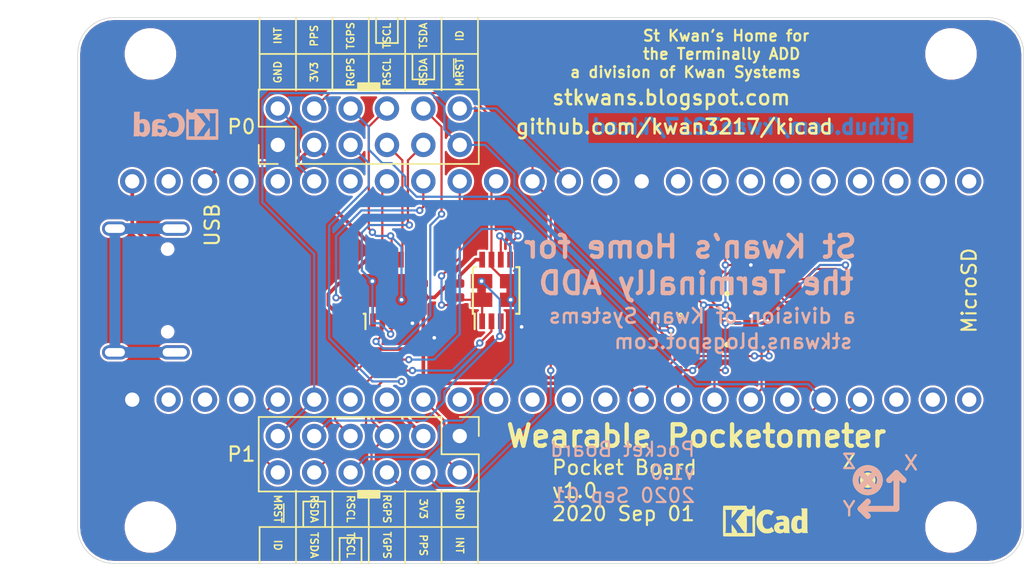
<source format=kicad_pcb>
(kicad_pcb (version 20171130) (host pcbnew 5.1.6-c6e7f7d~87~ubuntu18.04.1)

  (general
    (thickness 1.6)
    (drawings 69)
    (tracks 407)
    (zones 0)
    (modules 38)
    (nets 80)
  )

  (page A4)
  (layers
    (0 F.Cu signal)
    (31 B.Cu signal)
    (32 B.Adhes user)
    (33 F.Adhes user)
    (34 B.Paste user)
    (35 F.Paste user)
    (36 B.SilkS user)
    (37 F.SilkS user)
    (38 B.Mask user)
    (39 F.Mask user)
    (40 Dwgs.User user)
    (41 Cmts.User user)
    (42 Eco1.User user)
    (43 Eco2.User user)
    (44 Edge.Cuts user)
    (45 Margin user)
    (46 B.CrtYd user)
    (47 F.CrtYd user)
    (48 B.Fab user)
    (49 F.Fab user)
  )

  (setup
    (last_trace_width 0.1524)
    (user_trace_width 0.1524)
    (user_trace_width 0.254)
    (user_trace_width 0.762)
    (user_trace_width 2.794)
    (trace_clearance 0.1524)
    (zone_clearance 0.1524)
    (zone_45_only no)
    (trace_min 0.1524)
    (via_size 0.508)
    (via_drill 0.254)
    (via_min_size 0.508)
    (via_min_drill 0.254)
    (uvia_size 0.508)
    (uvia_drill 0.254)
    (uvias_allowed no)
    (uvia_min_size 0.508)
    (uvia_min_drill 0.254)
    (edge_width 0.05)
    (segment_width 0.2)
    (pcb_text_width 0.3)
    (pcb_text_size 1.5 1.5)
    (mod_edge_width 0.12)
    (mod_text_size 1 1)
    (mod_text_width 0.15)
    (pad_size 1.524 1.524)
    (pad_drill 0.762)
    (pad_to_mask_clearance 0.0508)
    (aux_axis_origin 0 0)
    (visible_elements FFFFFF7F)
    (pcbplotparams
      (layerselection 0x010fc_ffffffff)
      (usegerberextensions false)
      (usegerberattributes true)
      (usegerberadvancedattributes true)
      (creategerberjobfile true)
      (excludeedgelayer true)
      (linewidth 0.100000)
      (plotframeref false)
      (viasonmask false)
      (mode 1)
      (useauxorigin false)
      (hpglpennumber 1)
      (hpglpenspeed 20)
      (hpglpendiameter 15.000000)
      (psnegative false)
      (psa4output false)
      (plotreference true)
      (plotvalue true)
      (plotinvisibletext false)
      (padsonsilk false)
      (subtractmaskfromsilk false)
      (outputformat 1)
      (mirror false)
      (drillshape 1)
      (scaleselection 1)
      (outputdirectory ""))
  )

  (net 0 "")
  (net 1 GND)
  (net 2 /RX_GPS)
  (net 3 /TX_GPS)
  (net 4 /PPS)
  (net 5 +3V3)
  (net 6 +5V)
  (net 7 /P1_ID)
  (net 8 /MAG~RST)
  (net 9 /P1_TX_SDA)
  (net 10 /P1_RX_SDA)
  (net 11 /P1_TX_SCL)
  (net 12 /P1_RX_SCL)
  (net 13 /P0_ID)
  (net 14 /P0_TX_SDA)
  (net 15 /P0_RX_SDA)
  (net 16 /P0_TX_SCL)
  (net 17 /P0_RX_SCL)
  (net 18 /P0_INT)
  (net 19 /P2_SCL)
  (net 20 /P2_SDA)
  (net 21 /P1_SCL)
  (net 22 /P0_SDA)
  (net 23 /P1_SDA)
  (net 24 /P0_SCL)
  (net 25 /P1_INT)
  (net 26 /P2_INT)
  (net 27 "Net-(J1601-PadS1)")
  (net 28 "/USB C Power/CC2")
  (net 29 "Net-(J1601-PadA8)")
  (net 30 "Net-(J1601-PadB6)")
  (net 31 "Net-(J1601-PadA7)")
  (net 32 "Net-(J1601-PadA6)")
  (net 33 "Net-(J1601-PadB7)")
  (net 34 "/USB C Power/CC1")
  (net 35 "Net-(J1601-PadB8)")
  (net 36 "Net-(U101-Pad14)")
  (net 37 "Net-(U101-Pad11)")
  (net 38 "Net-(U101-Pad10)")
  (net 39 "Net-(U101-Pad9)")
  (net 40 "Net-(U101-Pad8)")
  (net 41 "Net-(U101-Pad7)")
  (net 42 "Net-(U101-Pad6)")
  (net 43 "Net-(U101-Pad4)")
  (net 44 "Net-(U101-Pad1)")
  (net 45 "Net-(U104-Pad31)")
  (net 46 "Net-(U104-Pad45)")
  (net 47 "Net-(U104-Pad30)")
  (net 48 "Net-(U104-Pad29)")
  (net 49 "Net-(U104-Pad26)")
  (net 50 "Net-(U104-Pad28)")
  (net 51 "Net-(U104-Pad27)")
  (net 52 "Net-(U104-Pad35)")
  (net 53 "Net-(U104-Pad25)")
  (net 54 "Net-(U104-Pad44)")
  (net 55 "Net-(U104-Pad47)")
  (net 56 "Net-(U104-Pad42)")
  (net 57 "Net-(U104-Pad33)")
  (net 58 "Net-(U104-Pad32)")
  (net 59 "Net-(U104-Pad7)")
  (net 60 "Net-(U104-Pad22)")
  (net 61 "Net-(U104-Pad2)")
  (net 62 "Net-(U104-Pad4)")
  (net 63 "Net-(U104-Pad3)")
  (net 64 "Net-(U104-Pad13)")
  (net 65 "Net-(U104-Pad11)")
  (net 66 "Net-(U104-Pad23)")
  (net 67 "Net-(U104-Pad24)")
  (net 68 "Net-(U104-Pad10)")
  (net 69 "Net-(U104-Pad19)")
  (net 70 "Net-(U104-Pad12)")
  (net 71 "Net-(U104-Pad14)")
  (net 72 "Net-(U104-Pad8)")
  (net 73 "Net-(U901-Pad9)")
  (net 74 "Net-(U901-Pad10)")
  (net 75 "Net-(U901-Pad11)")
  (net 76 "/Pocket 6DoF 1/INT")
  (net 77 "Net-(U1001-Pad9)")
  (net 78 "Net-(U1001-Pad10)")
  (net 79 "Net-(U1001-Pad11)")

  (net_class Default "This is the default net class."
    (clearance 0.1524)
    (trace_width 0.1524)
    (via_dia 0.508)
    (via_drill 0.254)
    (uvia_dia 0.508)
    (uvia_drill 0.254)
    (add_net +3V3)
    (add_net +5V)
    (add_net /MAG~RST)
    (add_net /P0_ID)
    (add_net /P0_INT)
    (add_net /P0_RX_SCL)
    (add_net /P0_RX_SDA)
    (add_net /P0_SCL)
    (add_net /P0_SDA)
    (add_net /P0_TX_SCL)
    (add_net /P0_TX_SDA)
    (add_net /P1_ID)
    (add_net /P1_INT)
    (add_net /P1_RX_SCL)
    (add_net /P1_RX_SDA)
    (add_net /P1_SCL)
    (add_net /P1_SDA)
    (add_net /P1_TX_SCL)
    (add_net /P1_TX_SDA)
    (add_net /P2_INT)
    (add_net /P2_SCL)
    (add_net /P2_SDA)
    (add_net /PPS)
    (add_net "/Pocket 6DoF 1/INT")
    (add_net /RX_GPS)
    (add_net /TX_GPS)
    (add_net "/USB C Power/CC1")
    (add_net "/USB C Power/CC2")
    (add_net GND)
    (add_net "Net-(J1601-PadA6)")
    (add_net "Net-(J1601-PadA7)")
    (add_net "Net-(J1601-PadA8)")
    (add_net "Net-(J1601-PadB6)")
    (add_net "Net-(J1601-PadB7)")
    (add_net "Net-(J1601-PadB8)")
    (add_net "Net-(J1601-PadS1)")
    (add_net "Net-(U1001-Pad10)")
    (add_net "Net-(U1001-Pad11)")
    (add_net "Net-(U1001-Pad9)")
    (add_net "Net-(U101-Pad1)")
    (add_net "Net-(U101-Pad10)")
    (add_net "Net-(U101-Pad11)")
    (add_net "Net-(U101-Pad14)")
    (add_net "Net-(U101-Pad4)")
    (add_net "Net-(U101-Pad6)")
    (add_net "Net-(U101-Pad7)")
    (add_net "Net-(U101-Pad8)")
    (add_net "Net-(U101-Pad9)")
    (add_net "Net-(U104-Pad10)")
    (add_net "Net-(U104-Pad11)")
    (add_net "Net-(U104-Pad12)")
    (add_net "Net-(U104-Pad13)")
    (add_net "Net-(U104-Pad14)")
    (add_net "Net-(U104-Pad19)")
    (add_net "Net-(U104-Pad2)")
    (add_net "Net-(U104-Pad22)")
    (add_net "Net-(U104-Pad23)")
    (add_net "Net-(U104-Pad24)")
    (add_net "Net-(U104-Pad25)")
    (add_net "Net-(U104-Pad26)")
    (add_net "Net-(U104-Pad27)")
    (add_net "Net-(U104-Pad28)")
    (add_net "Net-(U104-Pad29)")
    (add_net "Net-(U104-Pad3)")
    (add_net "Net-(U104-Pad30)")
    (add_net "Net-(U104-Pad31)")
    (add_net "Net-(U104-Pad32)")
    (add_net "Net-(U104-Pad33)")
    (add_net "Net-(U104-Pad35)")
    (add_net "Net-(U104-Pad4)")
    (add_net "Net-(U104-Pad42)")
    (add_net "Net-(U104-Pad44)")
    (add_net "Net-(U104-Pad45)")
    (add_net "Net-(U104-Pad47)")
    (add_net "Net-(U104-Pad7)")
    (add_net "Net-(U104-Pad8)")
    (add_net "Net-(U901-Pad10)")
    (add_net "Net-(U901-Pad11)")
    (add_net "Net-(U901-Pad9)")
  )

  (net_class RF ""
    (clearance 0.254)
    (trace_width 2.794)
    (via_dia 0.508)
    (via_drill 0.254)
    (uvia_dia 0.508)
    (uvia_drill 0.254)
  )

  (module KwanSystems:GCTUSBTypeC_PTH (layer F.Cu) (tedit 5F3D494F) (tstamp 5F4DF37E)
    (at 73.66 107.95 270)
    (descr "Part GCT USB4105. Digikey 2073-USB4105-GF-ACT-ND")
    (tags USB)
    (path /5F4E5D14/5E42C6D3)
    (attr smd)
    (fp_text reference J1601 (at 9.144 2.794 90) (layer F.SilkS) hide
      (effects (font (size 1 1) (thickness 0.15)))
    )
    (fp_text value USB_C_Receptacle_USB2.0 (at -4.826 4.572 90) (layer F.Fab)
      (effects (font (size 1 1) (thickness 0.15)))
    )
    (fp_line (start -4.47 0) (end -4.47 -7.35) (layer Dwgs.User) (width 0.12))
    (fp_line (start 4.47 0) (end -4.47 0) (layer Dwgs.User) (width 0.12))
    (fp_line (start 4.47 -7.35) (end 4.47 0) (layer Dwgs.User) (width 0.12))
    (fp_line (start -4.47 -7.35) (end 4.47 -7.35) (layer Dwgs.User) (width 0.12))
    (fp_line (start -10.16 0) (end 10.16 0) (layer Dwgs.User) (width 0.12))
    (fp_text user "PCB edge" (at -6.604 0.762 90) (layer Dwgs.User)
      (effects (font (size 1 1) (thickness 0.15)))
    )
    (pad "" np_thru_hole circle (at -2.89 -6.28 270) (size 0.65 0.65) (drill 0.65) (layers *.Cu *.Mask))
    (pad "" np_thru_hole circle (at 2.89 -6.28 270) (size 0.65 0.65) (drill 0.65) (layers *.Cu *.Mask))
    (pad A1 smd rect (at -3.2 -7.6425 270) (size 0.6 0.575) (layers F.Cu F.Paste F.Mask)
      (net 1 GND))
    (pad A12 smd rect (at 3.2 -7.6425 270) (size 0.6 0.575) (layers F.Cu F.Paste F.Mask)
      (net 1 GND))
    (pad B12 smd rect (at -3.2 -7.0675 270) (size 0.6 0.575) (layers F.Cu F.Paste F.Mask)
      (net 1 GND))
    (pad A4 smd rect (at -2.4 -7.6425 270) (size 0.6 0.575) (layers F.Cu F.Paste F.Mask)
      (net 6 +5V))
    (pad B9 smd rect (at -2.4 -7.0675 270) (size 0.6 0.575) (layers F.Cu F.Paste F.Mask)
      (net 6 +5V))
    (pad B8 smd rect (at -1.75 -7.355 270) (size 0.3 1.15) (layers F.Cu F.Paste F.Mask)
      (net 35 "Net-(J1601-PadB8)"))
    (pad A5 smd rect (at -1.25 -7.355 270) (size 0.3 1.15) (layers F.Cu F.Paste F.Mask)
      (net 34 "/USB C Power/CC1"))
    (pad B7 smd rect (at -0.75 -7.355 270) (size 0.3 1.15) (layers F.Cu F.Paste F.Mask)
      (net 33 "Net-(J1601-PadB7)"))
    (pad A6 smd rect (at -0.25 -7.355 270) (size 0.3 1.15) (layers F.Cu F.Paste F.Mask)
      (net 32 "Net-(J1601-PadA6)"))
    (pad A7 smd rect (at 0.25 -7.355 270) (size 0.3 1.15) (layers F.Cu F.Paste F.Mask)
      (net 31 "Net-(J1601-PadA7)"))
    (pad B6 smd rect (at 0.75 -7.355 270) (size 0.3 1.15) (layers F.Cu F.Paste F.Mask)
      (net 30 "Net-(J1601-PadB6)"))
    (pad A8 smd rect (at 1.25 -7.355 270) (size 0.3 1.15) (layers F.Cu F.Paste F.Mask)
      (net 29 "Net-(J1601-PadA8)"))
    (pad B5 smd rect (at 1.75 -7.355 270) (size 0.3 1.15) (layers F.Cu F.Paste F.Mask)
      (net 28 "/USB C Power/CC2"))
    (pad B4 smd rect (at 2.4 -7.0675 270) (size 0.6 0.575) (layers F.Cu F.Paste F.Mask)
      (net 6 +5V))
    (pad A9 smd rect (at 2.4 -7.6425 270) (size 0.6 0.575) (layers F.Cu F.Paste F.Mask)
      (net 6 +5V))
    (pad B1 smd rect (at 3.2 -7.0675 270) (size 0.6 0.575) (layers F.Cu F.Paste F.Mask)
      (net 1 GND))
    (pad S1 thru_hole oval (at -4.32 -6.78 270) (size 1 2.1) (drill oval 0.6 1.7) (layers *.Cu *.Mask)
      (net 27 "Net-(J1601-PadS1)"))
    (pad S1 thru_hole oval (at -4.32 -2.6 270) (size 1 1.8) (drill oval 0.6 1.4) (layers *.Cu *.Mask)
      (net 27 "Net-(J1601-PadS1)"))
    (pad S1 thru_hole oval (at 4.32 -2.6 270) (size 1 1.8) (drill oval 0.6 1.4) (layers *.Cu *.Mask)
      (net 27 "Net-(J1601-PadS1)"))
    (pad S1 thru_hole oval (at 4.32 -6.78 270) (size 1 2.1) (drill oval 0.6 1.7) (layers *.Cu *.Mask)
      (net 27 "Net-(J1601-PadS1)"))
    (model /home/jeppesen/workspace/kicad/KwanSystems.pretty/USB4105-GF-A--3DModel-STEP-46669.STEP
      (offset (xyz 0 3.9 0))
      (scale (xyz 1 1 1))
      (rotate (xyz -90 0 0))
    )
  )

  (module Resistor_SMD:R_0402_1005Metric (layer F.Cu) (tedit 5B301BBD) (tstamp 5F4E73AC)
    (at 83.82 109.728)
    (descr "Resistor SMD 0402 (1005 Metric), square (rectangular) end terminal, IPC_7351 nominal, (Body size source: http://www.tortai-tech.com/upload/download/2011102023233369053.pdf), generated with kicad-footprint-generator")
    (tags resistor)
    (path /5F4E5D14/5F4D5750)
    (attr smd)
    (fp_text reference R1602 (at 0 -1.17) (layer F.SilkS) hide
      (effects (font (size 1 1) (thickness 0.15)))
    )
    (fp_text value 5.1k (at 0 1.17) (layer F.Fab)
      (effects (font (size 1 1) (thickness 0.15)))
    )
    (fp_line (start 0.93 0.47) (end -0.93 0.47) (layer F.CrtYd) (width 0.05))
    (fp_line (start 0.93 -0.47) (end 0.93 0.47) (layer F.CrtYd) (width 0.05))
    (fp_line (start -0.93 -0.47) (end 0.93 -0.47) (layer F.CrtYd) (width 0.05))
    (fp_line (start -0.93 0.47) (end -0.93 -0.47) (layer F.CrtYd) (width 0.05))
    (fp_line (start 0.5 0.25) (end -0.5 0.25) (layer F.Fab) (width 0.1))
    (fp_line (start 0.5 -0.25) (end 0.5 0.25) (layer F.Fab) (width 0.1))
    (fp_line (start -0.5 -0.25) (end 0.5 -0.25) (layer F.Fab) (width 0.1))
    (fp_line (start -0.5 0.25) (end -0.5 -0.25) (layer F.Fab) (width 0.1))
    (fp_text user %R (at 0 0) (layer F.Fab)
      (effects (font (size 0.25 0.25) (thickness 0.04)))
    )
    (pad 2 smd roundrect (at 0.485 0) (size 0.59 0.64) (layers F.Cu F.Paste F.Mask) (roundrect_rratio 0.25)
      (net 1 GND))
    (pad 1 smd roundrect (at -0.485 0) (size 0.59 0.64) (layers F.Cu F.Paste F.Mask) (roundrect_rratio 0.25)
      (net 28 "/USB C Power/CC2"))
    (model ${KISYS3DMOD}/Resistor_SMD.3dshapes/R_0402_1005Metric.wrl
      (at (xyz 0 0 0))
      (scale (xyz 1 1 1))
      (rotate (xyz 0 0 0))
    )
  )

  (module Resistor_SMD:R_0402_1005Metric (layer F.Cu) (tedit 5B301BBD) (tstamp 5F4DF585)
    (at 83.82 106.68)
    (descr "Resistor SMD 0402 (1005 Metric), square (rectangular) end terminal, IPC_7351 nominal, (Body size source: http://www.tortai-tech.com/upload/download/2011102023233369053.pdf), generated with kicad-footprint-generator")
    (tags resistor)
    (path /5F4E5D14/5E430BC2)
    (attr smd)
    (fp_text reference R1601 (at 0 -1.17) (layer F.SilkS) hide
      (effects (font (size 1 1) (thickness 0.15)))
    )
    (fp_text value 5.1k (at 0 1.17) (layer F.Fab)
      (effects (font (size 1 1) (thickness 0.15)))
    )
    (fp_line (start 0.93 0.47) (end -0.93 0.47) (layer F.CrtYd) (width 0.05))
    (fp_line (start 0.93 -0.47) (end 0.93 0.47) (layer F.CrtYd) (width 0.05))
    (fp_line (start -0.93 -0.47) (end 0.93 -0.47) (layer F.CrtYd) (width 0.05))
    (fp_line (start -0.93 0.47) (end -0.93 -0.47) (layer F.CrtYd) (width 0.05))
    (fp_line (start 0.5 0.25) (end -0.5 0.25) (layer F.Fab) (width 0.1))
    (fp_line (start 0.5 -0.25) (end 0.5 0.25) (layer F.Fab) (width 0.1))
    (fp_line (start -0.5 -0.25) (end 0.5 -0.25) (layer F.Fab) (width 0.1))
    (fp_line (start -0.5 0.25) (end -0.5 -0.25) (layer F.Fab) (width 0.1))
    (fp_text user %R (at 0 0) (layer F.Fab)
      (effects (font (size 0.25 0.25) (thickness 0.04)))
    )
    (pad 2 smd roundrect (at 0.485 0) (size 0.59 0.64) (layers F.Cu F.Paste F.Mask) (roundrect_rratio 0.25)
      (net 1 GND))
    (pad 1 smd roundrect (at -0.485 0) (size 0.59 0.64) (layers F.Cu F.Paste F.Mask) (roundrect_rratio 0.25)
      (net 34 "/USB C Power/CC1"))
    (model ${KISYS3DMOD}/Resistor_SMD.3dshapes/R_0402_1005Metric.wrl
      (at (xyz 0 0 0))
      (scale (xyz 1 1 1))
      (rotate (xyz 0 0 0))
    )
  )

  (module KwanSystems:Symbol_KiCAD-Logo_CopperAndSilkScreenTop_small (layer F.Cu) (tedit 0) (tstamp 5F4D5095)
    (at 121.666 123.952)
    (descr "Symbol, KiCAD-Logo, Silk & Copper Top,")
    (tags "Symbol, KiCAD-Logo, Silk & Copper Top,")
    (path /5F41C79E)
    (fp_text reference G101 (at 0 0 180) (layer F.SilkS) hide
      (effects (font (size 1.524 1.524) (thickness 0.3)))
    )
    (fp_text value DesignedWithKicad (at 0.75 0 180) (layer F.SilkS) hide
      (effects (font (size 1.524 1.524) (thickness 0.3)))
    )
    (fp_poly (pts (xy -0.774319 -0.978651) (xy -0.763423 -0.975012) (xy -0.754207 -0.96679) (xy -0.746533 -0.952402)
      (xy -0.74026 -0.930263) (xy -0.735248 -0.898791) (xy -0.731359 -0.856403) (xy -0.728452 -0.801515)
      (xy -0.726389 -0.732543) (xy -0.725029 -0.647905) (xy -0.724233 -0.546016) (xy -0.723862 -0.425295)
      (xy -0.723775 -0.284157) (xy -0.723834 -0.121018) (xy -0.723899 0.065704) (xy -0.7239 0.09525)
      (xy -0.723939 0.282942) (xy -0.724076 0.446856) (xy -0.724341 0.588611) (xy -0.724766 0.709829)
      (xy -0.72538 0.812131) (xy -0.726216 0.897137) (xy -0.727303 0.96647) (xy -0.728672 1.021748)
      (xy -0.730354 1.064594) (xy -0.73238 1.096629) (xy -0.73478 1.119472) (xy -0.737585 1.134746)
      (xy -0.740826 1.144071) (xy -0.743858 1.148443) (xy -0.749396 1.151996) (xy -0.7595 1.155107)
      (xy -0.775755 1.157803) (xy -0.799749 1.160115) (xy -0.833067 1.16207) (xy -0.877295 1.163698)
      (xy -0.93402 1.165028) (xy -1.004828 1.166088) (xy -1.091305 1.166907) (xy -1.195038 1.167514)
      (xy -1.317612 1.167938) (xy -1.460615 1.168208) (xy -1.625631 1.168352) (xy -1.814248 1.168399)
      (xy -1.841501 1.1684) (xy -2.033412 1.168363) (xy -2.20151 1.168234) (xy -2.347381 1.167983)
      (xy -2.47261 1.167581) (xy -2.578784 1.167) (xy -2.66749 1.166211) (xy -2.740313 1.165186)
      (xy -2.798839 1.163894) (xy -2.844656 1.162308) (xy -2.879349 1.160398) (xy -2.904504 1.158136)
      (xy -2.921708 1.155493) (xy -2.932547 1.15244) (xy -2.938607 1.148948) (xy -2.939143 1.148443)
      (xy -2.942768 1.142814) (xy -2.945931 1.132576) (xy -2.948664 1.11611) (xy -2.950997 1.091793)
      (xy -2.952961 1.058006) (xy -2.954587 1.013126) (xy -2.955905 0.955534) (xy -2.956947 0.883609)
      (xy -2.957742 0.795728) (xy -2.958321 0.690272) (xy -2.958716 0.56562) (xy -2.958957 0.42015)
      (xy -2.959075 0.252242) (xy -2.9591 0.09525) (xy -2.959062 -0.092443) (xy -2.958925 -0.256356)
      (xy -2.95866 -0.398111) (xy -2.958235 -0.51933) (xy -2.957621 -0.621631) (xy -2.957026 -0.682136)
      (xy -2.819401 -0.682136) (xy -2.814182 -0.669681) (xy -2.801028 -0.642578) (xy -2.794001 -0.628651)
      (xy -2.788534 -0.617113) (xy -2.783913 -0.60429) (xy -2.780067 -0.588071) (xy -2.776924 -0.566346)
      (xy -2.774414 -0.537006) (xy -2.772466 -0.497942) (xy -2.771009 -0.447042) (xy -2.769972 -0.382198)
      (xy -2.769283 -0.3013) (xy -2.768873 -0.202238) (xy -2.768671 -0.082902) (xy -2.768605 0.058818)
      (xy -2.768601 0.127145) (xy -2.768781 0.258863) (xy -2.769299 0.383019) (xy -2.770122 0.497278)
      (xy -2.771216 0.599309) (xy -2.772549 0.686779) (xy -2.774085 0.757356) (xy -2.775793 0.808705)
      (xy -2.777638 0.838496) (xy -2.778888 0.845185) (xy -2.7911 0.865068) (xy -2.804016 0.892175)
      (xy -2.818856 0.9271) (xy -2.555603 0.926906) (xy -2.478017 0.926425) (xy -2.410825 0.925191)
      (xy -2.357501 0.923337) (xy -2.321515 0.920996) (xy -2.306341 0.9183) (xy -2.306453 0.917381)
      (xy -2.321428 0.900413) (xy -2.339334 0.871313) (xy -2.341378 0.867406) (xy -2.348841 0.848761)
      (xy -2.354347 0.823634) (xy -2.358166 0.788278) (xy -2.360567 0.738949) (xy -2.361822 0.6719)
      (xy -2.3622 0.583386) (xy -2.3622 0.578481) (xy -2.361584 0.489674) (xy -2.359802 0.418438)
      (xy -2.356961 0.366864) (xy -2.353164 0.337039) (xy -2.349793 0.3302) (xy -2.335043 0.339885)
      (xy -2.31618 0.363372) (xy -2.315043 0.365125) (xy -2.294754 0.393634) (xy -2.277651 0.41275)
      (xy -2.262427 0.431316) (xy -2.242459 0.462483) (xy -2.235665 0.474417) (xy -2.21459 0.507965)
      (xy -2.183237 0.55236) (xy -2.147704 0.599032) (xy -2.140729 0.607767) (xy -2.08667 0.679172)
      (xy -2.041431 0.747484) (xy -2.007306 0.808675) (xy -1.986585 0.85872) (xy -1.9812 0.887962)
      (xy -1.9812 0.9271) (xy -1.417973 0.9271) (xy -1.424036 0.920244) (xy -1.3462 0.920244)
      (xy -1.334151 0.922379) (xy -1.300602 0.924243) (xy -1.249456 0.925724) (xy -1.184611 0.926713)
      (xy -1.10997 0.927098) (xy -1.1049 0.9271) (xy -1.016517 0.926704) (xy -0.95095 0.925403)
      (xy -0.905627 0.923028) (xy -0.877975 0.919409) (xy -0.865422 0.914376) (xy -0.864004 0.911225)
      (xy -0.871481 0.889277) (xy -0.883054 0.870698) (xy -0.887651 0.861346) (xy -0.891449 0.845098)
      (xy -0.894521 0.819749) (xy -0.896937 0.783098) (xy -0.898768 0.732942) (xy -0.900087 0.667077)
      (xy -0.900965 0.583302) (xy -0.901474 0.479414) (xy -0.901684 0.353209) (xy -0.9017 0.296023)
      (xy -0.9017 -0.254) (xy -1.334153 -0.254) (xy -1.314777 -0.216531) (xy -1.309761 -0.203593)
      (xy -1.305667 -0.184454) (xy -1.302404 -0.156697) (xy -1.299887 -0.117902) (xy -1.298027 -0.06565)
      (xy -1.296736 0.002477) (xy -1.295926 0.088899) (xy -1.295511 0.196034) (xy -1.2954 0.317375)
      (xy -1.295457 0.44322) (xy -1.295708 0.546256) (xy -1.296273 0.629074) (xy -1.297273 0.694264)
      (xy -1.298828 0.744418) (xy -1.301059 0.782126) (xy -1.304086 0.809979) (xy -1.30803 0.830568)
      (xy -1.313011 0.846484) (xy -1.31915 0.860318) (xy -1.3208 0.8636) (xy -1.336255 0.895318)
      (xy -1.34526 0.916555) (xy -1.3462 0.920244) (xy -1.424036 0.920244) (xy -1.448762 0.892285)
      (xy -1.470723 0.867633) (xy -1.484814 0.852145) (xy -1.4859 0.85101) (xy -1.514778 0.819453)
      (xy -1.550519 0.777345) (xy -1.588052 0.731033) (xy -1.622305 0.686863) (xy -1.648206 0.651181)
      (xy -1.658312 0.635274) (xy -1.678423 0.603292) (xy -1.710169 0.55765) (xy -1.749098 0.50434)
      (xy -1.790757 0.449358) (xy -1.830692 0.398695) (xy -1.861864 0.361304) (xy -1.892086 0.322774)
      (xy -1.920421 0.280972) (xy -1.922511 0.277525) (xy -1.986182 0.178468) (xy -2.034003 0.113178)
      (xy -2.068982 0.067606) (xy -2.028266 0.02388) (xy -1.99317 -0.01567) (xy -1.948143 -0.069054)
      (xy -1.898472 -0.129774) (xy -1.849447 -0.191331) (xy -1.806356 -0.247223) (xy -1.791925 -0.266593)
      (xy -1.63953 -0.456554) (xy -1.519861 -0.585107) (xy -1.420471 -0.6858) (xy -1.693127 -0.6858)
      (xy -1.785725 -0.685739) (xy -1.856001 -0.68507) (xy -1.907032 -0.683067) (xy -1.941894 -0.679004)
      (xy -1.963666 -0.672155) (xy -1.975424 -0.661792) (xy -1.980245 -0.647191) (xy -1.981207 -0.627625)
      (xy -1.9812 -0.617805) (xy -1.988994 -0.591079) (xy -2.008529 -0.55744) (xy -2.017351 -0.545819)
      (xy -2.046674 -0.507166) (xy -2.078055 -0.461707) (xy -2.089099 -0.4445) (xy -2.110724 -0.411118)
      (xy -2.127544 -0.387535) (xy -2.133381 -0.381) (xy -2.148278 -0.366331) (xy -2.172878 -0.338491)
      (xy -2.202739 -0.302946) (xy -2.233419 -0.26516) (xy -2.260477 -0.230596) (xy -2.279469 -0.20472)
      (xy -2.286 -0.193259) (xy -2.294409 -0.178513) (xy -2.315427 -0.154642) (xy -2.324101 -0.14605)
      (xy -2.362201 -0.109548) (xy -2.3622 -0.319456) (xy -2.361404 -0.410849) (xy -2.358553 -0.482262)
      (xy -2.352954 -0.53908) (xy -2.343914 -0.586686) (xy -2.330741 -0.630463) (xy -2.317918 -0.663575)
      (xy -2.316303 -0.671115) (xy -2.320676 -0.676731) (xy -2.334148 -0.680705) (xy -2.359831 -0.683317)
      (xy -2.400838 -0.684849) (xy -2.460281 -0.685581) (xy -2.54127 -0.685795) (xy -2.564042 -0.6858)
      (xy -2.641459 -0.685627) (xy -2.709439 -0.685144) (xy -2.764192 -0.684405) (xy -2.801925 -0.683465)
      (xy -2.818846 -0.682378) (xy -2.819401 -0.682136) (xy -2.957026 -0.682136) (xy -2.956785 -0.706638)
      (xy -2.955698 -0.77597) (xy -2.954329 -0.831249) (xy -2.952647 -0.874095) (xy -2.950621 -0.906129)
      (xy -2.948221 -0.928973) (xy -2.945416 -0.944247) (xy -2.942175 -0.953571) (xy -2.939143 -0.957943)
      (xy -2.932911 -0.962033) (xy -2.921782 -0.965531) (xy -2.903905 -0.968483) (xy -2.87743 -0.970934)
      (xy -2.840506 -0.972928) (xy -2.791285 -0.974511) (xy -2.727914 -0.975728) (xy -2.648544 -0.976624)
      (xy -2.551324 -0.977245) (xy -2.434404 -0.977634) (xy -2.295933 -0.977837) (xy -2.134061 -0.9779)
      (xy -1.3208 -0.9779) (xy -1.3208 -0.929791) (xy -1.310761 -0.871833) (xy -1.284238 -0.8125)
      (xy -1.246623 -0.762005) (xy -1.220497 -0.739878) (xy -1.163727 -0.716315) (xy -1.09825 -0.711182)
      (xy -1.031186 -0.723041) (xy -0.969655 -0.750456) (xy -0.920776 -0.791989) (xy -0.9131 -0.801927)
      (xy -0.889597 -0.852286) (xy -0.878781 -0.910062) (xy -0.873155 -0.977901) (xy -0.818485 -0.9779)
      (xy -0.80171 -0.978512) (xy -0.787035 -0.97929) (xy -0.774319 -0.978651)) (layer F.SilkS) (width 0.01))
    (fp_poly (pts (xy -1.693127 -0.6858) (xy -1.420471 -0.6858) (xy -1.519861 -0.585107) (xy -1.684715 -0.403655)
      (xy -1.791925 -0.266593) (xy -1.831149 -0.2148) (xy -1.878428 -0.154736) (xy -1.928475 -0.092899)
      (xy -1.976001 -0.035791) (xy -2.015717 0.010091) (xy -2.028266 0.02388) (xy -2.068982 0.067606)
      (xy -2.034003 0.113178) (xy -1.966282 0.207802) (xy -1.922511 0.277525) (xy -1.895076 0.318643)
      (xy -1.864438 0.358306) (xy -1.861864 0.361304) (xy -1.827389 0.402791) (xy -1.787127 0.454069)
      (xy -1.745529 0.509144) (xy -1.707049 0.562024) (xy -1.676141 0.606713) (xy -1.658312 0.635274)
      (xy -1.640772 0.661798) (xy -1.611507 0.701031) (xy -1.57559 0.746626) (xy -1.538093 0.792236)
      (xy -1.504086 0.831516) (xy -1.4859 0.85101) (xy -1.473956 0.864041) (xy -1.452819 0.887703)
      (xy -1.448762 0.892285) (xy -1.417973 0.9271) (xy -1.9812 0.9271) (xy -1.9812 0.887962)
      (xy -1.989582 0.849698) (xy -2.013196 0.797075) (xy -2.049754 0.73412) (xy -2.09696 0.664858)
      (xy -2.140729 0.607767) (xy -2.176366 0.561657) (xy -2.209027 0.516135) (xy -2.232612 0.479768)
      (xy -2.235665 0.474417) (xy -2.255686 0.441217) (xy -2.273329 0.417142) (xy -2.277651 0.41275)
      (xy -2.294931 0.393408) (xy -2.315043 0.365125) (xy -2.333887 0.341047) (xy -2.349143 0.330244)
      (xy -2.349793 0.3302) (xy -2.354231 0.342546) (xy -2.357791 0.378191) (xy -2.360368 0.435046)
      (xy -2.361859 0.511022) (xy -2.3622 0.578481) (xy -2.361858 0.668132) (xy -2.360653 0.736135)
      (xy -2.358313 0.786238) (xy -2.354569 0.822185) (xy -2.349151 0.847722) (xy -2.34179 0.866594)
      (xy -2.341378 0.867406) (xy -2.323642 0.897246) (xy -2.307889 0.916309) (xy -2.306453 0.917381)
      (xy -2.314202 0.920162) (xy -2.343877 0.922631) (xy -2.392007 0.924656) (xy -2.455121 0.926104)
      (xy -2.529745 0.926841) (xy -2.555603 0.926906) (xy -2.818856 0.9271) (xy -2.804016 0.892175)
      (xy -2.78993 0.862879) (xy -2.778888 0.845185) (xy -2.776972 0.830571) (xy -2.775172 0.792891)
      (xy -2.773521 0.734476) (xy -2.772052 0.657659) (xy -2.770801 0.564773) (xy -2.769798 0.458151)
      (xy -2.769079 0.340126) (xy -2.768677 0.21303) (xy -2.768601 0.127145) (xy -2.76863 -0.024845)
      (xy -2.768765 -0.153544) (xy -2.769077 -0.261063) (xy -2.769637 -0.349511) (xy -2.770516 -0.420998)
      (xy -2.771784 -0.477634) (xy -2.773512 -0.521528) (xy -2.775772 -0.55479) (xy -2.778634 -0.57953)
      (xy -2.782169 -0.597857) (xy -2.786448 -0.611882) (xy -2.791542 -0.623713) (xy -2.794001 -0.628651)
      (xy -2.809378 -0.659566) (xy -2.818405 -0.67917) (xy -2.819401 -0.682136) (xy -2.807333 -0.683247)
      (xy -2.773656 -0.684222) (xy -2.722164 -0.685008) (xy -2.656647 -0.68555) (xy -2.580898 -0.685793)
      (xy -2.564042 -0.6858) (xy -2.47747 -0.685668) (xy -2.413186 -0.685085) (xy -2.368077 -0.683768)
      (xy -2.339032 -0.681439) (xy -2.322938 -0.677814) (xy -2.316684 -0.672614) (xy -2.317157 -0.665558)
      (xy -2.317918 -0.663575) (xy -2.334598 -0.619164) (xy -2.346631 -0.57491) (xy -2.35471 -0.52543)
      (xy -2.359529 -0.46534) (xy -2.36178 -0.389256) (xy -2.3622 -0.319456) (xy -2.362201 -0.109548)
      (xy -2.324101 -0.14605) (xy -2.300294 -0.171222) (xy -2.287003 -0.189861) (xy -2.286 -0.193259)
      (xy -2.278432 -0.206225) (xy -2.258686 -0.232936) (xy -2.231206 -0.267928) (xy -2.200434 -0.305736)
      (xy -2.170812 -0.340896) (xy -2.146781 -0.367943) (xy -2.133381 -0.381) (xy -2.12222 -0.394633)
      (xy -2.103032 -0.422685) (xy -2.089099 -0.4445) (xy -2.059998 -0.488351) (xy -2.028525 -0.531651)
      (xy -2.017351 -0.545819) (xy -1.994994 -0.579132) (xy -1.982296 -0.609679) (xy -1.9812 -0.617805)
      (xy -1.980939 -0.639662) (xy -1.978105 -0.656249) (xy -1.969619 -0.668294) (xy -1.952406 -0.676523)
      (xy -1.923387 -0.681662) (xy -1.879486 -0.684437) (xy -1.817625 -0.685575) (xy -1.734728 -0.685802)
      (xy -1.693127 -0.6858)) (layer F.Mask) (width 0.01))
    (fp_poly (pts (xy -0.9017 0.296023) (xy -0.90159 0.431764) (xy -0.901209 0.544309) (xy -0.900487 0.635861)
      (xy -0.899353 0.70862) (xy -0.897735 0.764792) (xy -0.895561 0.806578) (xy -0.89276 0.83618)
      (xy -0.889261 0.855802) (xy -0.884992 0.867646) (xy -0.883054 0.870698) (xy -0.869911 0.889472)
      (xy -0.864555 0.903543) (xy -0.869645 0.913587) (xy -0.887844 0.920282) (xy -0.921812 0.924303)
      (xy -0.974211 0.926327) (xy -1.047701 0.92703) (xy -1.1049 0.9271) (xy -1.180041 0.926758)
      (xy -1.245637 0.925804) (xy -1.297787 0.924351) (xy -1.332591 0.922509) (xy -1.346148 0.920388)
      (xy -1.3462 0.920244) (xy -1.340923 0.905727) (xy -1.327637 0.877255) (xy -1.3208 0.8636)
      (xy -1.314367 0.84988) (xy -1.309121 0.834697) (xy -1.30494 0.81546) (xy -1.301705 0.789578)
      (xy -1.299295 0.754459) (xy -1.297589 0.707514) (xy -1.296468 0.646151) (xy -1.29581 0.56778)
      (xy -1.295495 0.469809) (xy -1.295403 0.349648) (xy -1.2954 0.317375) (xy -1.295527 0.188635)
      (xy -1.295965 0.082875) (xy -1.296802 -0.002325) (xy -1.298126 -0.069381) (xy -1.300025 -0.120715)
      (xy -1.302587 -0.158744) (xy -1.305899 -0.185887) (xy -1.310049 -0.204564) (xy -1.314777 -0.216531)
      (xy -1.334153 -0.254) (xy -0.9017 -0.254) (xy -0.9017 0.296023)) (layer F.Mask) (width 0.01))
    (fp_poly (pts (xy -1.022029 -1.13702) (xy -0.963228 -1.103803) (xy -0.916489 -1.052478) (xy -0.894594 -1.009438)
      (xy -0.879289 -0.940193) (xy -0.88384 -0.871205) (xy -0.907514 -0.810458) (xy -0.913706 -0.801075)
      (xy -0.958926 -0.757296) (xy -1.018364 -0.727224) (xy -1.084834 -0.712291) (xy -1.151144 -0.713933)
      (xy -1.210105 -0.733584) (xy -1.220497 -0.739878) (xy -1.261632 -0.779303) (xy -1.295543 -0.833615)
      (xy -1.316627 -0.892353) (xy -1.3208 -0.927101) (xy -1.311163 -0.981713) (xy -1.285905 -1.038945)
      (xy -1.250509 -1.088421) (xy -1.222679 -1.112853) (xy -1.15657 -1.143062) (xy -1.088082 -1.150612)
      (xy -1.022029 -1.13702)) (layer F.Mask) (width 0.01))
    (fp_poly (pts (xy 0.272338 -0.69683) (xy 0.292956 -0.691929) (xy 0.32844 -0.680586) (xy 0.376087 -0.662519)
      (xy 0.429761 -0.640407) (xy 0.483327 -0.616927) (xy 0.530649 -0.594757) (xy 0.565593 -0.576575)
      (xy 0.581032 -0.566201) (xy 0.576187 -0.554709) (xy 0.560018 -0.527246) (xy 0.535732 -0.488675)
      (xy 0.506537 -0.443856) (xy 0.475641 -0.397653) (xy 0.446251 -0.354925) (xy 0.421576 -0.320535)
      (xy 0.405339 -0.299921) (xy 0.391118 -0.301188) (xy 0.365041 -0.316333) (xy 0.343204 -0.333344)
      (xy 0.270649 -0.379387) (xy 0.188244 -0.402221) (xy 0.109049 -0.402858) (xy 0.023699 -0.382549)
      (xy -0.048371 -0.340937) (xy -0.106878 -0.278538) (xy -0.151541 -0.19587) (xy -0.182079 -0.093452)
      (xy -0.19821 0.028201) (xy -0.199787 0.1651) (xy -0.189067 0.288913) (xy -0.166508 0.391871)
      (xy -0.131185 0.476053) (xy -0.082172 0.54354) (xy -0.018542 0.596413) (xy -0.003711 0.605576)
      (xy 0.034887 0.625708) (xy 0.070619 0.636438) (xy 0.114514 0.640338) (xy 0.14605 0.640505)
      (xy 0.225909 0.632677) (xy 0.295274 0.608696) (xy 0.362313 0.565307) (xy 0.387423 0.544332)
      (xy 0.414546 0.522081) (xy 0.432707 0.510112) (xy 0.436528 0.509485) (xy 0.447608 0.526144)
      (xy 0.467249 0.558167) (xy 0.492615 0.600674) (xy 0.520872 0.648788) (xy 0.549183 0.697629)
      (xy 0.574716 0.742318) (xy 0.594633 0.777978) (xy 0.606101 0.79973) (xy 0.607727 0.80409)
      (xy 0.595109 0.810777) (xy 0.566172 0.826127) (xy 0.527031 0.846893) (xy 0.524729 0.848115)
      (xy 0.443574 0.888306) (xy 0.372106 0.915964) (xy 0.301136 0.933493) (xy 0.221474 0.943297)
      (xy 0.14605 0.94717) (xy 0.049643 0.947785) (xy -0.026375 0.943057) (xy -0.071782 0.935283)
      (xy -0.1879 0.892859) (xy -0.294421 0.828359) (xy -0.389317 0.743953) (xy -0.470561 0.641812)
      (xy -0.536124 0.524105) (xy -0.583978 0.393003) (xy -0.586226 0.384816) (xy -0.604375 0.291513)
      (xy -0.613828 0.18446) (xy -0.614589 0.072629) (xy -0.606666 -0.035009) (xy -0.590064 -0.12948)
      (xy -0.585852 -0.145478) (xy -0.53497 -0.282283) (xy -0.463634 -0.405266) (xy -0.373098 -0.512674)
      (xy -0.264615 -0.602753) (xy -0.254 -0.609959) (xy -0.165178 -0.656248) (xy -0.061151 -0.689126)
      (xy 0.051099 -0.707547) (xy 0.164589 -0.710464) (xy 0.272338 -0.69683)) (layer F.SilkS) (width 0.01))
    (fp_poly (pts (xy 1.31381 -0.273821) (xy 1.401788 -0.253868) (xy 1.461257 -0.231553) (xy 1.507549 -0.203611)
      (xy 1.54889 -0.16682) (xy 1.575459 -0.139406) (xy 1.597198 -0.113586) (xy 1.614646 -0.086504)
      (xy 1.628338 -0.055307) (xy 1.638812 -0.017139) (xy 1.646605 0.030855) (xy 1.652252 0.091529)
      (xy 1.656293 0.167738) (xy 1.659262 0.262335) (xy 1.661697 0.378178) (xy 1.662775 0.438739)
      (xy 1.664904 0.554717) (xy 1.666965 0.648026) (xy 1.669138 0.721393) (xy 1.671602 0.777548)
      (xy 1.674534 0.819219) (xy 1.678116 0.849135) (xy 1.682525 0.870025) (xy 1.68794 0.884617)
      (xy 1.692568 0.892764) (xy 1.715086 0.9271) (xy 1.309709 0.9271) (xy 1.30175 0.850349)
      (xy 1.252051 0.884242) (xy 1.173973 0.923627) (xy 1.083546 0.946589) (xy 0.988648 0.952069)
      (xy 0.897155 0.939006) (xy 0.880417 0.934218) (xy 0.787215 0.893056) (xy 0.71176 0.834293)
      (xy 0.655326 0.759661) (xy 0.619188 0.670893) (xy 0.604618 0.569722) (xy 0.604394 0.5588)
      (xy 0.604726 0.544273) (xy 0.968854 0.544273) (xy 0.970982 0.588942) (xy 0.976045 0.604251)
      (xy 1.007389 0.644545) (xy 1.054862 0.671741) (xy 1.111664 0.683676) (xy 1.170998 0.678189)
      (xy 1.189798 0.672254) (xy 1.233392 0.651484) (xy 1.261212 0.625183) (xy 1.276447 0.58764)
      (xy 1.282283 0.533145) (xy 1.2827 0.505786) (xy 1.2827 0.4064) (xy 1.199742 0.4064)
      (xy 1.117874 0.413912) (xy 1.048564 0.435367) (xy 1.000838 0.465778) (xy 0.979535 0.499149)
      (xy 0.968854 0.544273) (xy 0.604726 0.544273) (xy 0.605702 0.501637) (xy 0.612526 0.457987)
      (xy 0.627275 0.416156) (xy 0.638941 0.391108) (xy 0.691112 0.312818) (xy 0.763302 0.249879)
      (xy 0.855185 0.202439) (xy 0.966431 0.170646) (xy 1.096713 0.154648) (xy 1.166897 0.152621)
      (xy 1.286044 0.1524) (xy 1.279098 0.100614) (xy 1.261131 0.04398) (xy 1.225172 0.004754)
      (xy 1.171862 -0.016919) (xy 1.101844 -0.020889) (xy 1.015758 -0.00701) (xy 0.927255 0.020072)
      (xy 0.885026 0.033707) (xy 0.852529 0.041187) (xy 0.836598 0.040954) (xy 0.836431 0.040795)
      (xy 0.827638 0.024936) (xy 0.81259 -0.008044) (xy 0.793951 -0.051628) (xy 0.774387 -0.099298)
      (xy 0.756561 -0.144538) (xy 0.74314 -0.18083) (xy 0.736788 -0.201658) (xy 0.7366 -0.203349)
      (xy 0.747495 -0.212692) (xy 0.769224 -0.2159) (xy 0.795016 -0.218982) (xy 0.838425 -0.227288)
      (xy 0.892552 -0.239413) (xy 0.931149 -0.248914) (xy 1.064048 -0.27432) (xy 1.193388 -0.282641)
      (xy 1.31381 -0.273821)) (layer F.SilkS) (width 0.01))
    (fp_poly (pts (xy 2.923732 0.028575) (xy 2.924503 0.193526) (xy 2.925283 0.334991) (xy 2.926131 0.454881)
      (xy 2.927104 0.55511) (xy 2.928262 0.637591) (xy 2.929661 0.704236) (xy 2.931362 0.756959)
      (xy 2.933422 0.797673) (xy 2.9359 0.82829) (xy 2.938854 0.850724) (xy 2.942342 0.866887)
      (xy 2.946423 0.878693) (xy 2.949901 0.885825) (xy 2.972452 0.9271) (xy 2.5654 0.9271)
      (xy 2.5654 0.889) (xy 2.563721 0.862226) (xy 2.559676 0.850902) (xy 2.559614 0.8509)
      (xy 2.546555 0.857392) (xy 2.520363 0.873769) (xy 2.506952 0.882711) (xy 2.440802 0.916324)
      (xy 2.360969 0.939795) (xy 2.276511 0.951669) (xy 2.196489 0.950492) (xy 2.1463 0.940624)
      (xy 2.054269 0.89997) (xy 1.971705 0.8391) (xy 1.904259 0.762755) (xy 1.873578 0.711847)
      (xy 1.839866 0.633015) (xy 1.817928 0.549976) (xy 1.806357 0.455702) (xy 1.803621 0.362457)
      (xy 1.804001 0.3556) (xy 2.204068 0.3556) (xy 2.206317 0.443448) (xy 2.213125 0.510207)
      (xy 2.225739 0.559975) (xy 2.245406 0.596846) (xy 2.273376 0.624916) (xy 2.289508 0.636085)
      (xy 2.342711 0.655082) (xy 2.405572 0.653588) (xy 2.473102 0.631864) (xy 2.48525 0.625887)
      (xy 2.53365 0.600779) (xy 2.537071 0.326244) (xy 2.540493 0.051708) (xy 2.506946 0.029727)
      (xy 2.47518 0.016354) (xy 2.430334 0.006022) (xy 2.401317 0.002533) (xy 2.357128 0.000985)
      (xy 2.327646 0.006048) (xy 2.302493 0.020342) (xy 2.289464 0.030784) (xy 2.255792 0.067584)
      (xy 2.231332 0.115369) (xy 2.215171 0.177617) (xy 2.206394 0.257806) (xy 2.204068 0.3556)
      (xy 1.804001 0.3556) (xy 1.811838 0.214483) (xy 1.835771 0.084567) (xy 1.875086 -0.026746)
      (xy 1.929445 -0.11891) (xy 1.998513 -0.191382) (xy 2.081953 -0.243616) (xy 2.17943 -0.275068)
      (xy 2.199085 -0.278583) (xy 2.256852 -0.282713) (xy 2.320532 -0.279286) (xy 2.383831 -0.269574)
      (xy 2.440456 -0.25485) (xy 2.484114 -0.236388) (xy 2.508131 -0.216093) (xy 2.518564 -0.203859)
      (xy 2.526585 -0.206404) (xy 2.532463 -0.225672) (xy 2.536462 -0.263606) (xy 2.538851 -0.32215)
      (xy 2.539897 -0.403247) (xy 2.54 -0.448165) (xy 2.539739 -0.535214) (xy 2.538735 -0.600892)
      (xy 2.536656 -0.649225) (xy 2.533172 -0.684241) (xy 2.527951 -0.709964) (xy 2.520661 -0.730421)
      (xy 2.515969 -0.740265) (xy 2.491938 -0.7874) (xy 2.920114 -0.7874) (xy 2.923732 0.028575)) (layer F.SilkS) (width 0.01))
  )

  (module KwanSystems:Teensy2x24 (layer F.Cu) (tedit 5EF62457) (tstamp 5F46C711)
    (at 77.47 115.57 90)
    (path /5F3BC78B)
    (fp_text reference U104 (at -0.2 -2.5 90) (layer F.Fab)
      (effects (font (size 1 1) (thickness 0.15)))
    )
    (fp_text value Teensy4.1 (at 0 -4.1 90) (layer F.Fab)
      (effects (font (size 1 1) (thickness 0.15)))
    )
    (fp_line (start -1.27 59.69) (end -1.27 -0.635) (layer F.Fab) (width 0.1))
    (fp_line (start -0.635 -1.27) (end 1.27 -1.27) (layer F.Fab) (width 0.1))
    (fp_line (start 1.27 59.69) (end -1.27 59.69) (layer F.Fab) (width 0.1))
    (fp_line (start -1.27 -0.635) (end -0.635 -1.27) (layer F.Fab) (width 0.1))
    (fp_line (start 1.27 -1.27) (end 1.27 59.69) (layer F.Fab) (width 0.1))
    (fp_line (start 16.51 -1.27) (end 16.51 59.69) (layer F.Fab) (width 0.1))
    (fp_line (start 16.51 59.69) (end 13.97 59.69) (layer F.Fab) (width 0.1))
    (fp_line (start 13.97 -1.27) (end 16.51 -1.27) (layer F.Fab) (width 0.1))
    (fp_line (start 13.97 59.69) (end 13.97 -1.27) (layer F.Fab) (width 0.1))
    (fp_text user MicroSD (at 7.62 58.42 90) (layer F.SilkS)
      (effects (font (size 1 1) (thickness 0.15)))
    )
    (fp_text user USB (at 12.192 5.588 90) (layer F.SilkS)
      (effects (font (size 1 1) (thickness 0.15)))
    )
    (pad 31 thru_hole oval (at 15.24 43.18 270) (size 1.7 1.7) (drill 1) (layers *.Cu *.Mask)
      (net 45 "Net-(U104-Pad31)"))
    (pad 45 thru_hole oval (at 15.24 7.62 270) (size 1.7 1.7) (drill 1) (layers *.Cu *.Mask)
      (net 46 "Net-(U104-Pad45)"))
    (pad 46 thru_hole oval (at 15.24 5.08 270) (size 1.7 1.7) (drill 1) (layers *.Cu *.Mask)
      (net 5 +3V3))
    (pad 30 thru_hole oval (at 15.24 45.72 270) (size 1.7 1.7) (drill 1) (layers *.Cu *.Mask)
      (net 47 "Net-(U104-Pad30)"))
    (pad 29 thru_hole oval (at 15.24 48.26 270) (size 1.7 1.7) (drill 1) (layers *.Cu *.Mask)
      (net 48 "Net-(U104-Pad29)"))
    (pad 26 thru_hole oval (at 15.24 55.88 270) (size 1.7 1.7) (drill 1) (layers *.Cu *.Mask)
      (net 49 "Net-(U104-Pad26)"))
    (pad 28 thru_hole oval (at 15.24 50.8 270) (size 1.7 1.7) (drill 1) (layers *.Cu *.Mask)
      (net 50 "Net-(U104-Pad28)"))
    (pad 27 thru_hole oval (at 15.24 53.34 270) (size 1.7 1.7) (drill 1) (layers *.Cu *.Mask)
      (net 51 "Net-(U104-Pad27)"))
    (pad 39 thru_hole oval (at 15.24 22.86 270) (size 1.7 1.7) (drill 1) (layers *.Cu *.Mask)
      (net 23 /P1_SDA))
    (pad 40 thru_hole oval (at 15.24 20.32 270) (size 1.7 1.7) (drill 1) (layers *.Cu *.Mask)
      (net 22 /P0_SDA))
    (pad 37 thru_hole oval (at 15.24 27.94 270) (size 1.7 1.7) (drill 1) (layers *.Cu *.Mask)
      (net 4 /PPS))
    (pad 35 thru_hole oval (at 15.24 33.02 270) (size 1.7 1.7) (drill 1) (layers *.Cu *.Mask)
      (net 52 "Net-(U104-Pad35)"))
    (pad 25 thru_hole circle (at 15.24 58.42 270) (size 1.7 1.7) (drill 1) (layers *.Cu *.Mask)
      (net 53 "Net-(U104-Pad25)"))
    (pad 41 thru_hole oval (at 15.24 17.78 270) (size 1.7 1.7) (drill 1) (layers *.Cu *.Mask)
      (net 24 /P0_SCL))
    (pad 44 thru_hole oval (at 15.24 10.16 270) (size 1.7 1.7) (drill 1) (layers *.Cu *.Mask)
      (net 54 "Net-(U104-Pad44)"))
    (pad 47 thru_hole oval (at 15.24 2.54 270) (size 1.7 1.7) (drill 1) (layers *.Cu *.Mask)
      (net 55 "Net-(U104-Pad47)"))
    (pad 48 thru_hole oval (at 15.24 0 270) (size 1.7 1.7) (drill 1) (layers *.Cu *.Mask)
      (net 6 +5V))
    (pad 42 thru_hole oval (at 15.24 15.24 270) (size 1.7 1.7) (drill 1) (layers *.Cu *.Mask)
      (net 56 "Net-(U104-Pad42)"))
    (pad 34 thru_hole oval (at 15.24 35.56 270) (size 1.7 1.7) (drill 1) (layers *.Cu *.Mask)
      (net 1 GND))
    (pad 43 thru_hole oval (at 15.24 12.7 270) (size 1.7 1.7) (drill 1) (layers *.Cu *.Mask)
      (net 18 /P0_INT))
    (pad 36 thru_hole oval (at 15.24 30.48 270) (size 1.7 1.7) (drill 1) (layers *.Cu *.Mask)
      (net 13 /P0_ID))
    (pad 38 thru_hole oval (at 15.24 25.4 270) (size 1.7 1.7) (drill 1) (layers *.Cu *.Mask)
      (net 21 /P1_SCL))
    (pad 33 thru_hole oval (at 15.24 38.1 270) (size 1.7 1.7) (drill 1) (layers *.Cu *.Mask)
      (net 57 "Net-(U104-Pad33)"))
    (pad 32 thru_hole oval (at 15.24 40.64 270) (size 1.7 1.7) (drill 1) (layers *.Cu *.Mask)
      (net 58 "Net-(U104-Pad32)"))
    (pad 7 thru_hole oval (at 0 15.24 90) (size 1.7 1.7) (drill 1) (layers *.Cu *.Mask)
      (net 59 "Net-(U104-Pad7)"))
    (pad 21 thru_hole oval (at 0 50.8 90) (size 1.7 1.7) (drill 1) (layers *.Cu *.Mask)
      (net 2 /RX_GPS))
    (pad 22 thru_hole oval (at 0 53.34 90) (size 1.7 1.7) (drill 1) (layers *.Cu *.Mask)
      (net 60 "Net-(U104-Pad22)"))
    (pad 6 thru_hole oval (at 0 12.7 90) (size 1.7 1.7) (drill 1) (layers *.Cu *.Mask)
      (net 8 /MAG~RST))
    (pad 5 thru_hole oval (at 0 10.16 90) (size 1.7 1.7) (drill 1) (layers *.Cu *.Mask)
      (net 7 /P1_ID))
    (pad 2 thru_hole oval (at 0 2.54 90) (size 1.7 1.7) (drill 1) (layers *.Cu *.Mask)
      (net 61 "Net-(U104-Pad2)"))
    (pad 4 thru_hole oval (at 0 7.62 90) (size 1.7 1.7) (drill 1) (layers *.Cu *.Mask)
      (net 62 "Net-(U104-Pad4)"))
    (pad 3 thru_hole oval (at 0 5.08 90) (size 1.7 1.7) (drill 1) (layers *.Cu *.Mask)
      (net 63 "Net-(U104-Pad3)"))
    (pad 15 thru_hole oval (at 0 35.56 90) (size 1.7 1.7) (drill 1) (layers *.Cu *.Mask)
      (net 5 +3V3))
    (pad 16 thru_hole oval (at 0 38.1 90) (size 1.7 1.7) (drill 1) (layers *.Cu *.Mask)
      (net 19 /P2_SCL))
    (pad 13 thru_hole oval (at 0 30.48 90) (size 1.7 1.7) (drill 1) (layers *.Cu *.Mask)
      (net 64 "Net-(U104-Pad13)"))
    (pad 11 thru_hole oval (at 0 25.4 90) (size 1.7 1.7) (drill 1) (layers *.Cu *.Mask)
      (net 65 "Net-(U104-Pad11)"))
    (pad 1 thru_hole rect (at 0 0 90) (size 1.7 1.7) (drill 1) (layers *.Cu *.Mask)
      (net 1 GND))
    (pad 17 thru_hole oval (at 0 40.64 90) (size 1.7 1.7) (drill 1) (layers *.Cu *.Mask)
      (net 20 /P2_SDA))
    (pad 20 thru_hole oval (at 0 48.26 90) (size 1.7 1.7) (drill 1) (layers *.Cu *.Mask)
      (net 3 /TX_GPS))
    (pad 23 thru_hole oval (at 0 55.88 90) (size 1.7 1.7) (drill 1) (layers *.Cu *.Mask)
      (net 66 "Net-(U104-Pad23)"))
    (pad 24 thru_hole oval (at 0 58.42 90) (size 1.7 1.7) (drill 1) (layers *.Cu *.Mask)
      (net 67 "Net-(U104-Pad24)"))
    (pad 18 thru_hole oval (at 0 43.18 90) (size 1.7 1.7) (drill 1) (layers *.Cu *.Mask)
      (net 26 /P2_INT))
    (pad 10 thru_hole oval (at 0 22.86 90) (size 1.7 1.7) (drill 1) (layers *.Cu *.Mask)
      (net 68 "Net-(U104-Pad10)"))
    (pad 19 thru_hole oval (at 0 45.72 90) (size 1.7 1.7) (drill 1) (layers *.Cu *.Mask)
      (net 69 "Net-(U104-Pad19)"))
    (pad 12 thru_hole oval (at 0 27.94 90) (size 1.7 1.7) (drill 1) (layers *.Cu *.Mask)
      (net 70 "Net-(U104-Pad12)"))
    (pad 14 thru_hole oval (at 0 33.02 90) (size 1.7 1.7) (drill 1) (layers *.Cu *.Mask)
      (net 71 "Net-(U104-Pad14)"))
    (pad 9 thru_hole oval (at 0 20.32 90) (size 1.7 1.7) (drill 1) (layers *.Cu *.Mask)
      (net 25 /P1_INT))
    (pad 8 thru_hole oval (at 0 17.78 90) (size 1.7 1.7) (drill 1) (layers *.Cu *.Mask)
      (net 72 "Net-(U104-Pad8)"))
  )

  (module Connector_PinHeader_2.54mm:PinHeader_2x06_P2.54mm_Vertical (layer F.Cu) (tedit 59FED5CC) (tstamp 5F3CEC16)
    (at 87.63 97.79 90)
    (descr "Through hole straight pin header, 2x06, 2.54mm pitch, double rows")
    (tags "Through hole pin header THT 2x06 2.54mm double row")
    (path /5F3957A4/5F397707)
    (fp_text reference J112 (at 1.27 -2.33 90) (layer F.SilkS) hide
      (effects (font (size 1 1) (thickness 0.15)))
    )
    (fp_text value Conn_02x06_Male (at 1.27 15.03 90) (layer F.Fab)
      (effects (font (size 1 1) (thickness 0.15)))
    )
    (fp_line (start 4.35 -1.8) (end -1.8 -1.8) (layer F.CrtYd) (width 0.05))
    (fp_line (start 4.35 14.5) (end 4.35 -1.8) (layer F.CrtYd) (width 0.05))
    (fp_line (start -1.8 14.5) (end 4.35 14.5) (layer F.CrtYd) (width 0.05))
    (fp_line (start -1.8 -1.8) (end -1.8 14.5) (layer F.CrtYd) (width 0.05))
    (fp_line (start -1.33 -1.33) (end 0 -1.33) (layer F.SilkS) (width 0.12))
    (fp_line (start -1.33 0) (end -1.33 -1.33) (layer F.SilkS) (width 0.12))
    (fp_line (start 1.27 -1.33) (end 3.87 -1.33) (layer F.SilkS) (width 0.12))
    (fp_line (start 1.27 1.27) (end 1.27 -1.33) (layer F.SilkS) (width 0.12))
    (fp_line (start -1.33 1.27) (end 1.27 1.27) (layer F.SilkS) (width 0.12))
    (fp_line (start 3.87 -1.33) (end 3.87 14.03) (layer F.SilkS) (width 0.12))
    (fp_line (start -1.33 1.27) (end -1.33 14.03) (layer F.SilkS) (width 0.12))
    (fp_line (start -1.33 14.03) (end 3.87 14.03) (layer F.SilkS) (width 0.12))
    (fp_line (start -1.27 0) (end 0 -1.27) (layer F.Fab) (width 0.1))
    (fp_line (start -1.27 13.97) (end -1.27 0) (layer F.Fab) (width 0.1))
    (fp_line (start 3.81 13.97) (end -1.27 13.97) (layer F.Fab) (width 0.1))
    (fp_line (start 3.81 -1.27) (end 3.81 13.97) (layer F.Fab) (width 0.1))
    (fp_line (start 0 -1.27) (end 3.81 -1.27) (layer F.Fab) (width 0.1))
    (fp_text user %R (at 1.27 6.35) (layer F.Fab)
      (effects (font (size 1 1) (thickness 0.15)))
    )
    (pad 12 thru_hole oval (at 2.54 12.7 90) (size 1.7 1.7) (drill 1) (layers *.Cu *.Mask)
      (net 13 /P0_ID))
    (pad 11 thru_hole oval (at 0 12.7 90) (size 1.7 1.7) (drill 1) (layers *.Cu *.Mask)
      (net 8 /MAG~RST))
    (pad 10 thru_hole oval (at 2.54 10.16 90) (size 1.7 1.7) (drill 1) (layers *.Cu *.Mask)
      (net 14 /P0_TX_SDA))
    (pad 9 thru_hole oval (at 0 10.16 90) (size 1.7 1.7) (drill 1) (layers *.Cu *.Mask)
      (net 15 /P0_RX_SDA))
    (pad 8 thru_hole oval (at 2.54 7.62 90) (size 1.7 1.7) (drill 1) (layers *.Cu *.Mask)
      (net 16 /P0_TX_SCL))
    (pad 7 thru_hole oval (at 0 7.62 90) (size 1.7 1.7) (drill 1) (layers *.Cu *.Mask)
      (net 17 /P0_RX_SCL))
    (pad 6 thru_hole oval (at 2.54 5.08 90) (size 1.7 1.7) (drill 1) (layers *.Cu *.Mask)
      (net 3 /TX_GPS))
    (pad 5 thru_hole oval (at 0 5.08 90) (size 1.7 1.7) (drill 1) (layers *.Cu *.Mask)
      (net 2 /RX_GPS))
    (pad 4 thru_hole oval (at 2.54 2.54 90) (size 1.7 1.7) (drill 1) (layers *.Cu *.Mask)
      (net 4 /PPS))
    (pad 3 thru_hole oval (at 0 2.54 90) (size 1.7 1.7) (drill 1) (layers *.Cu *.Mask)
      (net 5 +3V3))
    (pad 2 thru_hole oval (at 2.54 0 90) (size 1.7 1.7) (drill 1) (layers *.Cu *.Mask)
      (net 18 /P0_INT))
    (pad 1 thru_hole rect (at 0 0 90) (size 1.7 1.7) (drill 1) (layers *.Cu *.Mask)
      (net 1 GND))
    (model ${KISYS3DMOD}/Connector_PinHeader_2.54mm.3dshapes/PinHeader_2x06_P2.54mm_Vertical.wrl
      (at (xyz 0 0 0))
      (scale (xyz 1 1 1))
      (rotate (xyz 0 0 0))
    )
  )

  (module Connector_PinHeader_2.54mm:PinHeader_2x06_P2.54mm_Vertical (layer F.Cu) (tedit 59FED5CC) (tstamp 5F3CFEC2)
    (at 100.33 118.11 270)
    (descr "Through hole straight pin header, 2x06, 2.54mm pitch, double rows")
    (tags "Through hole pin header THT 2x06 2.54mm double row")
    (path /5F394D12/5F397706)
    (fp_text reference J102 (at 1.27 -2.33 90) (layer F.SilkS) hide
      (effects (font (size 1 1) (thickness 0.15)))
    )
    (fp_text value Conn_02x06_Male (at 1.27 15.03 90) (layer F.Fab)
      (effects (font (size 1 1) (thickness 0.15)))
    )
    (fp_line (start 4.35 -1.8) (end -1.8 -1.8) (layer F.CrtYd) (width 0.05))
    (fp_line (start 4.35 14.5) (end 4.35 -1.8) (layer F.CrtYd) (width 0.05))
    (fp_line (start -1.8 14.5) (end 4.35 14.5) (layer F.CrtYd) (width 0.05))
    (fp_line (start -1.8 -1.8) (end -1.8 14.5) (layer F.CrtYd) (width 0.05))
    (fp_line (start -1.33 -1.33) (end 0 -1.33) (layer F.SilkS) (width 0.12))
    (fp_line (start -1.33 0) (end -1.33 -1.33) (layer F.SilkS) (width 0.12))
    (fp_line (start 1.27 -1.33) (end 3.87 -1.33) (layer F.SilkS) (width 0.12))
    (fp_line (start 1.27 1.27) (end 1.27 -1.33) (layer F.SilkS) (width 0.12))
    (fp_line (start -1.33 1.27) (end 1.27 1.27) (layer F.SilkS) (width 0.12))
    (fp_line (start 3.87 -1.33) (end 3.87 14.03) (layer F.SilkS) (width 0.12))
    (fp_line (start -1.33 1.27) (end -1.33 14.03) (layer F.SilkS) (width 0.12))
    (fp_line (start -1.33 14.03) (end 3.87 14.03) (layer F.SilkS) (width 0.12))
    (fp_line (start -1.27 0) (end 0 -1.27) (layer F.Fab) (width 0.1))
    (fp_line (start -1.27 13.97) (end -1.27 0) (layer F.Fab) (width 0.1))
    (fp_line (start 3.81 13.97) (end -1.27 13.97) (layer F.Fab) (width 0.1))
    (fp_line (start 3.81 -1.27) (end 3.81 13.97) (layer F.Fab) (width 0.1))
    (fp_line (start 0 -1.27) (end 3.81 -1.27) (layer F.Fab) (width 0.1))
    (fp_text user %R (at 1.27 6.35) (layer F.Fab)
      (effects (font (size 1 1) (thickness 0.15)))
    )
    (pad 12 thru_hole oval (at 2.54 12.7 270) (size 1.7 1.7) (drill 1) (layers *.Cu *.Mask)
      (net 7 /P1_ID))
    (pad 11 thru_hole oval (at 0 12.7 270) (size 1.7 1.7) (drill 1) (layers *.Cu *.Mask)
      (net 8 /MAG~RST))
    (pad 10 thru_hole oval (at 2.54 10.16 270) (size 1.7 1.7) (drill 1) (layers *.Cu *.Mask)
      (net 9 /P1_TX_SDA))
    (pad 9 thru_hole oval (at 0 10.16 270) (size 1.7 1.7) (drill 1) (layers *.Cu *.Mask)
      (net 10 /P1_RX_SDA))
    (pad 8 thru_hole oval (at 2.54 7.62 270) (size 1.7 1.7) (drill 1) (layers *.Cu *.Mask)
      (net 11 /P1_TX_SCL))
    (pad 7 thru_hole oval (at 0 7.62 270) (size 1.7 1.7) (drill 1) (layers *.Cu *.Mask)
      (net 12 /P1_RX_SCL))
    (pad 6 thru_hole oval (at 2.54 5.08 270) (size 1.7 1.7) (drill 1) (layers *.Cu *.Mask)
      (net 3 /TX_GPS))
    (pad 5 thru_hole oval (at 0 5.08 270) (size 1.7 1.7) (drill 1) (layers *.Cu *.Mask)
      (net 2 /RX_GPS))
    (pad 4 thru_hole oval (at 2.54 2.54 270) (size 1.7 1.7) (drill 1) (layers *.Cu *.Mask)
      (net 4 /PPS))
    (pad 3 thru_hole oval (at 0 2.54 270) (size 1.7 1.7) (drill 1) (layers *.Cu *.Mask)
      (net 5 +3V3))
    (pad 2 thru_hole oval (at 2.54 0 270) (size 1.7 1.7) (drill 1) (layers *.Cu *.Mask)
      (net 25 /P1_INT))
    (pad 1 thru_hole rect (at 0 0 270) (size 1.7 1.7) (drill 1) (layers *.Cu *.Mask)
      (net 1 GND))
    (model ${KISYS3DMOD}/Connector_PinHeader_2.54mm.3dshapes/PinHeader_2x06_P2.54mm_Vertical.wrl
      (at (xyz 0 0 0))
      (scale (xyz 1 1 1))
      (rotate (xyz 0 0 0))
    )
  )

  (module Package_SO:TSSOP-8_3x3mm_P0.65mm (layer F.Cu) (tedit 5F459F09) (tstamp 5F46C644)
    (at 95.25 107.95 90)
    (descr "TSSOP8: plastic thin shrink small outline package; 8 leads; body width 3 mm; (see NXP SSOP-TSSOP-VSO-REFLOW.pdf and sot505-1_po.pdf)")
    (tags "SSOP 0.65")
    (path /5F40C13D)
    (attr smd)
    (fp_text reference U112 (at 0 -2.55 90) (layer F.SilkS) hide
      (effects (font (size 1 1) (thickness 0.15)))
    )
    (fp_text value P82B96 (at 0 2.55 90) (layer F.Fab) hide
      (effects (font (size 1 1) (thickness 0.15)))
    )
    (fp_line (start -0.5 -1.5) (end 1.5 -1.5) (layer F.Fab) (width 0.15))
    (fp_line (start 1.5 -1.5) (end 1.5 1.5) (layer F.Fab) (width 0.15))
    (fp_line (start 1.5 1.5) (end -1.5 1.5) (layer F.Fab) (width 0.15))
    (fp_line (start -1.5 1.5) (end -1.5 -0.5) (layer F.Fab) (width 0.15))
    (fp_line (start -1.5 -0.5) (end -0.5 -1.5) (layer F.Fab) (width 0.15))
    (fp_line (start -2.95 -1.8) (end -2.95 1.8) (layer F.CrtYd) (width 0.05))
    (fp_line (start 2.95 -1.8) (end 2.95 1.8) (layer F.CrtYd) (width 0.05))
    (fp_line (start -2.95 -1.8) (end 2.95 -1.8) (layer F.CrtYd) (width 0.05))
    (fp_line (start -2.95 1.8) (end 2.95 1.8) (layer F.CrtYd) (width 0.05))
    (fp_line (start -1.625 -1.625) (end -1.625 -1.5) (layer F.SilkS) (width 0.15))
    (fp_line (start -1.625 -1.5) (end -2.7 -1.5) (layer F.SilkS) (width 0.15))
    (fp_text user %R (at 0 0 90) (layer F.Fab)
      (effects (font (size 0.6 0.6) (thickness 0.15)))
    )
    (pad 8 smd rect (at 2.15 -0.975 90) (size 1.1 0.4) (layers F.Cu F.Paste F.Mask)
      (net 5 +3V3))
    (pad 7 smd rect (at 2.15 -0.325 90) (size 1.1 0.4) (layers F.Cu F.Paste F.Mask)
      (net 24 /P0_SCL))
    (pad 6 smd rect (at 2.15 0.325 90) (size 1.1 0.4) (layers F.Cu F.Paste F.Mask)
      (net 16 /P0_TX_SCL))
    (pad 5 smd rect (at 2.15 0.975 90) (size 1.1 0.4) (layers F.Cu F.Paste F.Mask)
      (net 17 /P0_RX_SCL))
    (pad 4 smd rect (at -2.15 0.975 90) (size 1.1 0.4) (layers F.Cu F.Paste F.Mask)
      (net 1 GND))
    (pad 3 smd rect (at -2.15 0.325 90) (size 1.1 0.4) (layers F.Cu F.Paste F.Mask)
      (net 15 /P0_RX_SDA))
    (pad 2 smd rect (at -2.15 -0.325 90) (size 1.1 0.4) (layers F.Cu F.Paste F.Mask)
      (net 14 /P0_TX_SDA))
    (pad 1 smd rect (at -2.15 -0.975 90) (size 1.1 0.4) (layers F.Cu F.Paste F.Mask)
      (net 22 /P0_SDA))
  )

  (module KwanSystems:SolderJumper-2_Bridged (layer F.Cu) (tedit 5F4584FB) (tstamp 5F46C5F6)
    (at 96.266 107.95 90)
    (descr "SMD Solder Jumper, 1x1.5mm Pads, 0.3mm gap, bridged with 1 copper strip")
    (tags "solder jumper open")
    (path /5F48E5E5)
    (attr virtual)
    (fp_text reference J117 (at 0 -1.8 90) (layer F.SilkS) hide
      (effects (font (size 1 1) (thickness 0.15)))
    )
    (fp_text value SolderJumper_2_Bridged (at 0 1.9 90) (layer F.Fab) hide
      (effects (font (size 1 1) (thickness 0.15)))
    )
    (fp_line (start -1.65 -1.25) (end 1.65 -1.25) (layer F.CrtYd) (width 0.05))
    (fp_line (start -1.65 -1.25) (end -1.65 1.25) (layer F.CrtYd) (width 0.05))
    (fp_line (start 1.65 1.25) (end 1.65 -1.25) (layer F.CrtYd) (width 0.05))
    (fp_line (start 1.65 1.25) (end -1.65 1.25) (layer F.CrtYd) (width 0.05))
    (fp_poly (pts (xy -0.25 -0.3) (xy 0.25 -0.3) (xy 0.25 0.3) (xy -0.25 0.3)) (layer F.Cu) (width 0))
    (fp_poly (pts (xy 0.25 0.75) (xy -0.25 0.75) (xy -0.25 -0.75) (xy 0.25 -0.75)) (layer F.Mask) (width 0.1016))
    (pad 1 smd rect (at -0.65 0 90) (size 1 1.5) (layers F.Cu F.Mask)
      (net 16 /P0_TX_SCL))
    (pad 2 smd rect (at 0.65 0 90) (size 1 1.5) (layers F.Cu F.Mask)
      (net 24 /P0_SCL))
  )

  (module KwanSystems:SolderJumper-2_Bridged (layer F.Cu) (tedit 5F4584FB) (tstamp 5F46C617)
    (at 94.234 107.95 270)
    (descr "SMD Solder Jumper, 1x1.5mm Pads, 0.3mm gap, bridged with 1 copper strip")
    (tags "solder jumper open")
    (path /5F48E28A)
    (attr virtual)
    (fp_text reference J111 (at 0 -1.8 90) (layer F.SilkS) hide
      (effects (font (size 1 1) (thickness 0.15)))
    )
    (fp_text value SolderJumper_2_Bridged (at 0 1.9 90) (layer F.Fab) hide
      (effects (font (size 1 1) (thickness 0.15)))
    )
    (fp_line (start -1.65 -1.25) (end 1.65 -1.25) (layer F.CrtYd) (width 0.05))
    (fp_line (start -1.65 -1.25) (end -1.65 1.25) (layer F.CrtYd) (width 0.05))
    (fp_line (start 1.65 1.25) (end 1.65 -1.25) (layer F.CrtYd) (width 0.05))
    (fp_line (start 1.65 1.25) (end -1.65 1.25) (layer F.CrtYd) (width 0.05))
    (fp_poly (pts (xy -0.25 -0.3) (xy 0.25 -0.3) (xy 0.25 0.3) (xy -0.25 0.3)) (layer F.Cu) (width 0))
    (fp_poly (pts (xy 0.25 0.75) (xy -0.25 0.75) (xy -0.25 -0.75) (xy 0.25 -0.75)) (layer F.Mask) (width 0.1016))
    (pad 1 smd rect (at -0.65 0 270) (size 1 1.5) (layers F.Cu F.Mask)
      (net 15 /P0_RX_SDA))
    (pad 2 smd rect (at 0.65 0 270) (size 1 1.5) (layers F.Cu F.Mask)
      (net 22 /P0_SDA))
  )

  (module KwanSystems:SolderJumper-2_Bridged (layer F.Cu) (tedit 5F4584FB) (tstamp 5F46BB27)
    (at 103.886 107.95 90)
    (descr "SMD Solder Jumper, 1x1.5mm Pads, 0.3mm gap, bridged with 1 copper strip")
    (tags "solder jumper open")
    (path /5F48DBB6)
    (attr virtual)
    (fp_text reference J107 (at 0 -1.8 90) (layer F.SilkS) hide
      (effects (font (size 1 1) (thickness 0.15)))
    )
    (fp_text value SolderJumper_2_Bridged (at 0 1.9 90) (layer F.Fab) hide
      (effects (font (size 1 1) (thickness 0.15)))
    )
    (fp_line (start -1.65 -1.25) (end 1.65 -1.25) (layer F.CrtYd) (width 0.05))
    (fp_line (start -1.65 -1.25) (end -1.65 1.25) (layer F.CrtYd) (width 0.05))
    (fp_line (start 1.65 1.25) (end 1.65 -1.25) (layer F.CrtYd) (width 0.05))
    (fp_line (start 1.65 1.25) (end -1.65 1.25) (layer F.CrtYd) (width 0.05))
    (fp_poly (pts (xy -0.25 -0.3) (xy 0.25 -0.3) (xy 0.25 0.3) (xy -0.25 0.3)) (layer F.Cu) (width 0))
    (fp_poly (pts (xy 0.25 0.75) (xy -0.25 0.75) (xy -0.25 -0.75) (xy 0.25 -0.75)) (layer F.Mask) (width 0.1016))
    (pad 1 smd rect (at -0.65 0 90) (size 1 1.5) (layers F.Cu F.Mask)
      (net 11 /P1_TX_SCL))
    (pad 2 smd rect (at 0.65 0 90) (size 1 1.5) (layers F.Cu F.Mask)
      (net 21 /P1_SCL))
  )

  (module KwanSystems:SolderJumper-2_Bridged (layer F.Cu) (tedit 5F4584FB) (tstamp 5F468DF4)
    (at 101.854 107.95 270)
    (descr "SMD Solder Jumper, 1x1.5mm Pads, 0.3mm gap, bridged with 1 copper strip")
    (tags "solder jumper open")
    (path /5F48EB7F)
    (attr virtual)
    (fp_text reference J101 (at 0 -1.8 90) (layer F.SilkS) hide
      (effects (font (size 1 1) (thickness 0.15)))
    )
    (fp_text value SolderJumper_2_Bridged (at 0 1.9 90) (layer F.Fab) hide
      (effects (font (size 1 1) (thickness 0.15)))
    )
    (fp_line (start -1.65 -1.25) (end 1.65 -1.25) (layer F.CrtYd) (width 0.05))
    (fp_line (start -1.65 -1.25) (end -1.65 1.25) (layer F.CrtYd) (width 0.05))
    (fp_line (start 1.65 1.25) (end 1.65 -1.25) (layer F.CrtYd) (width 0.05))
    (fp_line (start 1.65 1.25) (end -1.65 1.25) (layer F.CrtYd) (width 0.05))
    (fp_poly (pts (xy -0.25 -0.3) (xy 0.25 -0.3) (xy 0.25 0.3) (xy -0.25 0.3)) (layer F.Cu) (width 0))
    (fp_poly (pts (xy 0.25 0.75) (xy -0.25 0.75) (xy -0.25 -0.75) (xy 0.25 -0.75)) (layer F.Mask) (width 0.1016))
    (pad 1 smd rect (at -0.65 0 270) (size 1 1.5) (layers F.Cu F.Mask)
      (net 10 /P1_RX_SDA))
    (pad 2 smd rect (at 0.65 0 270) (size 1 1.5) (layers F.Cu F.Mask)
      (net 23 /P1_SDA))
  )

  (module Resistor_SMD:R_0402_1005Metric (layer F.Cu) (tedit 5B301BBD) (tstamp 5F46C6AA)
    (at 97.79 107.95 270)
    (descr "Resistor SMD 0402 (1005 Metric), square (rectangular) end terminal, IPC_7351 nominal, (Body size source: http://www.tortai-tech.com/upload/download/2011102023233369053.pdf), generated with kicad-footprint-generator")
    (tags resistor)
    (path /5F3C9A4B)
    (attr smd)
    (fp_text reference R141 (at 0 -1.17 90) (layer F.SilkS) hide
      (effects (font (size 1 1) (thickness 0.15)))
    )
    (fp_text value 10k (at 0 1.17 90) (layer F.Fab) hide
      (effects (font (size 1 1) (thickness 0.15)))
    )
    (fp_line (start -0.5 0.25) (end -0.5 -0.25) (layer F.Fab) (width 0.1))
    (fp_line (start -0.5 -0.25) (end 0.5 -0.25) (layer F.Fab) (width 0.1))
    (fp_line (start 0.5 -0.25) (end 0.5 0.25) (layer F.Fab) (width 0.1))
    (fp_line (start 0.5 0.25) (end -0.5 0.25) (layer F.Fab) (width 0.1))
    (fp_line (start -0.93 0.47) (end -0.93 -0.47) (layer F.CrtYd) (width 0.05))
    (fp_line (start -0.93 -0.47) (end 0.93 -0.47) (layer F.CrtYd) (width 0.05))
    (fp_line (start 0.93 -0.47) (end 0.93 0.47) (layer F.CrtYd) (width 0.05))
    (fp_line (start 0.93 0.47) (end -0.93 0.47) (layer F.CrtYd) (width 0.05))
    (fp_text user %R (at 0 0 90) (layer F.Fab)
      (effects (font (size 0.25 0.25) (thickness 0.04)))
    )
    (pad 2 smd roundrect (at 0.485 0 270) (size 0.59 0.64) (layers F.Cu F.Paste F.Mask) (roundrect_rratio 0.25)
      (net 5 +3V3))
    (pad 1 smd roundrect (at -0.485 0 270) (size 0.59 0.64) (layers F.Cu F.Paste F.Mask) (roundrect_rratio 0.25)
      (net 24 /P0_SCL))
    (model ${KISYS3DMOD}/Resistor_SMD.3dshapes/R_0402_1005Metric.wrl
      (at (xyz 0 0 0))
      (scale (xyz 1 1 1))
      (rotate (xyz 0 0 0))
    )
  )

  (module Resistor_SMD:R_0402_1005Metric (layer F.Cu) (tedit 5B301BBD) (tstamp 5F46C680)
    (at 92.71 107.95 90)
    (descr "Resistor SMD 0402 (1005 Metric), square (rectangular) end terminal, IPC_7351 nominal, (Body size source: http://www.tortai-tech.com/upload/download/2011102023233369053.pdf), generated with kicad-footprint-generator")
    (tags resistor)
    (path /5F3C7AC4)
    (attr smd)
    (fp_text reference R140 (at 0 -1.17 90) (layer F.SilkS) hide
      (effects (font (size 1 1) (thickness 0.15)))
    )
    (fp_text value 10k (at 0 1.17 90) (layer F.Fab) hide
      (effects (font (size 1 1) (thickness 0.15)))
    )
    (fp_line (start -0.5 0.25) (end -0.5 -0.25) (layer F.Fab) (width 0.1))
    (fp_line (start -0.5 -0.25) (end 0.5 -0.25) (layer F.Fab) (width 0.1))
    (fp_line (start 0.5 -0.25) (end 0.5 0.25) (layer F.Fab) (width 0.1))
    (fp_line (start 0.5 0.25) (end -0.5 0.25) (layer F.Fab) (width 0.1))
    (fp_line (start -0.93 0.47) (end -0.93 -0.47) (layer F.CrtYd) (width 0.05))
    (fp_line (start -0.93 -0.47) (end 0.93 -0.47) (layer F.CrtYd) (width 0.05))
    (fp_line (start 0.93 -0.47) (end 0.93 0.47) (layer F.CrtYd) (width 0.05))
    (fp_line (start 0.93 0.47) (end -0.93 0.47) (layer F.CrtYd) (width 0.05))
    (fp_text user %R (at 0 0 90) (layer F.Fab)
      (effects (font (size 0.25 0.25) (thickness 0.04)))
    )
    (pad 2 smd roundrect (at 0.485 0 90) (size 0.59 0.64) (layers F.Cu F.Paste F.Mask) (roundrect_rratio 0.25)
      (net 5 +3V3))
    (pad 1 smd roundrect (at -0.485 0 90) (size 0.59 0.64) (layers F.Cu F.Paste F.Mask) (roundrect_rratio 0.25)
      (net 22 /P0_SDA))
    (model ${KISYS3DMOD}/Resistor_SMD.3dshapes/R_0402_1005Metric.wrl
      (at (xyz 0 0 0))
      (scale (xyz 1 1 1))
      (rotate (xyz 0 0 0))
    )
  )

  (module Resistor_SMD:R_0402_1005Metric (layer F.Cu) (tedit 5B301BBD) (tstamp 5F42B155)
    (at 100.33 107.95 90)
    (descr "Resistor SMD 0402 (1005 Metric), square (rectangular) end terminal, IPC_7351 nominal, (Body size source: http://www.tortai-tech.com/upload/download/2011102023233369053.pdf), generated with kicad-footprint-generator")
    (tags resistor)
    (path /5F3CE47B)
    (attr smd)
    (fp_text reference R139 (at 0 -1.17 90) (layer F.SilkS) hide
      (effects (font (size 1 1) (thickness 0.15)))
    )
    (fp_text value 10k (at 0 1.17 90) (layer F.Fab) hide
      (effects (font (size 1 1) (thickness 0.15)))
    )
    (fp_line (start -0.5 0.25) (end -0.5 -0.25) (layer F.Fab) (width 0.1))
    (fp_line (start -0.5 -0.25) (end 0.5 -0.25) (layer F.Fab) (width 0.1))
    (fp_line (start 0.5 -0.25) (end 0.5 0.25) (layer F.Fab) (width 0.1))
    (fp_line (start 0.5 0.25) (end -0.5 0.25) (layer F.Fab) (width 0.1))
    (fp_line (start -0.93 0.47) (end -0.93 -0.47) (layer F.CrtYd) (width 0.05))
    (fp_line (start -0.93 -0.47) (end 0.93 -0.47) (layer F.CrtYd) (width 0.05))
    (fp_line (start 0.93 -0.47) (end 0.93 0.47) (layer F.CrtYd) (width 0.05))
    (fp_line (start 0.93 0.47) (end -0.93 0.47) (layer F.CrtYd) (width 0.05))
    (fp_text user %R (at 0 0 90) (layer F.Fab)
      (effects (font (size 0.25 0.25) (thickness 0.04)))
    )
    (pad 2 smd roundrect (at 0.485 0 90) (size 0.59 0.64) (layers F.Cu F.Paste F.Mask) (roundrect_rratio 0.25)
      (net 5 +3V3))
    (pad 1 smd roundrect (at -0.485 0 90) (size 0.59 0.64) (layers F.Cu F.Paste F.Mask) (roundrect_rratio 0.25)
      (net 23 /P1_SDA))
    (model ${KISYS3DMOD}/Resistor_SMD.3dshapes/R_0402_1005Metric.wrl
      (at (xyz 0 0 0))
      (scale (xyz 1 1 1))
      (rotate (xyz 0 0 0))
    )
  )

  (module Resistor_SMD:R_0402_1005Metric (layer F.Cu) (tedit 5B301BBD) (tstamp 5F42B146)
    (at 105.41 107.95 270)
    (descr "Resistor SMD 0402 (1005 Metric), square (rectangular) end terminal, IPC_7351 nominal, (Body size source: http://www.tortai-tech.com/upload/download/2011102023233369053.pdf), generated with kicad-footprint-generator")
    (tags resistor)
    (path /5F3CECA5)
    (attr smd)
    (fp_text reference R138 (at 0 -1.17 90) (layer F.SilkS) hide
      (effects (font (size 1 1) (thickness 0.15)))
    )
    (fp_text value 10k (at 0 1.17 90) (layer F.Fab) hide
      (effects (font (size 1 1) (thickness 0.15)))
    )
    (fp_line (start -0.5 0.25) (end -0.5 -0.25) (layer F.Fab) (width 0.1))
    (fp_line (start -0.5 -0.25) (end 0.5 -0.25) (layer F.Fab) (width 0.1))
    (fp_line (start 0.5 -0.25) (end 0.5 0.25) (layer F.Fab) (width 0.1))
    (fp_line (start 0.5 0.25) (end -0.5 0.25) (layer F.Fab) (width 0.1))
    (fp_line (start -0.93 0.47) (end -0.93 -0.47) (layer F.CrtYd) (width 0.05))
    (fp_line (start -0.93 -0.47) (end 0.93 -0.47) (layer F.CrtYd) (width 0.05))
    (fp_line (start 0.93 -0.47) (end 0.93 0.47) (layer F.CrtYd) (width 0.05))
    (fp_line (start 0.93 0.47) (end -0.93 0.47) (layer F.CrtYd) (width 0.05))
    (fp_text user %R (at 0 0 90) (layer F.Fab)
      (effects (font (size 0.25 0.25) (thickness 0.04)))
    )
    (pad 2 smd roundrect (at 0.485 0 270) (size 0.59 0.64) (layers F.Cu F.Paste F.Mask) (roundrect_rratio 0.25)
      (net 5 +3V3))
    (pad 1 smd roundrect (at -0.485 0 270) (size 0.59 0.64) (layers F.Cu F.Paste F.Mask) (roundrect_rratio 0.25)
      (net 21 /P1_SCL))
    (model ${KISYS3DMOD}/Resistor_SMD.3dshapes/R_0402_1005Metric.wrl
      (at (xyz 0 0 0))
      (scale (xyz 1 1 1))
      (rotate (xyz 0 0 0))
    )
  )

  (module Resistor_SMD:R_0402_1005Metric (layer F.Cu) (tedit 5B301BBD) (tstamp 5F42B137)
    (at 118.11 113.03 270)
    (descr "Resistor SMD 0402 (1005 Metric), square (rectangular) end terminal, IPC_7351 nominal, (Body size source: http://www.tortai-tech.com/upload/download/2011102023233369053.pdf), generated with kicad-footprint-generator")
    (tags resistor)
    (path /5F3CF4B7)
    (attr smd)
    (fp_text reference R117 (at 0 -1.17 90) (layer F.SilkS) hide
      (effects (font (size 1 1) (thickness 0.15)))
    )
    (fp_text value 10k (at 0 1.17 90) (layer F.Fab) hide
      (effects (font (size 1 1) (thickness 0.15)))
    )
    (fp_line (start -0.5 0.25) (end -0.5 -0.25) (layer F.Fab) (width 0.1))
    (fp_line (start -0.5 -0.25) (end 0.5 -0.25) (layer F.Fab) (width 0.1))
    (fp_line (start 0.5 -0.25) (end 0.5 0.25) (layer F.Fab) (width 0.1))
    (fp_line (start 0.5 0.25) (end -0.5 0.25) (layer F.Fab) (width 0.1))
    (fp_line (start -0.93 0.47) (end -0.93 -0.47) (layer F.CrtYd) (width 0.05))
    (fp_line (start -0.93 -0.47) (end 0.93 -0.47) (layer F.CrtYd) (width 0.05))
    (fp_line (start 0.93 -0.47) (end 0.93 0.47) (layer F.CrtYd) (width 0.05))
    (fp_line (start 0.93 0.47) (end -0.93 0.47) (layer F.CrtYd) (width 0.05))
    (fp_text user %R (at 0 0 90) (layer F.Fab)
      (effects (font (size 0.25 0.25) (thickness 0.04)))
    )
    (pad 2 smd roundrect (at 0.485 0 270) (size 0.59 0.64) (layers F.Cu F.Paste F.Mask) (roundrect_rratio 0.25)
      (net 20 /P2_SDA))
    (pad 1 smd roundrect (at -0.485 0 270) (size 0.59 0.64) (layers F.Cu F.Paste F.Mask) (roundrect_rratio 0.25)
      (net 5 +3V3))
    (model ${KISYS3DMOD}/Resistor_SMD.3dshapes/R_0402_1005Metric.wrl
      (at (xyz 0 0 0))
      (scale (xyz 1 1 1))
      (rotate (xyz 0 0 0))
    )
  )

  (module Resistor_SMD:R_0402_1005Metric (layer F.Cu) (tedit 5B301BBD) (tstamp 5F3ECF34)
    (at 115.57 113.03 270)
    (descr "Resistor SMD 0402 (1005 Metric), square (rectangular) end terminal, IPC_7351 nominal, (Body size source: http://www.tortai-tech.com/upload/download/2011102023233369053.pdf), generated with kicad-footprint-generator")
    (tags resistor)
    (path /5F3CF04C)
    (attr smd)
    (fp_text reference R116 (at 0 -1.17 90) (layer F.SilkS) hide
      (effects (font (size 1 1) (thickness 0.15)))
    )
    (fp_text value 10k (at 0 1.17 90) (layer F.Fab) hide
      (effects (font (size 1 1) (thickness 0.15)))
    )
    (fp_line (start -0.5 0.25) (end -0.5 -0.25) (layer F.Fab) (width 0.1))
    (fp_line (start -0.5 -0.25) (end 0.5 -0.25) (layer F.Fab) (width 0.1))
    (fp_line (start 0.5 -0.25) (end 0.5 0.25) (layer F.Fab) (width 0.1))
    (fp_line (start 0.5 0.25) (end -0.5 0.25) (layer F.Fab) (width 0.1))
    (fp_line (start -0.93 0.47) (end -0.93 -0.47) (layer F.CrtYd) (width 0.05))
    (fp_line (start -0.93 -0.47) (end 0.93 -0.47) (layer F.CrtYd) (width 0.05))
    (fp_line (start 0.93 -0.47) (end 0.93 0.47) (layer F.CrtYd) (width 0.05))
    (fp_line (start 0.93 0.47) (end -0.93 0.47) (layer F.CrtYd) (width 0.05))
    (fp_text user %R (at 0 0 90) (layer F.Fab)
      (effects (font (size 0.25 0.25) (thickness 0.04)))
    )
    (pad 2 smd roundrect (at 0.485 0 270) (size 0.59 0.64) (layers F.Cu F.Paste F.Mask) (roundrect_rratio 0.25)
      (net 19 /P2_SCL))
    (pad 1 smd roundrect (at -0.485 0 270) (size 0.59 0.64) (layers F.Cu F.Paste F.Mask) (roundrect_rratio 0.25)
      (net 5 +3V3))
    (model ${KISYS3DMOD}/Resistor_SMD.3dshapes/R_0402_1005Metric.wrl
      (at (xyz 0 0 0))
      (scale (xyz 1 1 1))
      (rotate (xyz 0 0 0))
    )
  )

  (module KwanSystems:Axis (layer F.Cu) (tedit 590A7BBF) (tstamp 5F41E73B)
    (at 130.81 123.19 90)
    (descr "Built for the MPU-9250 using guidelines found in http://cds.linear.com/docs/en/packaging/Carsem%20MLP%20users%20guide.pdf")
    (path /5F48F095)
    (fp_text reference G105 (at -1.3 1.5 90) (layer F.Fab) hide
      (effects (font (size 0.77216 0.77216) (thickness 0.065024)) (justify left bottom))
    )
    (fp_text value Axis (at -1.8 2.75 90) (layer F.SilkS) hide
      (effects (font (size 0.77216 0.77216) (thickness 0.065024)) (justify left bottom))
    )
    (fp_line (start 2.6 -2.6) (end 1.4 -1.4) (layer B.SilkS) (width 0.4))
    (fp_line (start 1.4 -2.6) (end 2.6 -1.4) (layer B.SilkS) (width 0.4))
    (fp_circle (center 2 -2) (end 2.6 -1.4) (layer B.SilkS) (width 0.4))
    (fp_line (start 2.5 0) (end 2 0.5) (layer B.SilkS) (width 0.4))
    (fp_line (start 2 -0.5) (end 2.5 0) (layer B.SilkS) (width 0.4))
    (fp_line (start 2.5 0) (end 2 -0.5) (layer B.SilkS) (width 0.4))
    (fp_line (start 0 0) (end 2.5 0) (layer B.SilkS) (width 0.4))
    (fp_line (start 0 -2.5) (end 0 0) (layer B.SilkS) (width 0.4))
    (fp_line (start 0.5 -2) (end 0 -2.5) (layer B.SilkS) (width 0.4))
    (fp_line (start 0 -2.5) (end 0.5 -2) (layer B.SilkS) (width 0.4))
    (fp_line (start -0.5 -2) (end 0 -2.5) (layer B.SilkS) (width 0.4))
    (fp_circle (center 2 -2) (end 2.1 -1.9) (layer F.SilkS) (width 0.4))
    (fp_circle (center 2 -2) (end 2.6 -1.4) (layer F.SilkS) (width 0.4))
    (fp_line (start 2.5 0) (end 2 0.5) (layer F.SilkS) (width 0.4))
    (fp_line (start 2 -0.5) (end 2.5 0) (layer F.SilkS) (width 0.4))
    (fp_line (start 2.5 0) (end 2 -0.5) (layer F.SilkS) (width 0.4))
    (fp_line (start 0 0) (end 2.5 0) (layer F.SilkS) (width 0.4))
    (fp_line (start 0 -2.5) (end 0 0) (layer F.SilkS) (width 0.4))
    (fp_line (start 0.5 -2) (end 0 -2.5) (layer F.SilkS) (width 0.4))
    (fp_line (start 0 -2.5) (end 0.5 -2) (layer F.SilkS) (width 0.4))
    (fp_line (start -0.5 -2) (end 0 -2.5) (layer F.SilkS) (width 0.4))
    (fp_text user Z (at 3.302 -3.302 180) (layer B.SilkS)
      (effects (font (size 1 1) (thickness 0.15)) (justify mirror))
    )
    (fp_text user Y (at 0 -3.302) (layer B.SilkS)
      (effects (font (size 1 1) (thickness 0.15)) (justify mirror))
    )
    (fp_text user X (at 3.2 1.016 180) (layer B.SilkS)
      (effects (font (size 1 1) (thickness 0.15)) (justify mirror))
    )
    (fp_text user Z (at 3.302 -3.302 180) (layer F.SilkS)
      (effects (font (size 1 1) (thickness 0.15)))
    )
    (fp_text user X (at 3.2 1.016 180) (layer F.SilkS)
      (effects (font (size 1 1) (thickness 0.15)))
    )
    (fp_text user Y (at 0 -3.302 180) (layer F.SilkS)
      (effects (font (size 1 1) (thickness 0.15)))
    )
  )

  (module KwanSystems:StKwansSoldermask (layer B.Cu) (tedit 5F40003C) (tstamp 5F4D4D2A)
    (at 132.08 107.95 180)
    (path /5F472865)
    (fp_text reference G104 (at -3.683 2.7432) (layer B.Mask) hide
      (effects (font (size 1.524 1.524) (thickness 0.3048)) (justify mirror))
    )
    (fp_text value KwanSystems (at 4.2926 -3.7084) (layer B.Mask) hide
      (effects (font (size 1.524 1.524) (thickness 0.3048)) (justify mirror))
    )
    (fp_poly (pts (xy 0.134117 3.810292) (xy 0.227246 3.80726) (xy 0.30102 3.802489) (xy 0.545428 3.774437)
      (xy 0.784595 3.732079) (xy 1.018489 3.675427) (xy 1.247078 3.604491) (xy 1.470331 3.519282)
      (xy 1.688216 3.419811) (xy 1.900703 3.306089) (xy 2.107759 3.178127) (xy 2.116072 3.172616)
      (xy 2.152277 3.148315) (xy 2.184261 3.126397) (xy 2.209748 3.108458) (xy 2.226461 3.096095)
      (xy 2.231856 3.091457) (xy 2.229943 3.087303) (xy 2.221689 3.077384) (xy 2.206751 3.061373)
      (xy 2.18479 3.038942) (xy 2.155465 3.009765) (xy 2.118436 2.973514) (xy 2.073362 2.929862)
      (xy 2.019902 2.878482) (xy 1.957717 2.819047) (xy 1.886465 2.75123) (xy 1.805806 2.674704)
      (xy 1.7154 2.589141) (xy 1.614905 2.494215) (xy 1.503983 2.389599) (xy 1.382291 2.274964)
      (xy 1.36565 2.259297) (xy 0.491662 1.436514) (xy 0.722128 1.434497) (xy 0.779623 1.433816)
      (xy 0.831861 1.432856) (xy 0.876989 1.431677) (xy 0.913156 1.430341) (xy 0.93851 1.42891)
      (xy 0.951197 1.427445) (xy 0.952312 1.426876) (xy 0.946128 1.422245) (xy 0.928131 1.40954)
      (xy 0.89909 1.389289) (xy 0.859775 1.36202) (xy 0.810956 1.32826) (xy 0.753402 1.288538)
      (xy 0.687883 1.24338) (xy 0.615169 1.193314) (xy 0.536029 1.138869) (xy 0.451233 1.080571)
      (xy 0.36155 1.018948) (xy 0.267751 0.954528) (xy 0.170604 0.887838) (xy 0.070879 0.819406)
      (xy -0.030654 0.74976) (xy -0.133225 0.679428) (xy -0.236065 0.608936) (xy -0.338404 0.538813)
      (xy -0.439473 0.469586) (xy -0.538502 0.401783) (xy -0.634721 0.335931) (xy -0.727361 0.272558)
      (xy -0.815652 0.212192) (xy -0.898824 0.15536) (xy -0.976108 0.102591) (xy -1.046735 0.05441)
      (xy -1.109934 0.011347) (xy -1.164936 -0.026071) (xy -1.210972 -0.057317) (xy -1.247271 -0.081863)
      (xy -1.273065 -0.099182) (xy -1.287583 -0.108745) (xy -1.288196 -0.109134) (xy -1.302942 -0.116873)
      (xy -1.310507 -0.117718) (xy -1.310772 -0.116887) (xy -1.307641 -0.109235) (xy -1.298519 -0.088639)
      (xy -1.283815 -0.05599) (xy -1.263935 -0.012177) (xy -1.239287 0.041909) (xy -1.210279 0.105378)
      (xy -1.177317 0.17734) (xy -1.140809 0.256904) (xy -1.101162 0.343182) (xy -1.058785 0.435282)
      (xy -1.014083 0.532314) (xy -0.967466 0.633389) (xy -0.957278 0.655463) (xy -0.603784 1.421273)
      (xy -0.900903 1.423267) (xy -0.979089 1.423891) (xy -1.043163 1.424644) (xy -1.094255 1.425568)
      (xy -1.133496 1.426709) (xy -1.162016 1.42811) (xy -1.180944 1.429816) (xy -1.19141 1.431869)
      (xy -1.194544 1.434315) (xy -1.194459 1.434698) (xy -1.192003 1.442958) (xy -1.185588 1.465088)
      (xy -1.175439 1.500302) (xy -1.161781 1.547815) (xy -1.144839 1.60684) (xy -1.124838 1.676592)
      (xy -1.102004 1.756284) (xy -1.07656 1.845132) (xy -1.048733 1.942349) (xy -1.018747 2.047149)
      (xy -0.986828 2.158746) (xy -0.9532 2.276355) (xy -0.918089 2.399189) (xy -0.88172 2.526464)
      (xy -0.857551 2.611063) (xy -0.524206 3.777991) (xy -0.4812 3.783166) (xy -0.389223 3.792655)
      (xy -0.288401 3.800271) (xy -0.182194 3.805928) (xy -0.074065 3.809541) (xy 0.032526 3.811023)
      (xy 0.134117 3.810292)) (layer B.Mask) (width 0.01))
    (fp_poly (pts (xy -2.328855 3.008401) (xy -2.332981 2.986481) (xy -2.339898 2.950983) (xy -2.349469 2.902583)
      (xy -2.361555 2.841957) (xy -2.376018 2.76978) (xy -2.392719 2.68673) (xy -2.411522 2.59348)
      (xy -2.432287 2.490709) (xy -2.454877 2.37909) (xy -2.479154 2.259301) (xy -2.504979 2.132016)
      (xy -2.532214 1.997913) (xy -2.560722 1.857666) (xy -2.590364 1.711952) (xy -2.621002 1.561446)
      (xy -2.652498 1.406825) (xy -2.684714 1.248764) (xy -2.717512 1.08794) (xy -2.750754 0.925027)
      (xy -2.784301 0.760703) (xy -2.818016 0.595642) (xy -2.85176 0.430521) (xy -2.885396 0.266015)
      (xy -2.918785 0.102801) (xy -2.951789 -0.058446) (xy -2.98427 -0.217049) (xy -3.01609 -0.372333)
      (xy -3.047111 -0.523623) (xy -3.077195 -0.670241) (xy -3.106203 -0.811513) (xy -3.133998 -0.946762)
      (xy -3.160442 -1.075313) (xy -3.185396 -1.196489) (xy -3.208722 -1.309615) (xy -3.230283 -1.414015)
      (xy -3.24994 -1.509013) (xy -3.267555 -1.593933) (xy -3.282989 -1.6681) (xy -3.296106 -1.730836)
      (xy -3.306766 -1.781467) (xy -3.314833 -1.819317) (xy -3.320166 -1.843709) (xy -3.322629 -1.853968)
      (xy -3.322749 -1.854254) (xy -3.32926 -1.851943) (xy -3.339955 -1.839252) (xy -3.347397 -1.827582)
      (xy -3.373549 -1.78015) (xy -3.403485 -1.721577) (xy -3.435742 -1.655034) (xy -3.468859 -1.583691)
      (xy -3.501373 -1.510719) (xy -3.531823 -1.439286) (xy -3.558747 -1.372564) (xy -3.566395 -1.352685)
      (xy -3.640985 -1.137881) (xy -3.701583 -0.922961) (xy -3.748496 -0.706222) (xy -3.78203 -0.48596)
      (xy -3.802493 -0.260474) (xy -3.810191 -0.028058) (xy -3.810272 0) (xy -3.808466 0.142493)
      (xy -3.802856 0.274198) (xy -3.793054 0.399184) (xy -3.778674 0.521518) (xy -3.759325 0.645266)
      (xy -3.737942 0.758266) (xy -3.692607 0.956571) (xy -3.638336 1.146785) (xy -3.573853 1.332633)
      (xy -3.497879 1.517844) (xy -3.421925 1.680378) (xy -3.327152 1.862241) (xy -3.227311 2.032414)
      (xy -3.120532 2.193496) (xy -3.004948 2.348083) (xy -2.878688 2.498772) (xy -2.739885 2.648161)
      (xy -2.68705 2.701561) (xy -2.645668 2.742083) (xy -2.601761 2.78391) (xy -2.556751 2.825795)
      (xy -2.512062 2.866493) (xy -2.469117 2.904759) (xy -2.429338 2.939348) (xy -2.39415 2.969014)
      (xy -2.364976 2.992511) (xy -2.343237 3.008594) (xy -2.330358 3.016018) (xy -2.327659 3.016067)
      (xy -2.328855 3.008401)) (layer B.Mask) (width 0.01))
    (fp_poly (pts (xy 3.243293 2.004387) (xy 3.254612 1.987318) (xy 3.27078 1.960818) (xy 3.290656 1.926905)
      (xy 3.313095 1.887597) (xy 3.336953 1.844913) (xy 3.361088 1.800871) (xy 3.384356 1.757488)
      (xy 3.405613 1.716783) (xy 3.418262 1.69181) (xy 3.516825 1.477147) (xy 3.60162 1.256163)
      (xy 3.672681 1.028739) (xy 3.730043 0.794756) (xy 3.773742 0.554096) (xy 3.79193 0.419142)
      (xy 3.796468 0.371316) (xy 3.800395 0.311139) (xy 3.803663 0.241491) (xy 3.806227 0.165254)
      (xy 3.808038 0.085307) (xy 3.809051 0.004531) (xy 3.80922 -0.074193) (xy 3.808497 -0.147986)
      (xy 3.806835 -0.213967) (xy 3.804189 -0.269255) (xy 3.803288 -0.282128) (xy 3.777364 -0.524142)
      (xy 3.736838 -0.761946) (xy 3.681854 -0.995188) (xy 3.612555 -1.223517) (xy 3.529083 -1.446582)
      (xy 3.431582 -1.664032) (xy 3.320195 -1.875515) (xy 3.195066 -2.08068) (xy 3.056336 -2.279177)
      (xy 2.918046 -2.454133) (xy 2.892419 -2.484027) (xy 2.861812 -2.518548) (xy 2.827792 -2.556048)
      (xy 2.791923 -2.594883) (xy 2.755773 -2.633405) (xy 2.720907 -2.669968) (xy 2.68889 -2.702927)
      (xy 2.661288 -2.730635) (xy 2.639667 -2.751445) (xy 2.625593 -2.763713) (xy 2.621093 -2.766336)
      (xy 2.615652 -2.759965) (xy 2.604408 -2.742323) (xy 2.588673 -2.71562) (xy 2.569759 -2.682067)
      (xy 2.554381 -2.65393) (xy 2.539561 -2.626427) (xy 2.518568 -2.587404) (xy 2.491819 -2.537641)
      (xy 2.459732 -2.477916) (xy 2.422724 -2.409006) (xy 2.381212 -2.331691) (xy 2.335615 -2.246748)
      (xy 2.286349 -2.154956) (xy 2.233831 -2.057094) (xy 2.178481 -1.953939) (xy 2.120713 -1.846271)
      (xy 2.060947 -1.734867) (xy 1.999599 -1.620506) (xy 1.937088 -1.503966) (xy 1.873829 -1.386025)
      (xy 1.810242 -1.267462) (xy 1.746742 -1.149056) (xy 1.683748 -1.031584) (xy 1.621678 -0.915825)
      (xy 1.560947 -0.802557) (xy 1.501975 -0.692559) (xy 1.445177 -0.586609) (xy 1.390973 -0.485485)
      (xy 1.339778 -0.389966) (xy 1.292011 -0.30083) (xy 1.24809 -0.218855) (xy 1.20843 -0.14482)
      (xy 1.17345 -0.079504) (xy 1.143568 -0.023684) (xy 1.1192 0.021862) (xy 1.100764 0.056354)
      (xy 1.088677 0.079015) (xy 1.083358 0.089065) (xy 1.083271 0.089233) (xy 1.066914 0.12131)
      (xy 2.150016 1.064691) (xy 2.260749 1.161127) (xy 2.368413 1.254867) (xy 2.472446 1.345422)
      (xy 2.572284 1.432303) (xy 2.667362 1.515019) (xy 2.757119 1.593081) (xy 2.84099 1.666)
      (xy 2.918411 1.733285) (xy 2.98882 1.794447) (xy 3.051652 1.848996) (xy 3.106344 1.896443)
      (xy 3.152332 1.936298) (xy 3.189054 1.968071) (xy 3.215944 1.991273) (xy 3.23244 2.005413)
      (xy 3.237969 2.010007) (xy 3.243293 2.004387)) (layer B.Mask) (width 0.01))
    (fp_poly (pts (xy -0.120685 -0.960303) (xy -0.11073 -0.977276) (xy -0.09497 -1.006095) (xy -0.073334 -1.046902)
      (xy -0.045748 -1.099842) (xy -0.012139 -1.165057) (xy 0.027567 -1.242692) (xy 0.073441 -1.33289)
      (xy 0.125558 -1.435794) (xy 0.18399 -1.551549) (xy 0.248811 -1.680298) (xy 0.320092 -1.822183)
      (xy 0.397909 -1.97735) (xy 0.482333 -2.145941) (xy 0.548349 -2.277916) (xy 0.615087 -2.411424)
      (xy 0.679982 -2.541306) (xy 0.742707 -2.666906) (xy 0.802932 -2.787565) (xy 0.860332 -2.902625)
      (xy 0.914578 -3.011428) (xy 0.965344 -3.113316) (xy 1.012301 -3.207631) (xy 1.055122 -3.293714)
      (xy 1.09348 -3.370908) (xy 1.127048 -3.438554) (xy 1.155497 -3.495995) (xy 1.1785 -3.542573)
      (xy 1.19573 -3.577628) (xy 1.206859 -3.600504) (xy 1.211561 -3.610542) (xy 1.211701 -3.610953)
      (xy 1.21064 -3.613819) (xy 1.20627 -3.617026) (xy 1.19681 -3.621183) (xy 1.180477 -3.626896)
      (xy 1.15549 -3.634775) (xy 1.120068 -3.645425) (xy 1.072428 -3.659455) (xy 1.051665 -3.665532)
      (xy 0.846186 -3.718906) (xy 0.634817 -3.760442) (xy 0.415596 -3.790503) (xy 0.327692 -3.799183)
      (xy 0.270207 -3.803156) (xy 0.201016 -3.80614) (xy 0.123432 -3.808135) (xy 0.040768 -3.809142)
      (xy -0.043663 -3.809165) (xy -0.126548 -3.808203) (xy -0.204576 -3.806259) (xy -0.274432 -3.803335)
      (xy -0.332805 -3.799431) (xy -0.339124 -3.798874) (xy -0.579933 -3.769519) (xy -0.816113 -3.725651)
      (xy -1.047848 -3.66722) (xy -1.275319 -3.594174) (xy -1.498709 -3.506463) (xy -1.65991 -3.432856)
      (xy -1.702695 -3.411804) (xy -1.748151 -3.388866) (xy -1.793772 -3.365365) (xy -1.837055 -3.342623)
      (xy -1.875495 -3.321964) (xy -1.906589 -3.30471) (xy -1.927833 -3.292184) (xy -1.934195 -3.287949)
      (xy -1.93373 -3.280202) (xy -1.931231 -3.258874) (xy -1.926914 -3.225458) (xy -1.920994 -3.181448)
      (xy -1.913689 -3.128338) (xy -1.905214 -3.067621) (xy -1.895786 -3.00079) (xy -1.88562 -2.929339)
      (xy -1.874933 -2.854762) (xy -1.863942 -2.778551) (xy -1.852861 -2.702201) (xy -1.841909 -2.627205)
      (xy -1.831299 -2.555056) (xy -1.82125 -2.487248) (xy -1.811977 -2.425274) (xy -1.803696 -2.370628)
      (xy -1.796623 -2.324804) (xy -1.790975 -2.289294) (xy -1.786968 -2.265592) (xy -1.784818 -2.255192)
      (xy -1.784652 -2.254855) (xy -1.776228 -2.247952) (xy -1.756783 -2.23244) (xy -1.727152 -2.208975)
      (xy -1.688176 -2.178212) (xy -1.64069 -2.140807) (xy -1.585533 -2.097417) (xy -1.523543 -2.048697)
      (xy -1.455556 -1.995304) (xy -1.382411 -1.937893) (xy -1.304945 -1.87712) (xy -1.223996 -1.813642)
      (xy -1.140402 -1.748114) (xy -1.054999 -1.681193) (xy -0.968626 -1.613534) (xy -0.882121 -1.545793)
      (xy -0.79632 -1.478627) (xy -0.712062 -1.412691) (xy -0.630185 -1.348641) (xy -0.551525 -1.287134)
      (xy -0.476921 -1.228824) (xy -0.407209 -1.174369) (xy -0.343229 -1.124425) (xy -0.285817 -1.079646)
      (xy -0.235811 -1.04069) (xy -0.194049 -1.008212) (xy -0.161368 -0.982869) (xy -0.138605 -0.965315)
      (xy -0.1266 -0.956208) (xy -0.12491 -0.955031) (xy -0.120685 -0.960303)) (layer B.Mask) (width 0.01))
    (fp_text user github.com/kwan3217/kicad (at 21.082 -36.83 unlocked) (layer B.Cu) hide
      (effects (font (size 1.016 1.016) (thickness 0.1778)) (justify right mirror))
    )
    (fp_text user stkwans.blogspot.com (at 21.082 -3.556 unlocked) (layer B.SilkS)
      (effects (font (size 1.016 1.016) (thickness 0.1778)) (justify right mirror))
    )
    (fp_text user "a division of Kwan Systems" (at 25.654 -1.778 unlocked) (layer B.SilkS)
      (effects (font (size 1.016 1.016) (thickness 0.1778)) (justify right mirror))
    )
    (fp_text user "St Kwan's Home for" (at 27.432 3.048 unlocked) (layer B.SilkS)
      (effects (font (size 1.524 1.524) (thickness 0.3048)) (justify right mirror))
    )
    (fp_text user "the Terminally ADD" (at 26.416 0.508 unlocked) (layer B.SilkS)
      (effects (font (size 1.524 1.524) (thickness 0.3048)) (justify right mirror))
    )
  )

  (module KwanSystems:STANDOFF_NONPLATED (layer F.Cu) (tedit 5AD79727) (tstamp 5F41200F)
    (at 134.62 91.44 90)
    (path /5F42DE21)
    (fp_text reference J129 (at 0 2 90) (layer F.SilkS) hide
      (effects (font (size 1 1) (thickness 0.15)))
    )
    (fp_text value STANDOFF (at -0.05 -1.7 90) (layer F.Fab)
      (effects (font (size 1 1) (thickness 0.15)))
    )
    (pad "" np_thru_hole circle (at 0 0 90) (size 3.302 3.302) (drill 3.302) (layers *.Cu *.Mask))
  )

  (module KwanSystems:STANDOFF_NONPLATED (layer F.Cu) (tedit 5AD79727) (tstamp 5F412005)
    (at 78.74 91.44 90)
    (path /5F42B2D3)
    (fp_text reference J127 (at 0 2 90) (layer F.SilkS) hide
      (effects (font (size 1 1) (thickness 0.15)))
    )
    (fp_text value STANDOFF (at -0.05 -1.7 90) (layer F.Fab)
      (effects (font (size 1 1) (thickness 0.15)))
    )
    (pad "" np_thru_hole circle (at 0 0 90) (size 3.302 3.302) (drill 3.302) (layers *.Cu *.Mask))
  )

  (module KwanSystems:STANDOFF_NONPLATED (layer F.Cu) (tedit 5AD79727) (tstamp 5F411FFB)
    (at 134.62 124.46 90)
    (path /5F42AC14)
    (fp_text reference J125 (at 0 2 90) (layer F.SilkS) hide
      (effects (font (size 1 1) (thickness 0.15)))
    )
    (fp_text value STANDOFF (at -0.05 -1.7 90) (layer F.Fab)
      (effects (font (size 1 1) (thickness 0.15)))
    )
    (pad "" np_thru_hole circle (at 0 0 90) (size 3.302 3.302) (drill 3.302) (layers *.Cu *.Mask))
  )

  (module KwanSystems:STANDOFF_NONPLATED (layer F.Cu) (tedit 5AD79727) (tstamp 5F411FE2)
    (at 78.74 124.46 90)
    (path /5F4232C8)
    (fp_text reference J120 (at 0 2 90) (layer F.SilkS) hide
      (effects (font (size 1 1) (thickness 0.15)))
    )
    (fp_text value STANDOFF (at -0.05 -1.7 90) (layer F.Fab)
      (effects (font (size 1 1) (thickness 0.15)))
    )
    (pad "" np_thru_hole circle (at 0 0 90) (size 3.302 3.302) (drill 3.302) (layers *.Cu *.Mask))
  )

  (module KwanSystems:StKwansSoldermask (layer F.Cu) (tedit 5F3FF60D) (tstamp 5F40ABE5)
    (at 128.27 93.98)
    (path /5F418264)
    (fp_text reference G102 (at -3.683 -2.7432) (layer F.Mask) hide
      (effects (font (size 1.524 1.524) (thickness 0.3048)))
    )
    (fp_text value KwanSystems (at 4.2926 3.7084) (layer F.Mask) hide
      (effects (font (size 1.524 1.524) (thickness 0.3048)))
    )
    (fp_poly (pts (xy -0.120685 0.960303) (xy -0.11073 0.977276) (xy -0.09497 1.006095) (xy -0.073334 1.046902)
      (xy -0.045748 1.099842) (xy -0.012139 1.165057) (xy 0.027567 1.242692) (xy 0.073441 1.33289)
      (xy 0.125558 1.435794) (xy 0.18399 1.551549) (xy 0.248811 1.680298) (xy 0.320092 1.822183)
      (xy 0.397909 1.97735) (xy 0.482333 2.145941) (xy 0.548349 2.277916) (xy 0.615087 2.411424)
      (xy 0.679982 2.541306) (xy 0.742707 2.666906) (xy 0.802932 2.787565) (xy 0.860332 2.902625)
      (xy 0.914578 3.011428) (xy 0.965344 3.113316) (xy 1.012301 3.207631) (xy 1.055122 3.293714)
      (xy 1.09348 3.370908) (xy 1.127048 3.438554) (xy 1.155497 3.495995) (xy 1.1785 3.542573)
      (xy 1.19573 3.577628) (xy 1.206859 3.600504) (xy 1.211561 3.610542) (xy 1.211701 3.610953)
      (xy 1.21064 3.613819) (xy 1.20627 3.617026) (xy 1.19681 3.621183) (xy 1.180477 3.626896)
      (xy 1.15549 3.634775) (xy 1.120068 3.645425) (xy 1.072428 3.659455) (xy 1.051665 3.665532)
      (xy 0.846186 3.718906) (xy 0.634817 3.760442) (xy 0.415596 3.790503) (xy 0.327692 3.799183)
      (xy 0.270207 3.803156) (xy 0.201016 3.80614) (xy 0.123432 3.808135) (xy 0.040768 3.809142)
      (xy -0.043663 3.809165) (xy -0.126548 3.808203) (xy -0.204576 3.806259) (xy -0.274432 3.803335)
      (xy -0.332805 3.799431) (xy -0.339124 3.798874) (xy -0.579933 3.769519) (xy -0.816113 3.725651)
      (xy -1.047848 3.66722) (xy -1.275319 3.594174) (xy -1.498709 3.506463) (xy -1.65991 3.432856)
      (xy -1.702695 3.411804) (xy -1.748151 3.388866) (xy -1.793772 3.365365) (xy -1.837055 3.342623)
      (xy -1.875495 3.321964) (xy -1.906589 3.30471) (xy -1.927833 3.292184) (xy -1.934195 3.287949)
      (xy -1.93373 3.280202) (xy -1.931231 3.258874) (xy -1.926914 3.225458) (xy -1.920994 3.181448)
      (xy -1.913689 3.128338) (xy -1.905214 3.067621) (xy -1.895786 3.00079) (xy -1.88562 2.929339)
      (xy -1.874933 2.854762) (xy -1.863942 2.778551) (xy -1.852861 2.702201) (xy -1.841909 2.627205)
      (xy -1.831299 2.555056) (xy -1.82125 2.487248) (xy -1.811977 2.425274) (xy -1.803696 2.370628)
      (xy -1.796623 2.324804) (xy -1.790975 2.289294) (xy -1.786968 2.265592) (xy -1.784818 2.255192)
      (xy -1.784652 2.254855) (xy -1.776228 2.247952) (xy -1.756783 2.23244) (xy -1.727152 2.208975)
      (xy -1.688176 2.178212) (xy -1.64069 2.140807) (xy -1.585533 2.097417) (xy -1.523543 2.048697)
      (xy -1.455556 1.995304) (xy -1.382411 1.937893) (xy -1.304945 1.87712) (xy -1.223996 1.813642)
      (xy -1.140402 1.748114) (xy -1.054999 1.681193) (xy -0.968626 1.613534) (xy -0.882121 1.545793)
      (xy -0.79632 1.478627) (xy -0.712062 1.412691) (xy -0.630185 1.348641) (xy -0.551525 1.287134)
      (xy -0.476921 1.228824) (xy -0.407209 1.174369) (xy -0.343229 1.124425) (xy -0.285817 1.079646)
      (xy -0.235811 1.04069) (xy -0.194049 1.008212) (xy -0.161368 0.982869) (xy -0.138605 0.965315)
      (xy -0.1266 0.956208) (xy -0.12491 0.955031) (xy -0.120685 0.960303)) (layer F.Mask) (width 0.01))
    (fp_poly (pts (xy 3.243293 -2.004387) (xy 3.254612 -1.987318) (xy 3.27078 -1.960818) (xy 3.290656 -1.926905)
      (xy 3.313095 -1.887597) (xy 3.336953 -1.844913) (xy 3.361088 -1.800871) (xy 3.384356 -1.757488)
      (xy 3.405613 -1.716783) (xy 3.418262 -1.69181) (xy 3.516825 -1.477147) (xy 3.60162 -1.256163)
      (xy 3.672681 -1.028739) (xy 3.730043 -0.794756) (xy 3.773742 -0.554096) (xy 3.79193 -0.419142)
      (xy 3.796468 -0.371316) (xy 3.800395 -0.311139) (xy 3.803663 -0.241491) (xy 3.806227 -0.165254)
      (xy 3.808038 -0.085307) (xy 3.809051 -0.004531) (xy 3.80922 0.074193) (xy 3.808497 0.147986)
      (xy 3.806835 0.213967) (xy 3.804189 0.269255) (xy 3.803288 0.282128) (xy 3.777364 0.524142)
      (xy 3.736838 0.761946) (xy 3.681854 0.995188) (xy 3.612555 1.223517) (xy 3.529083 1.446582)
      (xy 3.431582 1.664032) (xy 3.320195 1.875515) (xy 3.195066 2.08068) (xy 3.056336 2.279177)
      (xy 2.918046 2.454133) (xy 2.892419 2.484027) (xy 2.861812 2.518548) (xy 2.827792 2.556048)
      (xy 2.791923 2.594883) (xy 2.755773 2.633405) (xy 2.720907 2.669968) (xy 2.68889 2.702927)
      (xy 2.661288 2.730635) (xy 2.639667 2.751445) (xy 2.625593 2.763713) (xy 2.621093 2.766336)
      (xy 2.615652 2.759965) (xy 2.604408 2.742323) (xy 2.588673 2.71562) (xy 2.569759 2.682067)
      (xy 2.554381 2.65393) (xy 2.539561 2.626427) (xy 2.518568 2.587404) (xy 2.491819 2.537641)
      (xy 2.459732 2.477916) (xy 2.422724 2.409006) (xy 2.381212 2.331691) (xy 2.335615 2.246748)
      (xy 2.286349 2.154956) (xy 2.233831 2.057094) (xy 2.178481 1.953939) (xy 2.120713 1.846271)
      (xy 2.060947 1.734867) (xy 1.999599 1.620506) (xy 1.937088 1.503966) (xy 1.873829 1.386025)
      (xy 1.810242 1.267462) (xy 1.746742 1.149056) (xy 1.683748 1.031584) (xy 1.621678 0.915825)
      (xy 1.560947 0.802557) (xy 1.501975 0.692559) (xy 1.445177 0.586609) (xy 1.390973 0.485485)
      (xy 1.339778 0.389966) (xy 1.292011 0.30083) (xy 1.24809 0.218855) (xy 1.20843 0.14482)
      (xy 1.17345 0.079504) (xy 1.143568 0.023684) (xy 1.1192 -0.021862) (xy 1.100764 -0.056354)
      (xy 1.088677 -0.079015) (xy 1.083358 -0.089065) (xy 1.083271 -0.089233) (xy 1.066914 -0.12131)
      (xy 2.150016 -1.064691) (xy 2.260749 -1.161127) (xy 2.368413 -1.254867) (xy 2.472446 -1.345422)
      (xy 2.572284 -1.432303) (xy 2.667362 -1.515019) (xy 2.757119 -1.593081) (xy 2.84099 -1.666)
      (xy 2.918411 -1.733285) (xy 2.98882 -1.794447) (xy 3.051652 -1.848996) (xy 3.106344 -1.896443)
      (xy 3.152332 -1.936298) (xy 3.189054 -1.968071) (xy 3.215944 -1.991273) (xy 3.23244 -2.005413)
      (xy 3.237969 -2.010007) (xy 3.243293 -2.004387)) (layer F.Mask) (width 0.01))
    (fp_poly (pts (xy -2.328855 -3.008401) (xy -2.332981 -2.986481) (xy -2.339898 -2.950983) (xy -2.349469 -2.902583)
      (xy -2.361555 -2.841957) (xy -2.376018 -2.76978) (xy -2.392719 -2.68673) (xy -2.411522 -2.59348)
      (xy -2.432287 -2.490709) (xy -2.454877 -2.37909) (xy -2.479154 -2.259301) (xy -2.504979 -2.132016)
      (xy -2.532214 -1.997913) (xy -2.560722 -1.857666) (xy -2.590364 -1.711952) (xy -2.621002 -1.561446)
      (xy -2.652498 -1.406825) (xy -2.684714 -1.248764) (xy -2.717512 -1.08794) (xy -2.750754 -0.925027)
      (xy -2.784301 -0.760703) (xy -2.818016 -0.595642) (xy -2.85176 -0.430521) (xy -2.885396 -0.266015)
      (xy -2.918785 -0.102801) (xy -2.951789 0.058446) (xy -2.98427 0.217049) (xy -3.01609 0.372333)
      (xy -3.047111 0.523623) (xy -3.077195 0.670241) (xy -3.106203 0.811513) (xy -3.133998 0.946762)
      (xy -3.160442 1.075313) (xy -3.185396 1.196489) (xy -3.208722 1.309615) (xy -3.230283 1.414015)
      (xy -3.24994 1.509013) (xy -3.267555 1.593933) (xy -3.282989 1.6681) (xy -3.296106 1.730836)
      (xy -3.306766 1.781467) (xy -3.314833 1.819317) (xy -3.320166 1.843709) (xy -3.322629 1.853968)
      (xy -3.322749 1.854254) (xy -3.32926 1.851943) (xy -3.339955 1.839252) (xy -3.347397 1.827582)
      (xy -3.373549 1.78015) (xy -3.403485 1.721577) (xy -3.435742 1.655034) (xy -3.468859 1.583691)
      (xy -3.501373 1.510719) (xy -3.531823 1.439286) (xy -3.558747 1.372564) (xy -3.566395 1.352685)
      (xy -3.640985 1.137881) (xy -3.701583 0.922961) (xy -3.748496 0.706222) (xy -3.78203 0.48596)
      (xy -3.802493 0.260474) (xy -3.810191 0.028058) (xy -3.810272 0) (xy -3.808466 -0.142493)
      (xy -3.802856 -0.274198) (xy -3.793054 -0.399184) (xy -3.778674 -0.521518) (xy -3.759325 -0.645266)
      (xy -3.737942 -0.758266) (xy -3.692607 -0.956571) (xy -3.638336 -1.146785) (xy -3.573853 -1.332633)
      (xy -3.497879 -1.517844) (xy -3.421925 -1.680378) (xy -3.327152 -1.862241) (xy -3.227311 -2.032414)
      (xy -3.120532 -2.193496) (xy -3.004948 -2.348083) (xy -2.878688 -2.498772) (xy -2.739885 -2.648161)
      (xy -2.68705 -2.701561) (xy -2.645668 -2.742083) (xy -2.601761 -2.78391) (xy -2.556751 -2.825795)
      (xy -2.512062 -2.866493) (xy -2.469117 -2.904759) (xy -2.429338 -2.939348) (xy -2.39415 -2.969014)
      (xy -2.364976 -2.992511) (xy -2.343237 -3.008594) (xy -2.330358 -3.016018) (xy -2.327659 -3.016067)
      (xy -2.328855 -3.008401)) (layer F.Mask) (width 0.01))
    (fp_poly (pts (xy 0.134117 -3.810292) (xy 0.227246 -3.80726) (xy 0.30102 -3.802489) (xy 0.545428 -3.774437)
      (xy 0.784595 -3.732079) (xy 1.018489 -3.675427) (xy 1.247078 -3.604491) (xy 1.470331 -3.519282)
      (xy 1.688216 -3.419811) (xy 1.900703 -3.306089) (xy 2.107759 -3.178127) (xy 2.116072 -3.172616)
      (xy 2.152277 -3.148315) (xy 2.184261 -3.126397) (xy 2.209748 -3.108458) (xy 2.226461 -3.096095)
      (xy 2.231856 -3.091457) (xy 2.229943 -3.087303) (xy 2.221689 -3.077384) (xy 2.206751 -3.061373)
      (xy 2.18479 -3.038942) (xy 2.155465 -3.009765) (xy 2.118436 -2.973514) (xy 2.073362 -2.929862)
      (xy 2.019902 -2.878482) (xy 1.957717 -2.819047) (xy 1.886465 -2.75123) (xy 1.805806 -2.674704)
      (xy 1.7154 -2.589141) (xy 1.614905 -2.494215) (xy 1.503983 -2.389599) (xy 1.382291 -2.274964)
      (xy 1.36565 -2.259297) (xy 0.491662 -1.436514) (xy 0.722128 -1.434497) (xy 0.779623 -1.433816)
      (xy 0.831861 -1.432856) (xy 0.876989 -1.431677) (xy 0.913156 -1.430341) (xy 0.93851 -1.42891)
      (xy 0.951197 -1.427445) (xy 0.952312 -1.426876) (xy 0.946128 -1.422245) (xy 0.928131 -1.40954)
      (xy 0.89909 -1.389289) (xy 0.859775 -1.36202) (xy 0.810956 -1.32826) (xy 0.753402 -1.288538)
      (xy 0.687883 -1.24338) (xy 0.615169 -1.193314) (xy 0.536029 -1.138869) (xy 0.451233 -1.080571)
      (xy 0.36155 -1.018948) (xy 0.267751 -0.954528) (xy 0.170604 -0.887838) (xy 0.070879 -0.819406)
      (xy -0.030654 -0.74976) (xy -0.133225 -0.679428) (xy -0.236065 -0.608936) (xy -0.338404 -0.538813)
      (xy -0.439473 -0.469586) (xy -0.538502 -0.401783) (xy -0.634721 -0.335931) (xy -0.727361 -0.272558)
      (xy -0.815652 -0.212192) (xy -0.898824 -0.15536) (xy -0.976108 -0.102591) (xy -1.046735 -0.05441)
      (xy -1.109934 -0.011347) (xy -1.164936 0.026071) (xy -1.210972 0.057317) (xy -1.247271 0.081863)
      (xy -1.273065 0.099182) (xy -1.287583 0.108745) (xy -1.288196 0.109134) (xy -1.302942 0.116873)
      (xy -1.310507 0.117718) (xy -1.310772 0.116887) (xy -1.307641 0.109235) (xy -1.298519 0.088639)
      (xy -1.283815 0.05599) (xy -1.263935 0.012177) (xy -1.239287 -0.041909) (xy -1.210279 -0.105378)
      (xy -1.177317 -0.17734) (xy -1.140809 -0.256904) (xy -1.101162 -0.343182) (xy -1.058785 -0.435282)
      (xy -1.014083 -0.532314) (xy -0.967466 -0.633389) (xy -0.957278 -0.655463) (xy -0.603784 -1.421273)
      (xy -0.900903 -1.423267) (xy -0.979089 -1.423891) (xy -1.043163 -1.424644) (xy -1.094255 -1.425568)
      (xy -1.133496 -1.426709) (xy -1.162016 -1.42811) (xy -1.180944 -1.429816) (xy -1.19141 -1.431869)
      (xy -1.194544 -1.434315) (xy -1.194459 -1.434698) (xy -1.192003 -1.442958) (xy -1.185588 -1.465088)
      (xy -1.175439 -1.500302) (xy -1.161781 -1.547815) (xy -1.144839 -1.60684) (xy -1.124838 -1.676592)
      (xy -1.102004 -1.756284) (xy -1.07656 -1.845132) (xy -1.048733 -1.942349) (xy -1.018747 -2.047149)
      (xy -0.986828 -2.158746) (xy -0.9532 -2.276355) (xy -0.918089 -2.399189) (xy -0.88172 -2.526464)
      (xy -0.857551 -2.611063) (xy -0.524206 -3.777991) (xy -0.4812 -3.783166) (xy -0.389223 -3.792655)
      (xy -0.288401 -3.800271) (xy -0.182194 -3.805928) (xy -0.074065 -3.809541) (xy 0.032526 -3.811023)
      (xy 0.134117 -3.810292)) (layer F.Mask) (width 0.01))
    (fp_text user github.com/kwan3217/kicad (at -24.13 2.54 unlocked) (layer F.SilkS)
      (effects (font (size 1.016 1.016) (thickness 0.1778)) (justify left))
    )
    (fp_text user stkwans.blogspot.com (at -21.59 0.508 unlocked) (layer F.SilkS)
      (effects (font (size 1.016 1.016) (thickness 0.1778)) (justify left))
    )
    (fp_text user "a division of Kwan Systems" (at -20.32 -1.27 unlocked) (layer F.SilkS)
      (effects (font (size 0.762 0.762) (thickness 0.1524)) (justify left))
    )
    (fp_text user "St Kwan's Home for" (at -15.24 -3.81 unlocked) (layer F.SilkS)
      (effects (font (size 0.762 0.762) (thickness 0.1524)) (justify left))
    )
    (fp_text user "the Terminally ADD" (at -15.24 -2.54 unlocked) (layer F.SilkS)
      (effects (font (size 0.762 0.762) (thickness 0.1524)) (justify left))
    )
  )

  (module KwanSystems:OSHW-Symbol_6.7x6mm_SolderMask (layer B.Cu) (tedit 0) (tstamp 5F40ABEA)
    (at 84.328 107.696 180)
    (descr "Open Source Hardware Symbol")
    (tags "Logo Symbol OSHW")
    (path /5F420ED7)
    (attr virtual)
    (fp_text reference G103 (at 0 0) (layer B.SilkS) hide
      (effects (font (size 1 1) (thickness 0.15)) (justify mirror))
    )
    (fp_text value OSHW (at 0.75 0) (layer B.Fab) hide
      (effects (font (size 1 1) (thickness 0.15)) (justify mirror))
    )
    (fp_poly (pts (xy 0.555814 2.531069) (xy 0.639635 2.086445) (xy 0.94892 1.958947) (xy 1.258206 1.831449)
      (xy 1.629246 2.083754) (xy 1.733157 2.154004) (xy 1.827087 2.216728) (xy 1.906652 2.269062)
      (xy 1.96747 2.308143) (xy 2.005157 2.331107) (xy 2.015421 2.336058) (xy 2.03391 2.323324)
      (xy 2.07342 2.288118) (xy 2.129522 2.234938) (xy 2.197787 2.168282) (xy 2.273786 2.092646)
      (xy 2.353092 2.012528) (xy 2.431275 1.932426) (xy 2.503907 1.856836) (xy 2.566559 1.790255)
      (xy 2.614803 1.737182) (xy 2.64421 1.702113) (xy 2.651241 1.690377) (xy 2.641123 1.66874)
      (xy 2.612759 1.621338) (xy 2.569129 1.552807) (xy 2.513218 1.467785) (xy 2.448006 1.370907)
      (xy 2.410219 1.31565) (xy 2.341343 1.214752) (xy 2.28014 1.123701) (xy 2.229578 1.04703)
      (xy 2.192628 0.989272) (xy 2.172258 0.954957) (xy 2.169197 0.947746) (xy 2.176136 0.927252)
      (xy 2.195051 0.879487) (xy 2.223087 0.811168) (xy 2.257391 0.729011) (xy 2.295109 0.63973)
      (xy 2.333387 0.550042) (xy 2.36937 0.466662) (xy 2.400206 0.396306) (xy 2.423039 0.34569)
      (xy 2.435017 0.321529) (xy 2.435724 0.320578) (xy 2.454531 0.315964) (xy 2.504618 0.305672)
      (xy 2.580793 0.290713) (xy 2.677865 0.272099) (xy 2.790643 0.250841) (xy 2.856442 0.238582)
      (xy 2.97695 0.215638) (xy 3.085797 0.193805) (xy 3.177476 0.174278) (xy 3.246481 0.158252)
      (xy 3.287304 0.146921) (xy 3.295511 0.143326) (xy 3.303548 0.118994) (xy 3.310033 0.064041)
      (xy 3.31497 -0.015108) (xy 3.318364 -0.112026) (xy 3.320218 -0.220287) (xy 3.320538 -0.333465)
      (xy 3.319327 -0.445135) (xy 3.31659 -0.548868) (xy 3.312331 -0.638241) (xy 3.306555 -0.706826)
      (xy 3.299267 -0.748197) (xy 3.294895 -0.75681) (xy 3.268764 -0.767133) (xy 3.213393 -0.781892)
      (xy 3.136107 -0.799352) (xy 3.04423 -0.81778) (xy 3.012158 -0.823741) (xy 2.857524 -0.852066)
      (xy 2.735375 -0.874876) (xy 2.641673 -0.89308) (xy 2.572384 -0.907583) (xy 2.523471 -0.919292)
      (xy 2.490897 -0.929115) (xy 2.470628 -0.937956) (xy 2.458626 -0.946724) (xy 2.456947 -0.948457)
      (xy 2.440184 -0.976371) (xy 2.414614 -1.030695) (xy 2.382788 -1.104777) (xy 2.34726 -1.191965)
      (xy 2.310583 -1.285608) (xy 2.275311 -1.379052) (xy 2.243996 -1.465647) (xy 2.219193 -1.53874)
      (xy 2.203454 -1.591678) (xy 2.199332 -1.617811) (xy 2.199676 -1.618726) (xy 2.213641 -1.640086)
      (xy 2.245322 -1.687084) (xy 2.291391 -1.754827) (xy 2.348518 -1.838423) (xy 2.413373 -1.932982)
      (xy 2.431843 -1.959854) (xy 2.497699 -2.057275) (xy 2.55565 -2.146163) (xy 2.602538 -2.221412)
      (xy 2.635207 -2.27792) (xy 2.6505 -2.310581) (xy 2.651241 -2.314593) (xy 2.638392 -2.335684)
      (xy 2.602888 -2.377464) (xy 2.549293 -2.435445) (xy 2.482171 -2.505135) (xy 2.406087 -2.582045)
      (xy 2.325604 -2.661683) (xy 2.245287 -2.739561) (xy 2.169699 -2.811186) (xy 2.103405 -2.87207)
      (xy 2.050969 -2.917721) (xy 2.016955 -2.94365) (xy 2.007545 -2.947883) (xy 1.985643 -2.937912)
      (xy 1.9408 -2.91102) (xy 1.880321 -2.871736) (xy 1.833789 -2.840117) (xy 1.749475 -2.782098)
      (xy 1.649626 -2.713784) (xy 1.549473 -2.645579) (xy 1.495627 -2.609075) (xy 1.313371 -2.4858)
      (xy 1.160381 -2.56852) (xy 1.090682 -2.604759) (xy 1.031414 -2.632926) (xy 0.991311 -2.648991)
      (xy 0.981103 -2.651226) (xy 0.968829 -2.634722) (xy 0.944613 -2.588082) (xy 0.910263 -2.515609)
      (xy 0.867588 -2.421606) (xy 0.818394 -2.310374) (xy 0.76449 -2.186215) (xy 0.707684 -2.053432)
      (xy 0.649782 -1.916327) (xy 0.592593 -1.779202) (xy 0.537924 -1.646358) (xy 0.487584 -1.522098)
      (xy 0.44338 -1.410725) (xy 0.407119 -1.316539) (xy 0.380609 -1.243844) (xy 0.365658 -1.196941)
      (xy 0.363254 -1.180833) (xy 0.382311 -1.160286) (xy 0.424036 -1.126933) (xy 0.479706 -1.087702)
      (xy 0.484378 -1.084599) (xy 0.628264 -0.969423) (xy 0.744283 -0.835053) (xy 0.83143 -0.685784)
      (xy 0.888699 -0.525913) (xy 0.915086 -0.359737) (xy 0.909585 -0.191552) (xy 0.87119 -0.025655)
      (xy 0.798895 0.133658) (xy 0.777626 0.168513) (xy 0.666996 0.309263) (xy 0.536302 0.422286)
      (xy 0.390064 0.506997) (xy 0.232808 0.562806) (xy 0.069057 0.589126) (xy -0.096667 0.58537)
      (xy -0.259838 0.55095) (xy -0.415935 0.485277) (xy -0.560433 0.387765) (xy -0.605131 0.348187)
      (xy -0.718888 0.224297) (xy -0.801782 0.093876) (xy -0.858644 -0.052315) (xy -0.890313 -0.197088)
      (xy -0.898131 -0.35986) (xy -0.872062 -0.52344) (xy -0.814755 -0.682298) (xy -0.728856 -0.830906)
      (xy -0.617014 -0.963735) (xy -0.481877 -1.075256) (xy -0.464117 -1.087011) (xy -0.40785 -1.125508)
      (xy -0.365077 -1.158863) (xy -0.344628 -1.18016) (xy -0.344331 -1.180833) (xy -0.348721 -1.203871)
      (xy -0.366124 -1.256157) (xy -0.394732 -1.33339) (xy -0.432735 -1.431268) (xy -0.478326 -1.545491)
      (xy -0.529697 -1.671758) (xy -0.585038 -1.805767) (xy -0.642542 -1.943218) (xy -0.700399 -2.079808)
      (xy -0.756802 -2.211237) (xy -0.809942 -2.333205) (xy -0.85801 -2.441409) (xy -0.899199 -2.531549)
      (xy -0.931699 -2.599323) (xy -0.953703 -2.64043) (xy -0.962564 -2.651226) (xy -0.98964 -2.642819)
      (xy -1.040303 -2.620272) (xy -1.105817 -2.587613) (xy -1.141841 -2.56852) (xy -1.294832 -2.4858)
      (xy -1.477088 -2.609075) (xy -1.570125 -2.672228) (xy -1.671985 -2.741727) (xy -1.767438 -2.807165)
      (xy -1.81525 -2.840117) (xy -1.882495 -2.885273) (xy -1.939436 -2.921057) (xy -1.978646 -2.942938)
      (xy -1.991381 -2.947563) (xy -2.009917 -2.935085) (xy -2.050941 -2.900252) (xy -2.110475 -2.846678)
      (xy -2.184542 -2.777983) (xy -2.269165 -2.697781) (xy -2.322685 -2.646286) (xy -2.416319 -2.554286)
      (xy -2.497241 -2.471999) (xy -2.562177 -2.402945) (xy -2.607858 -2.350644) (xy -2.631011 -2.318616)
      (xy -2.633232 -2.312116) (xy -2.622924 -2.287394) (xy -2.594439 -2.237405) (xy -2.550937 -2.167212)
      (xy -2.495577 -2.081875) (xy -2.43152 -1.986456) (xy -2.413303 -1.959854) (xy -2.346927 -1.863167)
      (xy -2.287378 -1.776117) (xy -2.237984 -1.703595) (xy -2.202075 -1.650493) (xy -2.182981 -1.621703)
      (xy -2.181136 -1.618726) (xy -2.183895 -1.595782) (xy -2.198538 -1.545336) (xy -2.222513 -1.474041)
      (xy -2.253266 -1.388547) (xy -2.288244 -1.295507) (xy -2.324893 -1.201574) (xy -2.360661 -1.113399)
      (xy -2.392994 -1.037634) (xy -2.419338 -0.980931) (xy -2.437142 -0.949943) (xy -2.438407 -0.948457)
      (xy -2.449294 -0.939601) (xy -2.467682 -0.930843) (xy -2.497606 -0.921277) (xy -2.543103 -0.909996)
      (xy -2.608209 -0.896093) (xy -2.696961 -0.878663) (xy -2.813393 -0.856798) (xy -2.961542 -0.829591)
      (xy -2.993618 -0.823741) (xy -3.088686 -0.805374) (xy -3.171565 -0.787405) (xy -3.23493 -0.771569)
      (xy -3.271458 -0.7596) (xy -3.276356 -0.75681) (xy -3.284427 -0.732072) (xy -3.290987 -0.67679)
      (xy -3.296033 -0.597389) (xy -3.299559 -0.500296) (xy -3.301561 -0.391938) (xy -3.302036 -0.27874)
      (xy -3.300977 -0.167128) (xy -3.298382 -0.063529) (xy -3.294246 0.025632) (xy -3.288563 0.093928)
      (xy -3.281331 0.134934) (xy -3.276971 0.143326) (xy -3.252698 0.151792) (xy -3.197426 0.165565)
      (xy -3.116662 0.18345) (xy -3.015912 0.204252) (xy -2.900683 0.226777) (xy -2.837902 0.238582)
      (xy -2.718787 0.260849) (xy -2.612565 0.281021) (xy -2.524427 0.298085) (xy -2.459566 0.311031)
      (xy -2.423174 0.318845) (xy -2.417184 0.320578) (xy -2.407061 0.34011) (xy -2.385662 0.387157)
      (xy -2.355839 0.454997) (xy -2.320445 0.536909) (xy -2.282332 0.626172) (xy -2.244353 0.716065)
      (xy -2.20936 0.799865) (xy -2.180206 0.870853) (xy -2.159743 0.922306) (xy -2.150823 0.947503)
      (xy -2.150657 0.948604) (xy -2.160769 0.968481) (xy -2.189117 1.014223) (xy -2.232723 1.081283)
      (xy -2.288606 1.165116) (xy -2.353787 1.261174) (xy -2.391679 1.31635) (xy -2.460725 1.417519)
      (xy -2.52205 1.50937) (xy -2.572663 1.587256) (xy -2.609571 1.646531) (xy -2.629782 1.682549)
      (xy -2.632701 1.690623) (xy -2.620153 1.709416) (xy -2.585463 1.749543) (xy -2.533063 1.806507)
      (xy -2.467384 1.875815) (xy -2.392856 1.952969) (xy -2.313913 2.033475) (xy -2.234983 2.112837)
      (xy -2.1605 2.18656) (xy -2.094894 2.250148) (xy -2.042596 2.299106) (xy -2.008039 2.328939)
      (xy -1.996478 2.336058) (xy -1.977654 2.326047) (xy -1.932631 2.297922) (xy -1.865787 2.254546)
      (xy -1.781499 2.198782) (xy -1.684144 2.133494) (xy -1.610707 2.083754) (xy -1.239667 1.831449)
      (xy -0.621095 2.086445) (xy -0.537275 2.531069) (xy -0.453454 2.975693) (xy 0.471994 2.975693)
      (xy 0.555814 2.531069)) (layer B.Mask) (width 0.01))
  )

  (module KwanSystems:Symbol_KiCAD-Logo_CopperAndSilkScreenTop_small (layer B.Cu) (tedit 0) (tstamp 5F40ABD8)
    (at 80.518 96.266 180)
    (descr "Symbol, KiCAD-Logo, Silk & Copper Top,")
    (tags "Symbol, KiCAD-Logo, Silk & Copper Top,")
    (path /5F41C79E)
    (fp_text reference G101 (at 0 0 180) (layer B.SilkS) hide
      (effects (font (size 1.524 1.524) (thickness 0.3)) (justify mirror))
    )
    (fp_text value DesignedWithKicad (at 0.75 0 180) (layer B.SilkS) hide
      (effects (font (size 1.524 1.524) (thickness 0.3)) (justify mirror))
    )
    (fp_poly (pts (xy 2.923732 -0.028575) (xy 2.924503 -0.193526) (xy 2.925283 -0.334991) (xy 2.926131 -0.454881)
      (xy 2.927104 -0.55511) (xy 2.928262 -0.637591) (xy 2.929661 -0.704236) (xy 2.931362 -0.756959)
      (xy 2.933422 -0.797673) (xy 2.9359 -0.82829) (xy 2.938854 -0.850724) (xy 2.942342 -0.866887)
      (xy 2.946423 -0.878693) (xy 2.949901 -0.885825) (xy 2.972452 -0.9271) (xy 2.5654 -0.9271)
      (xy 2.5654 -0.889) (xy 2.563721 -0.862226) (xy 2.559676 -0.850902) (xy 2.559614 -0.8509)
      (xy 2.546555 -0.857392) (xy 2.520363 -0.873769) (xy 2.506952 -0.882711) (xy 2.440802 -0.916324)
      (xy 2.360969 -0.939795) (xy 2.276511 -0.951669) (xy 2.196489 -0.950492) (xy 2.1463 -0.940624)
      (xy 2.054269 -0.89997) (xy 1.971705 -0.8391) (xy 1.904259 -0.762755) (xy 1.873578 -0.711847)
      (xy 1.839866 -0.633015) (xy 1.817928 -0.549976) (xy 1.806357 -0.455702) (xy 1.803621 -0.362457)
      (xy 1.804001 -0.3556) (xy 2.204068 -0.3556) (xy 2.206317 -0.443448) (xy 2.213125 -0.510207)
      (xy 2.225739 -0.559975) (xy 2.245406 -0.596846) (xy 2.273376 -0.624916) (xy 2.289508 -0.636085)
      (xy 2.342711 -0.655082) (xy 2.405572 -0.653588) (xy 2.473102 -0.631864) (xy 2.48525 -0.625887)
      (xy 2.53365 -0.600779) (xy 2.537071 -0.326244) (xy 2.540493 -0.051708) (xy 2.506946 -0.029727)
      (xy 2.47518 -0.016354) (xy 2.430334 -0.006022) (xy 2.401317 -0.002533) (xy 2.357128 -0.000985)
      (xy 2.327646 -0.006048) (xy 2.302493 -0.020342) (xy 2.289464 -0.030784) (xy 2.255792 -0.067584)
      (xy 2.231332 -0.115369) (xy 2.215171 -0.177617) (xy 2.206394 -0.257806) (xy 2.204068 -0.3556)
      (xy 1.804001 -0.3556) (xy 1.811838 -0.214483) (xy 1.835771 -0.084567) (xy 1.875086 0.026746)
      (xy 1.929445 0.11891) (xy 1.998513 0.191382) (xy 2.081953 0.243616) (xy 2.17943 0.275068)
      (xy 2.199085 0.278583) (xy 2.256852 0.282713) (xy 2.320532 0.279286) (xy 2.383831 0.269574)
      (xy 2.440456 0.25485) (xy 2.484114 0.236388) (xy 2.508131 0.216093) (xy 2.518564 0.203859)
      (xy 2.526585 0.206404) (xy 2.532463 0.225672) (xy 2.536462 0.263606) (xy 2.538851 0.32215)
      (xy 2.539897 0.403247) (xy 2.54 0.448165) (xy 2.539739 0.535214) (xy 2.538735 0.600892)
      (xy 2.536656 0.649225) (xy 2.533172 0.684241) (xy 2.527951 0.709964) (xy 2.520661 0.730421)
      (xy 2.515969 0.740265) (xy 2.491938 0.7874) (xy 2.920114 0.7874) (xy 2.923732 -0.028575)) (layer B.SilkS) (width 0.01))
    (fp_poly (pts (xy 1.31381 0.273821) (xy 1.401788 0.253868) (xy 1.461257 0.231553) (xy 1.507549 0.203611)
      (xy 1.54889 0.16682) (xy 1.575459 0.139406) (xy 1.597198 0.113586) (xy 1.614646 0.086504)
      (xy 1.628338 0.055307) (xy 1.638812 0.017139) (xy 1.646605 -0.030855) (xy 1.652252 -0.091529)
      (xy 1.656293 -0.167738) (xy 1.659262 -0.262335) (xy 1.661697 -0.378178) (xy 1.662775 -0.438739)
      (xy 1.664904 -0.554717) (xy 1.666965 -0.648026) (xy 1.669138 -0.721393) (xy 1.671602 -0.777548)
      (xy 1.674534 -0.819219) (xy 1.678116 -0.849135) (xy 1.682525 -0.870025) (xy 1.68794 -0.884617)
      (xy 1.692568 -0.892764) (xy 1.715086 -0.9271) (xy 1.309709 -0.9271) (xy 1.30175 -0.850349)
      (xy 1.252051 -0.884242) (xy 1.173973 -0.923627) (xy 1.083546 -0.946589) (xy 0.988648 -0.952069)
      (xy 0.897155 -0.939006) (xy 0.880417 -0.934218) (xy 0.787215 -0.893056) (xy 0.71176 -0.834293)
      (xy 0.655326 -0.759661) (xy 0.619188 -0.670893) (xy 0.604618 -0.569722) (xy 0.604394 -0.5588)
      (xy 0.604726 -0.544273) (xy 0.968854 -0.544273) (xy 0.970982 -0.588942) (xy 0.976045 -0.604251)
      (xy 1.007389 -0.644545) (xy 1.054862 -0.671741) (xy 1.111664 -0.683676) (xy 1.170998 -0.678189)
      (xy 1.189798 -0.672254) (xy 1.233392 -0.651484) (xy 1.261212 -0.625183) (xy 1.276447 -0.58764)
      (xy 1.282283 -0.533145) (xy 1.2827 -0.505786) (xy 1.2827 -0.4064) (xy 1.199742 -0.4064)
      (xy 1.117874 -0.413912) (xy 1.048564 -0.435367) (xy 1.000838 -0.465778) (xy 0.979535 -0.499149)
      (xy 0.968854 -0.544273) (xy 0.604726 -0.544273) (xy 0.605702 -0.501637) (xy 0.612526 -0.457987)
      (xy 0.627275 -0.416156) (xy 0.638941 -0.391108) (xy 0.691112 -0.312818) (xy 0.763302 -0.249879)
      (xy 0.855185 -0.202439) (xy 0.966431 -0.170646) (xy 1.096713 -0.154648) (xy 1.166897 -0.152621)
      (xy 1.286044 -0.1524) (xy 1.279098 -0.100614) (xy 1.261131 -0.04398) (xy 1.225172 -0.004754)
      (xy 1.171862 0.016919) (xy 1.101844 0.020889) (xy 1.015758 0.00701) (xy 0.927255 -0.020072)
      (xy 0.885026 -0.033707) (xy 0.852529 -0.041187) (xy 0.836598 -0.040954) (xy 0.836431 -0.040795)
      (xy 0.827638 -0.024936) (xy 0.81259 0.008044) (xy 0.793951 0.051628) (xy 0.774387 0.099298)
      (xy 0.756561 0.144538) (xy 0.74314 0.18083) (xy 0.736788 0.201658) (xy 0.7366 0.203349)
      (xy 0.747495 0.212692) (xy 0.769224 0.2159) (xy 0.795016 0.218982) (xy 0.838425 0.227288)
      (xy 0.892552 0.239413) (xy 0.931149 0.248914) (xy 1.064048 0.27432) (xy 1.193388 0.282641)
      (xy 1.31381 0.273821)) (layer B.SilkS) (width 0.01))
    (fp_poly (pts (xy 0.272338 0.69683) (xy 0.292956 0.691929) (xy 0.32844 0.680586) (xy 0.376087 0.662519)
      (xy 0.429761 0.640407) (xy 0.483327 0.616927) (xy 0.530649 0.594757) (xy 0.565593 0.576575)
      (xy 0.581032 0.566201) (xy 0.576187 0.554709) (xy 0.560018 0.527246) (xy 0.535732 0.488675)
      (xy 0.506537 0.443856) (xy 0.475641 0.397653) (xy 0.446251 0.354925) (xy 0.421576 0.320535)
      (xy 0.405339 0.299921) (xy 0.391118 0.301188) (xy 0.365041 0.316333) (xy 0.343204 0.333344)
      (xy 0.270649 0.379387) (xy 0.188244 0.402221) (xy 0.109049 0.402858) (xy 0.023699 0.382549)
      (xy -0.048371 0.340937) (xy -0.106878 0.278538) (xy -0.151541 0.19587) (xy -0.182079 0.093452)
      (xy -0.19821 -0.028201) (xy -0.199787 -0.1651) (xy -0.189067 -0.288913) (xy -0.166508 -0.391871)
      (xy -0.131185 -0.476053) (xy -0.082172 -0.54354) (xy -0.018542 -0.596413) (xy -0.003711 -0.605576)
      (xy 0.034887 -0.625708) (xy 0.070619 -0.636438) (xy 0.114514 -0.640338) (xy 0.14605 -0.640505)
      (xy 0.225909 -0.632677) (xy 0.295274 -0.608696) (xy 0.362313 -0.565307) (xy 0.387423 -0.544332)
      (xy 0.414546 -0.522081) (xy 0.432707 -0.510112) (xy 0.436528 -0.509485) (xy 0.447608 -0.526144)
      (xy 0.467249 -0.558167) (xy 0.492615 -0.600674) (xy 0.520872 -0.648788) (xy 0.549183 -0.697629)
      (xy 0.574716 -0.742318) (xy 0.594633 -0.777978) (xy 0.606101 -0.79973) (xy 0.607727 -0.80409)
      (xy 0.595109 -0.810777) (xy 0.566172 -0.826127) (xy 0.527031 -0.846893) (xy 0.524729 -0.848115)
      (xy 0.443574 -0.888306) (xy 0.372106 -0.915964) (xy 0.301136 -0.933493) (xy 0.221474 -0.943297)
      (xy 0.14605 -0.94717) (xy 0.049643 -0.947785) (xy -0.026375 -0.943057) (xy -0.071782 -0.935283)
      (xy -0.1879 -0.892859) (xy -0.294421 -0.828359) (xy -0.389317 -0.743953) (xy -0.470561 -0.641812)
      (xy -0.536124 -0.524105) (xy -0.583978 -0.393003) (xy -0.586226 -0.384816) (xy -0.604375 -0.291513)
      (xy -0.613828 -0.18446) (xy -0.614589 -0.072629) (xy -0.606666 0.035009) (xy -0.590064 0.12948)
      (xy -0.585852 0.145478) (xy -0.53497 0.282283) (xy -0.463634 0.405266) (xy -0.373098 0.512674)
      (xy -0.264615 0.602753) (xy -0.254 0.609959) (xy -0.165178 0.656248) (xy -0.061151 0.689126)
      (xy 0.051099 0.707547) (xy 0.164589 0.710464) (xy 0.272338 0.69683)) (layer B.SilkS) (width 0.01))
    (fp_poly (pts (xy -1.022029 1.13702) (xy -0.963228 1.103803) (xy -0.916489 1.052478) (xy -0.894594 1.009438)
      (xy -0.879289 0.940193) (xy -0.88384 0.871205) (xy -0.907514 0.810458) (xy -0.913706 0.801075)
      (xy -0.958926 0.757296) (xy -1.018364 0.727224) (xy -1.084834 0.712291) (xy -1.151144 0.713933)
      (xy -1.210105 0.733584) (xy -1.220497 0.739878) (xy -1.261632 0.779303) (xy -1.295543 0.833615)
      (xy -1.316627 0.892353) (xy -1.3208 0.927101) (xy -1.311163 0.981713) (xy -1.285905 1.038945)
      (xy -1.250509 1.088421) (xy -1.222679 1.112853) (xy -1.15657 1.143062) (xy -1.088082 1.150612)
      (xy -1.022029 1.13702)) (layer B.Mask) (width 0.01))
    (fp_poly (pts (xy -0.9017 -0.296023) (xy -0.90159 -0.431764) (xy -0.901209 -0.544309) (xy -0.900487 -0.635861)
      (xy -0.899353 -0.70862) (xy -0.897735 -0.764792) (xy -0.895561 -0.806578) (xy -0.89276 -0.83618)
      (xy -0.889261 -0.855802) (xy -0.884992 -0.867646) (xy -0.883054 -0.870698) (xy -0.869911 -0.889472)
      (xy -0.864555 -0.903543) (xy -0.869645 -0.913587) (xy -0.887844 -0.920282) (xy -0.921812 -0.924303)
      (xy -0.974211 -0.926327) (xy -1.047701 -0.92703) (xy -1.1049 -0.9271) (xy -1.180041 -0.926758)
      (xy -1.245637 -0.925804) (xy -1.297787 -0.924351) (xy -1.332591 -0.922509) (xy -1.346148 -0.920388)
      (xy -1.3462 -0.920244) (xy -1.340923 -0.905727) (xy -1.327637 -0.877255) (xy -1.3208 -0.8636)
      (xy -1.314367 -0.84988) (xy -1.309121 -0.834697) (xy -1.30494 -0.81546) (xy -1.301705 -0.789578)
      (xy -1.299295 -0.754459) (xy -1.297589 -0.707514) (xy -1.296468 -0.646151) (xy -1.29581 -0.56778)
      (xy -1.295495 -0.469809) (xy -1.295403 -0.349648) (xy -1.2954 -0.317375) (xy -1.295527 -0.188635)
      (xy -1.295965 -0.082875) (xy -1.296802 0.002325) (xy -1.298126 0.069381) (xy -1.300025 0.120715)
      (xy -1.302587 0.158744) (xy -1.305899 0.185887) (xy -1.310049 0.204564) (xy -1.314777 0.216531)
      (xy -1.334153 0.254) (xy -0.9017 0.254) (xy -0.9017 -0.296023)) (layer B.Mask) (width 0.01))
    (fp_poly (pts (xy -1.693127 0.6858) (xy -1.420471 0.6858) (xy -1.519861 0.585107) (xy -1.684715 0.403655)
      (xy -1.791925 0.266593) (xy -1.831149 0.2148) (xy -1.878428 0.154736) (xy -1.928475 0.092899)
      (xy -1.976001 0.035791) (xy -2.015717 -0.010091) (xy -2.028266 -0.02388) (xy -2.068982 -0.067606)
      (xy -2.034003 -0.113178) (xy -1.966282 -0.207802) (xy -1.922511 -0.277525) (xy -1.895076 -0.318643)
      (xy -1.864438 -0.358306) (xy -1.861864 -0.361304) (xy -1.827389 -0.402791) (xy -1.787127 -0.454069)
      (xy -1.745529 -0.509144) (xy -1.707049 -0.562024) (xy -1.676141 -0.606713) (xy -1.658312 -0.635274)
      (xy -1.640772 -0.661798) (xy -1.611507 -0.701031) (xy -1.57559 -0.746626) (xy -1.538093 -0.792236)
      (xy -1.504086 -0.831516) (xy -1.4859 -0.85101) (xy -1.473956 -0.864041) (xy -1.452819 -0.887703)
      (xy -1.448762 -0.892285) (xy -1.417973 -0.9271) (xy -1.9812 -0.9271) (xy -1.9812 -0.887962)
      (xy -1.989582 -0.849698) (xy -2.013196 -0.797075) (xy -2.049754 -0.73412) (xy -2.09696 -0.664858)
      (xy -2.140729 -0.607767) (xy -2.176366 -0.561657) (xy -2.209027 -0.516135) (xy -2.232612 -0.479768)
      (xy -2.235665 -0.474417) (xy -2.255686 -0.441217) (xy -2.273329 -0.417142) (xy -2.277651 -0.41275)
      (xy -2.294931 -0.393408) (xy -2.315043 -0.365125) (xy -2.333887 -0.341047) (xy -2.349143 -0.330244)
      (xy -2.349793 -0.3302) (xy -2.354231 -0.342546) (xy -2.357791 -0.378191) (xy -2.360368 -0.435046)
      (xy -2.361859 -0.511022) (xy -2.3622 -0.578481) (xy -2.361858 -0.668132) (xy -2.360653 -0.736135)
      (xy -2.358313 -0.786238) (xy -2.354569 -0.822185) (xy -2.349151 -0.847722) (xy -2.34179 -0.866594)
      (xy -2.341378 -0.867406) (xy -2.323642 -0.897246) (xy -2.307889 -0.916309) (xy -2.306453 -0.917381)
      (xy -2.314202 -0.920162) (xy -2.343877 -0.922631) (xy -2.392007 -0.924656) (xy -2.455121 -0.926104)
      (xy -2.529745 -0.926841) (xy -2.555603 -0.926906) (xy -2.818856 -0.9271) (xy -2.804016 -0.892175)
      (xy -2.78993 -0.862879) (xy -2.778888 -0.845185) (xy -2.776972 -0.830571) (xy -2.775172 -0.792891)
      (xy -2.773521 -0.734476) (xy -2.772052 -0.657659) (xy -2.770801 -0.564773) (xy -2.769798 -0.458151)
      (xy -2.769079 -0.340126) (xy -2.768677 -0.21303) (xy -2.768601 -0.127145) (xy -2.76863 0.024845)
      (xy -2.768765 0.153544) (xy -2.769077 0.261063) (xy -2.769637 0.349511) (xy -2.770516 0.420998)
      (xy -2.771784 0.477634) (xy -2.773512 0.521528) (xy -2.775772 0.55479) (xy -2.778634 0.57953)
      (xy -2.782169 0.597857) (xy -2.786448 0.611882) (xy -2.791542 0.623713) (xy -2.794001 0.628651)
      (xy -2.809378 0.659566) (xy -2.818405 0.67917) (xy -2.819401 0.682136) (xy -2.807333 0.683247)
      (xy -2.773656 0.684222) (xy -2.722164 0.685008) (xy -2.656647 0.68555) (xy -2.580898 0.685793)
      (xy -2.564042 0.6858) (xy -2.47747 0.685668) (xy -2.413186 0.685085) (xy -2.368077 0.683768)
      (xy -2.339032 0.681439) (xy -2.322938 0.677814) (xy -2.316684 0.672614) (xy -2.317157 0.665558)
      (xy -2.317918 0.663575) (xy -2.334598 0.619164) (xy -2.346631 0.57491) (xy -2.35471 0.52543)
      (xy -2.359529 0.46534) (xy -2.36178 0.389256) (xy -2.3622 0.319456) (xy -2.362201 0.109548)
      (xy -2.324101 0.14605) (xy -2.300294 0.171222) (xy -2.287003 0.189861) (xy -2.286 0.193259)
      (xy -2.278432 0.206225) (xy -2.258686 0.232936) (xy -2.231206 0.267928) (xy -2.200434 0.305736)
      (xy -2.170812 0.340896) (xy -2.146781 0.367943) (xy -2.133381 0.381) (xy -2.12222 0.394633)
      (xy -2.103032 0.422685) (xy -2.089099 0.4445) (xy -2.059998 0.488351) (xy -2.028525 0.531651)
      (xy -2.017351 0.545819) (xy -1.994994 0.579132) (xy -1.982296 0.609679) (xy -1.9812 0.617805)
      (xy -1.980939 0.639662) (xy -1.978105 0.656249) (xy -1.969619 0.668294) (xy -1.952406 0.676523)
      (xy -1.923387 0.681662) (xy -1.879486 0.684437) (xy -1.817625 0.685575) (xy -1.734728 0.685802)
      (xy -1.693127 0.6858)) (layer B.Mask) (width 0.01))
    (fp_poly (pts (xy -0.774319 0.978651) (xy -0.763423 0.975012) (xy -0.754207 0.96679) (xy -0.746533 0.952402)
      (xy -0.74026 0.930263) (xy -0.735248 0.898791) (xy -0.731359 0.856403) (xy -0.728452 0.801515)
      (xy -0.726389 0.732543) (xy -0.725029 0.647905) (xy -0.724233 0.546016) (xy -0.723862 0.425295)
      (xy -0.723775 0.284157) (xy -0.723834 0.121018) (xy -0.723899 -0.065704) (xy -0.7239 -0.09525)
      (xy -0.723939 -0.282942) (xy -0.724076 -0.446856) (xy -0.724341 -0.588611) (xy -0.724766 -0.709829)
      (xy -0.72538 -0.812131) (xy -0.726216 -0.897137) (xy -0.727303 -0.96647) (xy -0.728672 -1.021748)
      (xy -0.730354 -1.064594) (xy -0.73238 -1.096629) (xy -0.73478 -1.119472) (xy -0.737585 -1.134746)
      (xy -0.740826 -1.144071) (xy -0.743858 -1.148443) (xy -0.749396 -1.151996) (xy -0.7595 -1.155107)
      (xy -0.775755 -1.157803) (xy -0.799749 -1.160115) (xy -0.833067 -1.16207) (xy -0.877295 -1.163698)
      (xy -0.93402 -1.165028) (xy -1.004828 -1.166088) (xy -1.091305 -1.166907) (xy -1.195038 -1.167514)
      (xy -1.317612 -1.167938) (xy -1.460615 -1.168208) (xy -1.625631 -1.168352) (xy -1.814248 -1.168399)
      (xy -1.841501 -1.1684) (xy -2.033412 -1.168363) (xy -2.20151 -1.168234) (xy -2.347381 -1.167983)
      (xy -2.47261 -1.167581) (xy -2.578784 -1.167) (xy -2.66749 -1.166211) (xy -2.740313 -1.165186)
      (xy -2.798839 -1.163894) (xy -2.844656 -1.162308) (xy -2.879349 -1.160398) (xy -2.904504 -1.158136)
      (xy -2.921708 -1.155493) (xy -2.932547 -1.15244) (xy -2.938607 -1.148948) (xy -2.939143 -1.148443)
      (xy -2.942768 -1.142814) (xy -2.945931 -1.132576) (xy -2.948664 -1.11611) (xy -2.950997 -1.091793)
      (xy -2.952961 -1.058006) (xy -2.954587 -1.013126) (xy -2.955905 -0.955534) (xy -2.956947 -0.883609)
      (xy -2.957742 -0.795728) (xy -2.958321 -0.690272) (xy -2.958716 -0.56562) (xy -2.958957 -0.42015)
      (xy -2.959075 -0.252242) (xy -2.9591 -0.09525) (xy -2.959062 0.092443) (xy -2.958925 0.256356)
      (xy -2.95866 0.398111) (xy -2.958235 0.51933) (xy -2.957621 0.621631) (xy -2.957026 0.682136)
      (xy -2.819401 0.682136) (xy -2.814182 0.669681) (xy -2.801028 0.642578) (xy -2.794001 0.628651)
      (xy -2.788534 0.617113) (xy -2.783913 0.60429) (xy -2.780067 0.588071) (xy -2.776924 0.566346)
      (xy -2.774414 0.537006) (xy -2.772466 0.497942) (xy -2.771009 0.447042) (xy -2.769972 0.382198)
      (xy -2.769283 0.3013) (xy -2.768873 0.202238) (xy -2.768671 0.082902) (xy -2.768605 -0.058818)
      (xy -2.768601 -0.127145) (xy -2.768781 -0.258863) (xy -2.769299 -0.383019) (xy -2.770122 -0.497278)
      (xy -2.771216 -0.599309) (xy -2.772549 -0.686779) (xy -2.774085 -0.757356) (xy -2.775793 -0.808705)
      (xy -2.777638 -0.838496) (xy -2.778888 -0.845185) (xy -2.7911 -0.865068) (xy -2.804016 -0.892175)
      (xy -2.818856 -0.9271) (xy -2.555603 -0.926906) (xy -2.478017 -0.926425) (xy -2.410825 -0.925191)
      (xy -2.357501 -0.923337) (xy -2.321515 -0.920996) (xy -2.306341 -0.9183) (xy -2.306453 -0.917381)
      (xy -2.321428 -0.900413) (xy -2.339334 -0.871313) (xy -2.341378 -0.867406) (xy -2.348841 -0.848761)
      (xy -2.354347 -0.823634) (xy -2.358166 -0.788278) (xy -2.360567 -0.738949) (xy -2.361822 -0.6719)
      (xy -2.3622 -0.583386) (xy -2.3622 -0.578481) (xy -2.361584 -0.489674) (xy -2.359802 -0.418438)
      (xy -2.356961 -0.366864) (xy -2.353164 -0.337039) (xy -2.349793 -0.3302) (xy -2.335043 -0.339885)
      (xy -2.31618 -0.363372) (xy -2.315043 -0.365125) (xy -2.294754 -0.393634) (xy -2.277651 -0.41275)
      (xy -2.262427 -0.431316) (xy -2.242459 -0.462483) (xy -2.235665 -0.474417) (xy -2.21459 -0.507965)
      (xy -2.183237 -0.55236) (xy -2.147704 -0.599032) (xy -2.140729 -0.607767) (xy -2.08667 -0.679172)
      (xy -2.041431 -0.747484) (xy -2.007306 -0.808675) (xy -1.986585 -0.85872) (xy -1.9812 -0.887962)
      (xy -1.9812 -0.9271) (xy -1.417973 -0.9271) (xy -1.424036 -0.920244) (xy -1.3462 -0.920244)
      (xy -1.334151 -0.922379) (xy -1.300602 -0.924243) (xy -1.249456 -0.925724) (xy -1.184611 -0.926713)
      (xy -1.10997 -0.927098) (xy -1.1049 -0.9271) (xy -1.016517 -0.926704) (xy -0.95095 -0.925403)
      (xy -0.905627 -0.923028) (xy -0.877975 -0.919409) (xy -0.865422 -0.914376) (xy -0.864004 -0.911225)
      (xy -0.871481 -0.889277) (xy -0.883054 -0.870698) (xy -0.887651 -0.861346) (xy -0.891449 -0.845098)
      (xy -0.894521 -0.819749) (xy -0.896937 -0.783098) (xy -0.898768 -0.732942) (xy -0.900087 -0.667077)
      (xy -0.900965 -0.583302) (xy -0.901474 -0.479414) (xy -0.901684 -0.353209) (xy -0.9017 -0.296023)
      (xy -0.9017 0.254) (xy -1.334153 0.254) (xy -1.314777 0.216531) (xy -1.309761 0.203593)
      (xy -1.305667 0.184454) (xy -1.302404 0.156697) (xy -1.299887 0.117902) (xy -1.298027 0.06565)
      (xy -1.296736 -0.002477) (xy -1.295926 -0.088899) (xy -1.295511 -0.196034) (xy -1.2954 -0.317375)
      (xy -1.295457 -0.44322) (xy -1.295708 -0.546256) (xy -1.296273 -0.629074) (xy -1.297273 -0.694264)
      (xy -1.298828 -0.744418) (xy -1.301059 -0.782126) (xy -1.304086 -0.809979) (xy -1.30803 -0.830568)
      (xy -1.313011 -0.846484) (xy -1.31915 -0.860318) (xy -1.3208 -0.8636) (xy -1.336255 -0.895318)
      (xy -1.34526 -0.916555) (xy -1.3462 -0.920244) (xy -1.424036 -0.920244) (xy -1.448762 -0.892285)
      (xy -1.470723 -0.867633) (xy -1.484814 -0.852145) (xy -1.4859 -0.85101) (xy -1.514778 -0.819453)
      (xy -1.550519 -0.777345) (xy -1.588052 -0.731033) (xy -1.622305 -0.686863) (xy -1.648206 -0.651181)
      (xy -1.658312 -0.635274) (xy -1.678423 -0.603292) (xy -1.710169 -0.55765) (xy -1.749098 -0.50434)
      (xy -1.790757 -0.449358) (xy -1.830692 -0.398695) (xy -1.861864 -0.361304) (xy -1.892086 -0.322774)
      (xy -1.920421 -0.280972) (xy -1.922511 -0.277525) (xy -1.986182 -0.178468) (xy -2.034003 -0.113178)
      (xy -2.068982 -0.067606) (xy -2.028266 -0.02388) (xy -1.99317 0.01567) (xy -1.948143 0.069054)
      (xy -1.898472 0.129774) (xy -1.849447 0.191331) (xy -1.806356 0.247223) (xy -1.791925 0.266593)
      (xy -1.63953 0.456554) (xy -1.519861 0.585107) (xy -1.420471 0.6858) (xy -1.693127 0.6858)
      (xy -1.785725 0.685739) (xy -1.856001 0.68507) (xy -1.907032 0.683067) (xy -1.941894 0.679004)
      (xy -1.963666 0.672155) (xy -1.975424 0.661792) (xy -1.980245 0.647191) (xy -1.981207 0.627625)
      (xy -1.9812 0.617805) (xy -1.988994 0.591079) (xy -2.008529 0.55744) (xy -2.017351 0.545819)
      (xy -2.046674 0.507166) (xy -2.078055 0.461707) (xy -2.089099 0.4445) (xy -2.110724 0.411118)
      (xy -2.127544 0.387535) (xy -2.133381 0.381) (xy -2.148278 0.366331) (xy -2.172878 0.338491)
      (xy -2.202739 0.302946) (xy -2.233419 0.26516) (xy -2.260477 0.230596) (xy -2.279469 0.20472)
      (xy -2.286 0.193259) (xy -2.294409 0.178513) (xy -2.315427 0.154642) (xy -2.324101 0.14605)
      (xy -2.362201 0.109548) (xy -2.3622 0.319456) (xy -2.361404 0.410849) (xy -2.358553 0.482262)
      (xy -2.352954 0.53908) (xy -2.343914 0.586686) (xy -2.330741 0.630463) (xy -2.317918 0.663575)
      (xy -2.316303 0.671115) (xy -2.320676 0.676731) (xy -2.334148 0.680705) (xy -2.359831 0.683317)
      (xy -2.400838 0.684849) (xy -2.460281 0.685581) (xy -2.54127 0.685795) (xy -2.564042 0.6858)
      (xy -2.641459 0.685627) (xy -2.709439 0.685144) (xy -2.764192 0.684405) (xy -2.801925 0.683465)
      (xy -2.818846 0.682378) (xy -2.819401 0.682136) (xy -2.957026 0.682136) (xy -2.956785 0.706638)
      (xy -2.955698 0.77597) (xy -2.954329 0.831249) (xy -2.952647 0.874095) (xy -2.950621 0.906129)
      (xy -2.948221 0.928973) (xy -2.945416 0.944247) (xy -2.942175 0.953571) (xy -2.939143 0.957943)
      (xy -2.932911 0.962033) (xy -2.921782 0.965531) (xy -2.903905 0.968483) (xy -2.87743 0.970934)
      (xy -2.840506 0.972928) (xy -2.791285 0.974511) (xy -2.727914 0.975728) (xy -2.648544 0.976624)
      (xy -2.551324 0.977245) (xy -2.434404 0.977634) (xy -2.295933 0.977837) (xy -2.134061 0.9779)
      (xy -1.3208 0.9779) (xy -1.3208 0.929791) (xy -1.310761 0.871833) (xy -1.284238 0.8125)
      (xy -1.246623 0.762005) (xy -1.220497 0.739878) (xy -1.163727 0.716315) (xy -1.09825 0.711182)
      (xy -1.031186 0.723041) (xy -0.969655 0.750456) (xy -0.920776 0.791989) (xy -0.9131 0.801927)
      (xy -0.889597 0.852286) (xy -0.878781 0.910062) (xy -0.873155 0.977901) (xy -0.818485 0.9779)
      (xy -0.80171 0.978512) (xy -0.787035 0.97929) (xy -0.774319 0.978651)) (layer B.SilkS) (width 0.01))
  )

  (module Capacitor_SMD:C_0402_1005Metric (layer F.Cu) (tedit 5B301BBE) (tstamp 5F3FE890)
    (at 124.968 107.95 270)
    (descr "Capacitor SMD 0402 (1005 Metric), square (rectangular) end terminal, IPC_7351 nominal, (Body size source: http://www.tortai-tech.com/upload/download/2011102023233369053.pdf), generated with kicad-footprint-generator")
    (tags capacitor)
    (path /5F42001C/598CED03)
    (attr smd)
    (fp_text reference C1108 (at 0 -1.17 90) (layer F.SilkS) hide
      (effects (font (size 1 1) (thickness 0.15)))
    )
    (fp_text value 100nF (at 0 1.17 90) (layer F.Fab) hide
      (effects (font (size 1 1) (thickness 0.15)))
    )
    (fp_line (start 0.93 0.47) (end -0.93 0.47) (layer F.CrtYd) (width 0.05))
    (fp_line (start 0.93 -0.47) (end 0.93 0.47) (layer F.CrtYd) (width 0.05))
    (fp_line (start -0.93 -0.47) (end 0.93 -0.47) (layer F.CrtYd) (width 0.05))
    (fp_line (start -0.93 0.47) (end -0.93 -0.47) (layer F.CrtYd) (width 0.05))
    (fp_line (start 0.5 0.25) (end -0.5 0.25) (layer F.Fab) (width 0.1))
    (fp_line (start 0.5 -0.25) (end 0.5 0.25) (layer F.Fab) (width 0.1))
    (fp_line (start -0.5 -0.25) (end 0.5 -0.25) (layer F.Fab) (width 0.1))
    (fp_line (start -0.5 0.25) (end -0.5 -0.25) (layer F.Fab) (width 0.1))
    (fp_text user %R (at 0 0 90) (layer F.Fab)
      (effects (font (size 0.25 0.25) (thickness 0.04)))
    )
    (pad 2 smd roundrect (at 0.485 0 270) (size 0.59 0.64) (layers F.Cu F.Paste F.Mask) (roundrect_rratio 0.25)
      (net 5 +3V3))
    (pad 1 smd roundrect (at -0.485 0 270) (size 0.59 0.64) (layers F.Cu F.Paste F.Mask) (roundrect_rratio 0.25)
      (net 1 GND))
    (model ${KISYS3DMOD}/Capacitor_SMD.3dshapes/C_0402_1005Metric.wrl
      (at (xyz 0 0 0))
      (scale (xyz 1 1 1))
      (rotate (xyz 0 0 0))
    )
  )

  (module Capacitor_SMD:C_0402_1005Metric (layer F.Cu) (tedit 5B301BBE) (tstamp 5F3FE881)
    (at 129.032 107.95 90)
    (descr "Capacitor SMD 0402 (1005 Metric), square (rectangular) end terminal, IPC_7351 nominal, (Body size source: http://www.tortai-tech.com/upload/download/2011102023233369053.pdf), generated with kicad-footprint-generator")
    (tags capacitor)
    (path /5F42001C/598CECC2)
    (attr smd)
    (fp_text reference C1106 (at 0 -1.17 90) (layer F.SilkS) hide
      (effects (font (size 1 1) (thickness 0.15)))
    )
    (fp_text value 100nF (at 0 1.17 90) (layer F.Fab) hide
      (effects (font (size 1 1) (thickness 0.15)))
    )
    (fp_line (start 0.93 0.47) (end -0.93 0.47) (layer F.CrtYd) (width 0.05))
    (fp_line (start 0.93 -0.47) (end 0.93 0.47) (layer F.CrtYd) (width 0.05))
    (fp_line (start -0.93 -0.47) (end 0.93 -0.47) (layer F.CrtYd) (width 0.05))
    (fp_line (start -0.93 0.47) (end -0.93 -0.47) (layer F.CrtYd) (width 0.05))
    (fp_line (start 0.5 0.25) (end -0.5 0.25) (layer F.Fab) (width 0.1))
    (fp_line (start 0.5 -0.25) (end 0.5 0.25) (layer F.Fab) (width 0.1))
    (fp_line (start -0.5 -0.25) (end 0.5 -0.25) (layer F.Fab) (width 0.1))
    (fp_line (start -0.5 0.25) (end -0.5 -0.25) (layer F.Fab) (width 0.1))
    (fp_text user %R (at 0 0 90) (layer F.Fab)
      (effects (font (size 0.25 0.25) (thickness 0.04)))
    )
    (pad 2 smd roundrect (at 0.485 0 90) (size 0.59 0.64) (layers F.Cu F.Paste F.Mask) (roundrect_rratio 0.25)
      (net 1 GND))
    (pad 1 smd roundrect (at -0.485 0 90) (size 0.59 0.64) (layers F.Cu F.Paste F.Mask) (roundrect_rratio 0.25)
      (net 5 +3V3))
    (model ${KISYS3DMOD}/Capacitor_SMD.3dshapes/C_0402_1005Metric.wrl
      (at (xyz 0 0 0))
      (scale (xyz 1 1 1))
      (rotate (xyz 0 0 0))
    )
  )

  (module Capacitor_SMD:C_0402_1005Metric (layer F.Cu) (tedit 5B301BBE) (tstamp 5F3FE872)
    (at 122.936 105.41 180)
    (descr "Capacitor SMD 0402 (1005 Metric), square (rectangular) end terminal, IPC_7351 nominal, (Body size source: http://www.tortai-tech.com/upload/download/2011102023233369053.pdf), generated with kicad-footprint-generator")
    (tags capacitor)
    (path /5F3D1FFA/5ED8E87D)
    (attr smd)
    (fp_text reference C1008 (at 0 -1.17) (layer F.SilkS) hide
      (effects (font (size 1 1) (thickness 0.15)))
    )
    (fp_text value 100nF (at 0 1.17) (layer F.Fab) hide
      (effects (font (size 1 1) (thickness 0.15)))
    )
    (fp_line (start 0.93 0.47) (end -0.93 0.47) (layer F.CrtYd) (width 0.05))
    (fp_line (start 0.93 -0.47) (end 0.93 0.47) (layer F.CrtYd) (width 0.05))
    (fp_line (start -0.93 -0.47) (end 0.93 -0.47) (layer F.CrtYd) (width 0.05))
    (fp_line (start -0.93 0.47) (end -0.93 -0.47) (layer F.CrtYd) (width 0.05))
    (fp_line (start 0.5 0.25) (end -0.5 0.25) (layer F.Fab) (width 0.1))
    (fp_line (start 0.5 -0.25) (end 0.5 0.25) (layer F.Fab) (width 0.1))
    (fp_line (start -0.5 -0.25) (end 0.5 -0.25) (layer F.Fab) (width 0.1))
    (fp_line (start -0.5 0.25) (end -0.5 -0.25) (layer F.Fab) (width 0.1))
    (fp_text user %R (at 0 0) (layer F.Fab)
      (effects (font (size 0.25 0.25) (thickness 0.04)))
    )
    (pad 2 smd roundrect (at 0.485 0 180) (size 0.59 0.64) (layers F.Cu F.Paste F.Mask) (roundrect_rratio 0.25)
      (net 1 GND))
    (pad 1 smd roundrect (at -0.485 0 180) (size 0.59 0.64) (layers F.Cu F.Paste F.Mask) (roundrect_rratio 0.25)
      (net 5 +3V3))
    (model ${KISYS3DMOD}/Capacitor_SMD.3dshapes/C_0402_1005Metric.wrl
      (at (xyz 0 0 0))
      (scale (xyz 1 1 1))
      (rotate (xyz 0 0 0))
    )
  )

  (module Capacitor_SMD:C_0402_1005Metric (layer F.Cu) (tedit 5B301BBE) (tstamp 5F3FE863)
    (at 122.936 106.426 180)
    (descr "Capacitor SMD 0402 (1005 Metric), square (rectangular) end terminal, IPC_7351 nominal, (Body size source: http://www.tortai-tech.com/upload/download/2011102023233369053.pdf), generated with kicad-footprint-generator")
    (tags capacitor)
    (path /5F3D1FFA/5ED8EAC6)
    (attr smd)
    (fp_text reference C1005 (at 0 -1.17) (layer F.SilkS) hide
      (effects (font (size 1 1) (thickness 0.15)))
    )
    (fp_text value 100nF (at 0 1.17) (layer F.Fab) hide
      (effects (font (size 1 1) (thickness 0.15)))
    )
    (fp_line (start 0.93 0.47) (end -0.93 0.47) (layer F.CrtYd) (width 0.05))
    (fp_line (start 0.93 -0.47) (end 0.93 0.47) (layer F.CrtYd) (width 0.05))
    (fp_line (start -0.93 -0.47) (end 0.93 -0.47) (layer F.CrtYd) (width 0.05))
    (fp_line (start -0.93 0.47) (end -0.93 -0.47) (layer F.CrtYd) (width 0.05))
    (fp_line (start 0.5 0.25) (end -0.5 0.25) (layer F.Fab) (width 0.1))
    (fp_line (start 0.5 -0.25) (end 0.5 0.25) (layer F.Fab) (width 0.1))
    (fp_line (start -0.5 -0.25) (end 0.5 -0.25) (layer F.Fab) (width 0.1))
    (fp_line (start -0.5 0.25) (end -0.5 -0.25) (layer F.Fab) (width 0.1))
    (fp_text user %R (at 0 0) (layer F.Fab)
      (effects (font (size 0.25 0.25) (thickness 0.04)))
    )
    (pad 2 smd roundrect (at 0.485 0 180) (size 0.59 0.64) (layers F.Cu F.Paste F.Mask) (roundrect_rratio 0.25)
      (net 1 GND))
    (pad 1 smd roundrect (at -0.485 0 180) (size 0.59 0.64) (layers F.Cu F.Paste F.Mask) (roundrect_rratio 0.25)
      (net 5 +3V3))
    (model ${KISYS3DMOD}/Capacitor_SMD.3dshapes/C_0402_1005Metric.wrl
      (at (xyz 0 0 0))
      (scale (xyz 1 1 1))
      (rotate (xyz 0 0 0))
    )
  )

  (module Capacitor_SMD:C_0402_1005Metric (layer F.Cu) (tedit 5B301BBE) (tstamp 5F3FE854)
    (at 122.936 108.966 180)
    (descr "Capacitor SMD 0402 (1005 Metric), square (rectangular) end terminal, IPC_7351 nominal, (Body size source: http://www.tortai-tech.com/upload/download/2011102023233369053.pdf), generated with kicad-footprint-generator")
    (tags capacitor)
    (path /5F3A4939/5ED8E87D)
    (attr smd)
    (fp_text reference C908 (at 0 -1.17) (layer F.SilkS) hide
      (effects (font (size 1 1) (thickness 0.15)))
    )
    (fp_text value 100nF (at 0 1.17) (layer F.Fab) hide
      (effects (font (size 1 1) (thickness 0.15)))
    )
    (fp_line (start 0.93 0.47) (end -0.93 0.47) (layer F.CrtYd) (width 0.05))
    (fp_line (start 0.93 -0.47) (end 0.93 0.47) (layer F.CrtYd) (width 0.05))
    (fp_line (start -0.93 -0.47) (end 0.93 -0.47) (layer F.CrtYd) (width 0.05))
    (fp_line (start -0.93 0.47) (end -0.93 -0.47) (layer F.CrtYd) (width 0.05))
    (fp_line (start 0.5 0.25) (end -0.5 0.25) (layer F.Fab) (width 0.1))
    (fp_line (start 0.5 -0.25) (end 0.5 0.25) (layer F.Fab) (width 0.1))
    (fp_line (start -0.5 -0.25) (end 0.5 -0.25) (layer F.Fab) (width 0.1))
    (fp_line (start -0.5 0.25) (end -0.5 -0.25) (layer F.Fab) (width 0.1))
    (fp_text user %R (at 0 0) (layer F.Fab)
      (effects (font (size 0.25 0.25) (thickness 0.04)))
    )
    (pad 2 smd roundrect (at 0.485 0 180) (size 0.59 0.64) (layers F.Cu F.Paste F.Mask) (roundrect_rratio 0.25)
      (net 1 GND))
    (pad 1 smd roundrect (at -0.485 0 180) (size 0.59 0.64) (layers F.Cu F.Paste F.Mask) (roundrect_rratio 0.25)
      (net 5 +3V3))
    (model ${KISYS3DMOD}/Capacitor_SMD.3dshapes/C_0402_1005Metric.wrl
      (at (xyz 0 0 0))
      (scale (xyz 1 1 1))
      (rotate (xyz 0 0 0))
    )
  )

  (module Capacitor_SMD:C_0402_1005Metric (layer F.Cu) (tedit 5B301BBE) (tstamp 5F3FE845)
    (at 122.936 109.982 180)
    (descr "Capacitor SMD 0402 (1005 Metric), square (rectangular) end terminal, IPC_7351 nominal, (Body size source: http://www.tortai-tech.com/upload/download/2011102023233369053.pdf), generated with kicad-footprint-generator")
    (tags capacitor)
    (path /5F3A4939/5ED8EAC6)
    (attr smd)
    (fp_text reference C905 (at 0 -1.17) (layer F.SilkS) hide
      (effects (font (size 1 1) (thickness 0.15)))
    )
    (fp_text value 100nF (at 0 1.17) (layer F.Fab) hide
      (effects (font (size 1 1) (thickness 0.15)))
    )
    (fp_line (start 0.93 0.47) (end -0.93 0.47) (layer F.CrtYd) (width 0.05))
    (fp_line (start 0.93 -0.47) (end 0.93 0.47) (layer F.CrtYd) (width 0.05))
    (fp_line (start -0.93 -0.47) (end 0.93 -0.47) (layer F.CrtYd) (width 0.05))
    (fp_line (start -0.93 0.47) (end -0.93 -0.47) (layer F.CrtYd) (width 0.05))
    (fp_line (start 0.5 0.25) (end -0.5 0.25) (layer F.Fab) (width 0.1))
    (fp_line (start 0.5 -0.25) (end 0.5 0.25) (layer F.Fab) (width 0.1))
    (fp_line (start -0.5 -0.25) (end 0.5 -0.25) (layer F.Fab) (width 0.1))
    (fp_line (start -0.5 0.25) (end -0.5 -0.25) (layer F.Fab) (width 0.1))
    (fp_text user %R (at 0 0) (layer F.Fab)
      (effects (font (size 0.25 0.25) (thickness 0.04)))
    )
    (pad 2 smd roundrect (at 0.485 0 180) (size 0.59 0.64) (layers F.Cu F.Paste F.Mask) (roundrect_rratio 0.25)
      (net 1 GND))
    (pad 1 smd roundrect (at -0.485 0 180) (size 0.59 0.64) (layers F.Cu F.Paste F.Mask) (roundrect_rratio 0.25)
      (net 5 +3V3))
    (model ${KISYS3DMOD}/Capacitor_SMD.3dshapes/C_0402_1005Metric.wrl
      (at (xyz 0 0 0))
      (scale (xyz 1 1 1))
      (rotate (xyz 0 0 0))
    )
  )

  (module KwanSystems:BME280 (layer F.Cu) (tedit 5F3D9117) (tstamp 5F3ED101)
    (at 127 107.95 90)
    (path /5F42001C/598CE84D)
    (fp_text reference U1101 (at -0.05 2.5 90) (layer F.SilkS) hide
      (effects (font (size 1 1) (thickness 0.15)))
    )
    (fp_text value BME280 (at 4.064 0.762 90) (layer F.Fab) hide
      (effects (font (size 1 1) (thickness 0.15)))
    )
    (fp_circle (center 0.012 0.625) (end 0.012 0.775) (layer F.Fab) (width 0.01))
    (fp_circle (center 0.5 -0.975) (end 0.45 -0.975) (layer F.Fab) (width 0.1))
    (fp_line (start -1.25 -1.25) (end 1.25 -1.25) (layer F.Fab) (width 0.1))
    (fp_line (start -1.25 1.25) (end -1.25 -1.25) (layer F.Fab) (width 0.1))
    (fp_line (start 1.25 1.25) (end -1.25 1.25) (layer F.Fab) (width 0.1))
    (fp_line (start 1.25 -1.25) (end 1.25 1.25) (layer F.Fab) (width 0.1))
    (pad 6 smd rect (at -1.025 0.325 90) (size 0.5 0.35) (layers F.Cu F.Paste F.Mask)
      (net 5 +3V3))
    (pad 7 smd rect (at -1.025 -0.325 90) (size 0.5 0.35) (layers F.Cu F.Paste F.Mask)
      (net 1 GND))
    (pad 5 smd rect (at -1.025 0.975 90) (size 0.5 0.35) (layers F.Cu F.Paste F.Mask)
      (net 1 GND))
    (pad 4 smd rect (at 1.025 0.975 90) (size 0.5 0.35) (layers F.Cu F.Paste F.Mask)
      (net 19 /P2_SCL))
    (pad 1 smd rect (at 1.025 -0.975 90) (size 0.5 0.35) (layers F.Cu F.Paste F.Mask)
      (net 1 GND))
    (pad 3 smd rect (at 1.025 0.325 90) (size 0.5 0.35) (layers F.Cu F.Paste F.Mask)
      (net 20 /P2_SDA))
    (pad 8 smd rect (at -1.025 -0.975 90) (size 0.5 0.35) (layers F.Cu F.Paste F.Mask)
      (net 5 +3V3))
    (pad 2 smd rect (at 1.025 -0.325 90) (size 0.5 0.35) (layers F.Cu F.Paste F.Mask)
      (net 5 +3V3))
    (model /home/jeppesen/workspace/kicad/KwanSystems.pretty/BME280--3DModel-STEP-56544.STEP
      (at (xyz 0 0 0))
      (scale (xyz 1 1 1))
      (rotate (xyz -90 0 -90))
    )
  )

  (module KwanSystems:LGA-14L (layer F.Cu) (tedit 5F3D6253) (tstamp 5F3ECDC7)
    (at 120.65 106.172 90)
    (path /5F3D1FFA/5ED8CD6C)
    (fp_text reference U1001 (at -3.302 -0.762 270) (layer F.Fab)
      (effects (font (size 0.77216 0.77216) (thickness 0.061772)))
    )
    (fp_text value LSM6DSO (at 4.826 -0.762 90) (layer F.Fab) hide
      (effects (font (size 0.77216 0.77216) (thickness 0.061772)))
    )
    (fp_circle (center -2 -1.65) (end -1.9 -1.65) (layer F.SilkS) (width 0.2))
    (fp_line (start 0.2 0.3) (end 0.4 0.4) (layer Dwgs.User) (width 0.02))
    (fp_line (start -0.45 0.4) (end 0.4 0.4) (layer Dwgs.User) (width 0.02))
    (fp_line (start 0.4 0.4) (end 0.2 0.5) (layer Dwgs.User) (width 0.02))
    (fp_line (start -0.55 -0.55) (end -0.45 -0.35) (layer Dwgs.User) (width 0.02))
    (fp_line (start -0.65 -0.35) (end -0.55 -0.55) (layer Dwgs.User) (width 0.02))
    (fp_line (start -0.55 0.3) (end -0.55 -0.55) (layer Dwgs.User) (width 0.02))
    (fp_circle (center -0.55 0.4) (end -0.54 0.4) (layer Dwgs.User) (width 0.02))
    (fp_circle (center -0.55 0.4) (end -0.45 0.4) (layer Dwgs.User) (width 0.02))
    (fp_line (start -1.5 -1.25) (end 1.5 -1.25) (layer F.Fab) (width 0.127))
    (fp_line (start 1.5 -1.25) (end 1.5 1.25) (layer F.Fab) (width 0.127))
    (fp_line (start 1.5 1.25) (end -1.5 1.25) (layer F.Fab) (width 0.127))
    (fp_line (start -1.5 1.25) (end -1.5 -1.25) (layer F.Fab) (width 0.127))
    (fp_text user >Name (at -2 -1.5 90) (layer F.Fab) hide
      (effects (font (size 0.77216 0.77216) (thickness 0.065024)) (justify left bottom))
    )
    (fp_text user Z (at -0.45 0.25 90) (layer Dwgs.User)
      (effects (font (size 0.1 0.1) (thickness 0.01)))
    )
    (fp_text user X (at 0.35 0.25 90) (layer Dwgs.User)
      (effects (font (size 0.1 0.1) (thickness 0.01)))
    )
    (fp_text user Y (at -0.4 -0.5 90) (layer Dwgs.User)
      (effects (font (size 0.1 0.1) (thickness 0.01)))
    )
    (pad 1 smd rect (at -1.1625 -0.75 90) (size 0.475 0.25) (layers F.Cu F.Paste F.Mask)
      (net 5 +3V3) (solder_mask_margin 0.0508))
    (pad 2 smd rect (at -1.1625 -0.25 90) (size 0.475 0.25) (layers F.Cu F.Paste F.Mask)
      (net 1 GND) (solder_mask_margin 0.0508))
    (pad 3 smd rect (at -1.1625 0.25 90) (size 0.475 0.25) (layers F.Cu F.Paste F.Mask)
      (net 1 GND) (solder_mask_margin 0.0508))
    (pad 4 smd rect (at -1.1625 0.75 90) (size 0.475 0.25) (layers F.Cu F.Paste F.Mask)
      (net 76 "/Pocket 6DoF 1/INT") (solder_mask_margin 0.0508))
    (pad 5 smd rect (at -0.5 0.9125 180) (size 0.475 0.25) (layers F.Cu F.Paste F.Mask)
      (net 5 +3V3) (solder_mask_margin 0.0508))
    (pad 6 smd rect (at 0 0.9125 180) (size 0.475 0.25) (layers F.Cu F.Paste F.Mask)
      (net 1 GND) (solder_mask_margin 0.0508))
    (pad 7 smd rect (at 0.5 0.9125 180) (size 0.475 0.25) (layers F.Cu F.Paste F.Mask)
      (net 1 GND) (solder_mask_margin 0.0508))
    (pad 8 smd rect (at 1.1625 0.75 270) (size 0.475 0.25) (layers F.Cu F.Paste F.Mask)
      (net 5 +3V3) (solder_mask_margin 0.0508))
    (pad 9 smd rect (at 1.1625 0.25 270) (size 0.475 0.25) (layers F.Cu F.Paste F.Mask)
      (net 77 "Net-(U1001-Pad9)") (solder_mask_margin 0.0508))
    (pad 10 smd rect (at 1.1625 -0.25 270) (size 0.475 0.25) (layers F.Cu F.Paste F.Mask)
      (net 78 "Net-(U1001-Pad10)") (solder_mask_margin 0.0508))
    (pad 11 smd rect (at 1.1625 -0.75 270) (size 0.475 0.25) (layers F.Cu F.Paste F.Mask)
      (net 79 "Net-(U1001-Pad11)") (solder_mask_margin 0.0508))
    (pad 12 smd rect (at 0.5 -0.9125) (size 0.475 0.25) (layers F.Cu F.Paste F.Mask)
      (net 5 +3V3) (solder_mask_margin 0.0508))
    (pad 13 smd rect (at 0 -0.9125) (size 0.475 0.25) (layers F.Cu F.Paste F.Mask)
      (net 19 /P2_SCL) (solder_mask_margin 0.0508))
    (pad 14 smd rect (at -0.5 -0.9125) (size 0.475 0.25) (layers F.Cu F.Paste F.Mask)
      (net 20 /P2_SDA) (solder_mask_margin 0.0508))
    (model ${KISYS3DMOD}/Package_LGA.3dshapes/Bosch_LGA-14_3x2.5mm_P0.5mm.wrl
      (at (xyz 0 0 0))
      (scale (xyz 1 1 1))
      (rotate (xyz 0 0 0))
    )
  )

  (module KwanSystems:LGA-14L (layer F.Cu) (tedit 5F3D6253) (tstamp 5F3ECD46)
    (at 120.65 109.728 90)
    (path /5F3A4939/5ED8CD6C)
    (fp_text reference U901 (at 3.048 0.405 270) (layer F.Fab)
      (effects (font (size 0.77216 0.77216) (thickness 0.061772)))
    )
    (fp_text value LSM6DSO (at 4.826 -0.762 90) (layer F.Fab) hide
      (effects (font (size 0.77216 0.77216) (thickness 0.061772)))
    )
    (fp_circle (center -2 -1.65) (end -1.9 -1.65) (layer F.SilkS) (width 0.2))
    (fp_line (start 0.2 0.3) (end 0.4 0.4) (layer Dwgs.User) (width 0.02))
    (fp_line (start -0.45 0.4) (end 0.4 0.4) (layer Dwgs.User) (width 0.02))
    (fp_line (start 0.4 0.4) (end 0.2 0.5) (layer Dwgs.User) (width 0.02))
    (fp_line (start -0.55 -0.55) (end -0.45 -0.35) (layer Dwgs.User) (width 0.02))
    (fp_line (start -0.65 -0.35) (end -0.55 -0.55) (layer Dwgs.User) (width 0.02))
    (fp_line (start -0.55 0.3) (end -0.55 -0.55) (layer Dwgs.User) (width 0.02))
    (fp_circle (center -0.55 0.4) (end -0.54 0.4) (layer Dwgs.User) (width 0.02))
    (fp_circle (center -0.55 0.4) (end -0.45 0.4) (layer Dwgs.User) (width 0.02))
    (fp_line (start -1.5 -1.25) (end 1.5 -1.25) (layer F.Fab) (width 0.127))
    (fp_line (start 1.5 -1.25) (end 1.5 1.25) (layer F.Fab) (width 0.127))
    (fp_line (start 1.5 1.25) (end -1.5 1.25) (layer F.Fab) (width 0.127))
    (fp_line (start -1.5 1.25) (end -1.5 -1.25) (layer F.Fab) (width 0.127))
    (fp_text user >Name (at -2 -1.5 90) (layer F.Fab) hide
      (effects (font (size 0.77216 0.77216) (thickness 0.065024)) (justify left bottom))
    )
    (fp_text user Z (at -0.45 0.25 90) (layer Dwgs.User)
      (effects (font (size 0.1 0.1) (thickness 0.01)))
    )
    (fp_text user X (at 0.35 0.25 90) (layer Dwgs.User)
      (effects (font (size 0.1 0.1) (thickness 0.01)))
    )
    (fp_text user Y (at -0.4 -0.5 90) (layer Dwgs.User)
      (effects (font (size 0.1 0.1) (thickness 0.01)))
    )
    (pad 1 smd rect (at -1.1625 -0.75 90) (size 0.475 0.25) (layers F.Cu F.Paste F.Mask)
      (net 1 GND) (solder_mask_margin 0.0508))
    (pad 2 smd rect (at -1.1625 -0.25 90) (size 0.475 0.25) (layers F.Cu F.Paste F.Mask)
      (net 1 GND) (solder_mask_margin 0.0508))
    (pad 3 smd rect (at -1.1625 0.25 90) (size 0.475 0.25) (layers F.Cu F.Paste F.Mask)
      (net 1 GND) (solder_mask_margin 0.0508))
    (pad 4 smd rect (at -1.1625 0.75 90) (size 0.475 0.25) (layers F.Cu F.Paste F.Mask)
      (net 26 /P2_INT) (solder_mask_margin 0.0508))
    (pad 5 smd rect (at -0.5 0.9125 180) (size 0.475 0.25) (layers F.Cu F.Paste F.Mask)
      (net 5 +3V3) (solder_mask_margin 0.0508))
    (pad 6 smd rect (at 0 0.9125 180) (size 0.475 0.25) (layers F.Cu F.Paste F.Mask)
      (net 1 GND) (solder_mask_margin 0.0508))
    (pad 7 smd rect (at 0.5 0.9125 180) (size 0.475 0.25) (layers F.Cu F.Paste F.Mask)
      (net 1 GND) (solder_mask_margin 0.0508))
    (pad 8 smd rect (at 1.1625 0.75 270) (size 0.475 0.25) (layers F.Cu F.Paste F.Mask)
      (net 5 +3V3) (solder_mask_margin 0.0508))
    (pad 9 smd rect (at 1.1625 0.25 270) (size 0.475 0.25) (layers F.Cu F.Paste F.Mask)
      (net 73 "Net-(U901-Pad9)") (solder_mask_margin 0.0508))
    (pad 10 smd rect (at 1.1625 -0.25 270) (size 0.475 0.25) (layers F.Cu F.Paste F.Mask)
      (net 74 "Net-(U901-Pad10)") (solder_mask_margin 0.0508))
    (pad 11 smd rect (at 1.1625 -0.75 270) (size 0.475 0.25) (layers F.Cu F.Paste F.Mask)
      (net 75 "Net-(U901-Pad11)") (solder_mask_margin 0.0508))
    (pad 12 smd rect (at 0.5 -0.9125) (size 0.475 0.25) (layers F.Cu F.Paste F.Mask)
      (net 5 +3V3) (solder_mask_margin 0.0508))
    (pad 13 smd rect (at 0 -0.9125) (size 0.475 0.25) (layers F.Cu F.Paste F.Mask)
      (net 19 /P2_SCL) (solder_mask_margin 0.0508))
    (pad 14 smd rect (at -0.5 -0.9125) (size 0.475 0.25) (layers F.Cu F.Paste F.Mask)
      (net 20 /P2_SDA) (solder_mask_margin 0.0508))
    (model ${KISYS3DMOD}/Package_LGA.3dshapes/Bosch_LGA-14_3x2.5mm_P0.5mm.wrl
      (at (xyz 0 0 0))
      (scale (xyz 1 1 1))
      (rotate (xyz 0 0 0))
    )
  )

  (module KwanSystems:AK09970 (layer F.Cu) (tedit 5F3D3F3B) (tstamp 5F3ECED2)
    (at 114.046 107.95 90)
    (path /5F4534F0)
    (fp_text reference U101 (at 0 0.3 90) (layer Dwgs.User)
      (effects (font (size 0.2 0.2) (thickness 0.015)))
    )
    (fp_text value AK09970 (at 0.2 -0.3 90) (layer Dwgs.User)
      (effects (font (size 0.2 0.2) (thickness 0.015)))
    )
    (fp_line (start 1.5 1.5) (end 1.5 -1.5) (layer Dwgs.User) (width 0.1))
    (fp_line (start 1.5 -1.5) (end -1.5 -1.5) (layer Dwgs.User) (width 0.1))
    (fp_line (start -1.5 -1.5) (end -1.5 1.5) (layer Dwgs.User) (width 0.1))
    (fp_line (start -1.5 1.5) (end 1.5 1.5) (layer Dwgs.User) (width 0.1))
    (fp_circle (center -1.7 1.7) (end -1.6 1.7) (layer F.SilkS) (width 0.12))
    (fp_circle (center -1 1) (end -0.8 1.2) (layer Dwgs.User) (width 0.12))
    (fp_circle (center -1 1) (end -0.99 1) (layer Dwgs.User) (width 0.12))
    (fp_line (start -0.7 1) (end 1 1) (layer Dwgs.User) (width 0.12))
    (fp_line (start 1 1) (end 0.6 0.8) (layer Dwgs.User) (width 0.12))
    (fp_line (start 0.6 0.8) (end 1 1) (layer Dwgs.User) (width 0.12))
    (fp_line (start 1 1) (end 0.6 1.2) (layer Dwgs.User) (width 0.12))
    (fp_line (start -1 0.717158) (end -1 -1) (layer Dwgs.User) (width 0.12))
    (fp_line (start -1 -1) (end -1.2 -0.6) (layer Dwgs.User) (width 0.12))
    (fp_line (start -1.2 -0.6) (end -1 -1) (layer Dwgs.User) (width 0.12))
    (fp_line (start -1 -1) (end -0.8 -0.6) (layer Dwgs.User) (width 0.12))
    (fp_text user Z (at -0.6 0.7 90) (layer Dwgs.User)
      (effects (font (size 0.2 0.2) (thickness 0.015)))
    )
    (fp_text user Y (at -0.7 -0.9 90) (layer Dwgs.User)
      (effects (font (size 0.2 0.2) (thickness 0.015)))
    )
    (fp_text user X (at 0.8 0.7 90) (layer Dwgs.User)
      (effects (font (size 0.2 0.2) (thickness 0.015)))
    )
    (pad 16 smd rect (at -1.5375 0.75) (size 0.3 0.575) (layers F.Cu F.Paste F.Mask)
      (net 8 /MAG~RST))
    (pad 15 smd rect (at -1.5375 0.25) (size 0.3 0.575) (layers F.Cu F.Paste F.Mask)
      (net 5 +3V3))
    (pad 14 smd rect (at -1.5375 -0.25) (size 0.3 0.575) (layers F.Cu F.Paste F.Mask)
      (net 36 "Net-(U101-Pad14)"))
    (pad 13 smd rect (at -1.5375 -0.75) (size 0.3 0.575) (layers F.Cu F.Paste F.Mask)
      (net 1 GND))
    (pad 12 smd rect (at -0.75 -1.5375 270) (size 0.3 0.575) (layers F.Cu F.Paste F.Mask)
      (net 1 GND))
    (pad 11 smd rect (at -0.25 -1.5375 270) (size 0.3 0.575) (layers F.Cu F.Paste F.Mask)
      (net 37 "Net-(U101-Pad11)"))
    (pad 10 smd rect (at 0.25 -1.5375 270) (size 0.3 0.575) (layers F.Cu F.Paste F.Mask)
      (net 38 "Net-(U101-Pad10)"))
    (pad 9 smd rect (at 0.75 -1.5375 270) (size 0.3 0.575) (layers F.Cu F.Paste F.Mask)
      (net 39 "Net-(U101-Pad9)"))
    (pad 8 smd rect (at 1.5375 -0.75 180) (size 0.3 0.575) (layers F.Cu F.Paste F.Mask)
      (net 40 "Net-(U101-Pad8)"))
    (pad 7 smd rect (at 1.5375 -0.25 180) (size 0.3 0.575) (layers F.Cu F.Paste F.Mask)
      (net 41 "Net-(U101-Pad7)"))
    (pad 6 smd rect (at 1.5375 0.25 180) (size 0.3 0.575) (layers F.Cu F.Paste F.Mask)
      (net 42 "Net-(U101-Pad6)"))
    (pad 5 smd rect (at 1.5375 0.75 180) (size 0.3 0.575) (layers F.Cu F.Paste F.Mask)
      (net 20 /P2_SDA))
    (pad 4 smd rect (at 0.75 1.5375 90) (size 0.3 0.575) (layers F.Cu F.Paste F.Mask)
      (net 43 "Net-(U101-Pad4)"))
    (pad 3 smd rect (at 0.25 1.5375 90) (size 0.3 0.575) (layers F.Cu F.Paste F.Mask)
      (net 19 /P2_SCL))
    (pad 2 smd rect (at -0.25 1.5375 90) (size 0.3 0.575) (layers F.Cu F.Paste F.Mask)
      (net 5 +3V3))
    (pad 1 smd rect (at -0.75 1.5375 90) (size 0.3 0.575) (layers F.Cu F.Paste F.Mask)
      (net 44 "Net-(U101-Pad1)"))
    (model ${KISYS3DMOD}/Package_LGA.3dshapes/Bosch_LGA-8_3x3mm_P0.8mm_ClockwisePinNumbering.step
      (at (xyz 0 0 0))
      (scale (xyz 1 1 1))
      (rotate (xyz 0 0 -90))
    )
  )

  (module Package_SO:TSSOP-8_3x3mm_P0.65mm (layer F.Cu) (tedit 5A02F25C) (tstamp 5F41C93D)
    (at 102.87 107.95 90)
    (descr "TSSOP8: plastic thin shrink small outline package; 8 leads; body width 3 mm; (see NXP SSOP-TSSOP-VSO-REFLOW.pdf and sot505-1_po.pdf)")
    (tags "SSOP 0.65")
    (path /5F3EAB8E)
    (attr smd)
    (fp_text reference U102 (at 0 -2.55 90) (layer F.SilkS) hide
      (effects (font (size 1 1) (thickness 0.15)))
    )
    (fp_text value P82B96 (at 0 2.55 90) (layer F.Fab) hide
      (effects (font (size 1 1) (thickness 0.15)))
    )
    (fp_line (start -0.5 -1.5) (end 1.5 -1.5) (layer F.Fab) (width 0.15))
    (fp_line (start 1.5 -1.5) (end 1.5 1.5) (layer F.Fab) (width 0.15))
    (fp_line (start 1.5 1.5) (end -1.5 1.5) (layer F.Fab) (width 0.15))
    (fp_line (start -1.5 1.5) (end -1.5 -0.5) (layer F.Fab) (width 0.15))
    (fp_line (start -1.5 -0.5) (end -0.5 -1.5) (layer F.Fab) (width 0.15))
    (fp_line (start -2.95 -1.8) (end -2.95 1.8) (layer F.CrtYd) (width 0.05))
    (fp_line (start 2.95 -1.8) (end 2.95 1.8) (layer F.CrtYd) (width 0.05))
    (fp_line (start -2.95 -1.8) (end 2.95 -1.8) (layer F.CrtYd) (width 0.05))
    (fp_line (start -2.95 1.8) (end 2.95 1.8) (layer F.CrtYd) (width 0.05))
    (fp_line (start -1.625 -1.625) (end -1.625 -1.5) (layer F.SilkS) (width 0.15))
    (fp_line (start 1.625 -1.625) (end 1.625 -1.4) (layer F.SilkS) (width 0.15))
    (fp_line (start 1.625 1.625) (end 1.625 1.4) (layer F.SilkS) (width 0.15))
    (fp_line (start -1.625 1.625) (end -1.625 1.4) (layer F.SilkS) (width 0.15))
    (fp_line (start -1.625 -1.625) (end 1.625 -1.625) (layer F.SilkS) (width 0.15))
    (fp_line (start -1.625 1.625) (end 1.625 1.625) (layer F.SilkS) (width 0.15))
    (fp_line (start -1.625 -1.5) (end -2.7 -1.5) (layer F.SilkS) (width 0.15))
    (fp_text user %R (at 0 0 90) (layer F.Fab)
      (effects (font (size 0.6 0.6) (thickness 0.15)))
    )
    (pad 8 smd rect (at 2.15 -0.975 90) (size 1.1 0.4) (layers F.Cu F.Paste F.Mask)
      (net 5 +3V3))
    (pad 7 smd rect (at 2.15 -0.325 90) (size 1.1 0.4) (layers F.Cu F.Paste F.Mask)
      (net 21 /P1_SCL))
    (pad 6 smd rect (at 2.15 0.325 90) (size 1.1 0.4) (layers F.Cu F.Paste F.Mask)
      (net 11 /P1_TX_SCL))
    (pad 5 smd rect (at 2.15 0.975 90) (size 1.1 0.4) (layers F.Cu F.Paste F.Mask)
      (net 12 /P1_RX_SCL))
    (pad 4 smd rect (at -2.15 0.975 90) (size 1.1 0.4) (layers F.Cu F.Paste F.Mask)
      (net 1 GND))
    (pad 3 smd rect (at -2.15 0.325 90) (size 1.1 0.4) (layers F.Cu F.Paste F.Mask)
      (net 10 /P1_RX_SDA))
    (pad 2 smd rect (at -2.15 -0.325 90) (size 1.1 0.4) (layers F.Cu F.Paste F.Mask)
      (net 9 /P1_TX_SDA))
    (pad 1 smd rect (at -2.15 -0.975 90) (size 1.1 0.4) (layers F.Cu F.Paste F.Mask)
      (net 23 /P1_SDA))
  )

  (gr_poly (pts (xy 94.742 122.428) (xy 93.218 122.428) (xy 93.218 121.92) (xy 94.742 121.92)) (layer F.SilkS) (width 0.1))
  (gr_poly (pts (xy 94.742 93.98) (xy 93.218 93.98) (xy 93.218 93.472) (xy 94.742 93.472)) (layer F.SilkS) (width 0.1))
  (gr_line (start 93.98 121.92) (end 93.98 127) (layer F.SilkS) (width 0.12) (tstamp 5F4A29D1))
  (gr_line (start 91.948 125.222) (end 91.948 127) (layer F.SilkS) (width 0.12) (tstamp 5F4A29D0))
  (gr_line (start 90.932 122.682) (end 89.408 122.682) (layer F.SilkS) (width 0.12) (tstamp 5F4A29CF))
  (gr_text 3V3 (at 97.79 123.19 270) (layer F.SilkS) (tstamp 5F4A29CE)
    (effects (font (size 0.508 0.508) (thickness 0.1016)))
  )
  (gr_line (start 90.932 124.46) (end 90.932 122.682) (layer F.SilkS) (width 0.12) (tstamp 5F4A29CD))
  (gr_text RGPS (at 95.25 123.19 270) (layer F.SilkS) (tstamp 5F4A29CC)
    (effects (font (size 0.508 0.508) (thickness 0.1016)))
  )
  (gr_text RSCL (at 92.71 123.19 270) (layer F.SilkS) (tstamp 5F4A29CA)
    (effects (font (size 0.508 0.508) (thickness 0.1016)))
  )
  (gr_text ID (at 87.63 125.73 270) (layer F.SilkS) (tstamp 5F4A29C9)
    (effects (font (size 0.508 0.508) (thickness 0.1016)))
  )
  (gr_text TGPS (at 95.25 125.73 270) (layer F.SilkS) (tstamp 5F4A29C8)
    (effects (font (size 0.508 0.508) (thickness 0.1016)))
  )
  (gr_text GND (at 100.33 123.19 270) (layer F.SilkS) (tstamp 5F4A29C7)
    (effects (font (size 0.508 0.508) (thickness 0.1016)))
  )
  (gr_line (start 89.408 122.682) (end 89.408 124.46) (layer F.SilkS) (width 0.12) (tstamp 5F4A29C6))
  (gr_line (start 93.472 127) (end 93.472 125.222) (layer F.SilkS) (width 0.12) (tstamp 5F4A29C5))
  (gr_text M~RST (at 87.63 123.19 270) (layer F.SilkS) (tstamp 5F4A29C3)
    (effects (font (size 0.508 0.508) (thickness 0.1016)))
  )
  (gr_text RSDA (at 90.17 123.19 270) (layer F.SilkS) (tstamp 5F4A29C2)
    (effects (font (size 0.508 0.508) (thickness 0.1016)))
  )
  (gr_text TSDA (at 90.17 125.73 270) (layer F.SilkS) (tstamp 5F4A29C1)
    (effects (font (size 0.508 0.508) (thickness 0.1016)))
  )
  (gr_text PPS (at 97.79 125.73 270) (layer F.SilkS) (tstamp 5F4A29C0)
    (effects (font (size 0.508 0.508) (thickness 0.1016)))
  )
  (gr_line (start 91.44 121.92) (end 91.44 127) (layer F.SilkS) (width 0.12) (tstamp 5F4A29BF))
  (gr_line (start 93.472 125.222) (end 91.948 125.222) (layer F.SilkS) (width 0.12) (tstamp 5F4A29BE))
  (gr_text INT (at 100.33 125.73 270) (layer F.SilkS) (tstamp 5F4A29BD)
    (effects (font (size 0.508 0.508) (thickness 0.1016)))
  )
  (gr_line (start 101.6 124.46) (end 86.36 124.46) (layer F.SilkS) (width 0.12) (tstamp 5F4A29BC))
  (gr_line (start 99.06 121.92) (end 99.06 127) (layer F.SilkS) (width 0.12) (tstamp 5F4A29BB))
  (gr_line (start 88.9 121.92) (end 88.9 127) (layer F.SilkS) (width 0.12) (tstamp 5F4A29BA))
  (gr_line (start 101.6 127) (end 101.6 121.92) (layer F.SilkS) (width 0.12) (tstamp 5F4A29B9))
  (gr_line (start 96.52 121.92) (end 96.52 127) (layer F.SilkS) (width 0.12) (tstamp 5F4A29B8))
  (gr_line (start 86.36 124.46) (end 86.36 127) (layer F.SilkS) (width 0.12) (tstamp 5F4A29B7))
  (gr_text TSCL (at 92.71 125.73 270) (layer F.SilkS) (tstamp 5F4A29B6)
    (effects (font (size 0.508 0.508) (thickness 0.1016)))
  )
  (gr_text github.com/kwan3217/kicad (at 120.65 96.52) (layer B.Cu)
    (effects (font (size 1.016 1.016) (thickness 0.254)) (justify mirror))
  )
  (gr_line (start 97.028 93.218) (end 98.552 93.218) (layer F.SilkS) (width 0.12) (tstamp 5F466A41))
  (gr_line (start 97.028 91.44) (end 97.028 93.218) (layer F.SilkS) (width 0.12))
  (gr_line (start 98.552 93.218) (end 98.552 91.44) (layer F.SilkS) (width 0.12))
  (gr_line (start 94.488 90.678) (end 96.012 90.678) (layer F.SilkS) (width 0.12) (tstamp 5F466A40))
  (gr_line (start 94.488 88.9) (end 94.488 90.678) (layer F.SilkS) (width 0.12))
  (gr_line (start 96.012 90.678) (end 96.012 88.9) (layer F.SilkS) (width 0.12))
  (gr_text P1 (at 85.09 119.38) (layer F.SilkS) (tstamp 5F4390BC)
    (effects (font (size 1 1) (thickness 0.15)))
  )
  (gr_text P0 (at 85.09 96.52) (layer F.SilkS)
    (effects (font (size 1 1) (thickness 0.15)))
  )
  (gr_line (start 86.36 88.9) (end 86.36 93.98) (layer F.SilkS) (width 0.12) (tstamp 5F438F52))
  (gr_line (start 101.6 93.98) (end 101.6 88.9) (layer F.SilkS) (width 0.12))
  (gr_line (start 99.06 93.98) (end 99.06 88.9) (layer F.SilkS) (width 0.12))
  (gr_line (start 96.52 93.98) (end 96.52 88.9) (layer F.SilkS) (width 0.12))
  (gr_line (start 93.98 93.98) (end 93.98 88.9) (layer F.SilkS) (width 0.12))
  (gr_line (start 91.44 93.98) (end 91.44 88.9) (layer F.SilkS) (width 0.12))
  (gr_line (start 88.9 93.98) (end 88.9 88.9) (layer F.SilkS) (width 0.12))
  (gr_line (start 86.36 91.44) (end 101.6 91.44) (layer F.SilkS) (width 0.12))
  (gr_text TSDA (at 97.79 90.17 90) (layer F.SilkS) (tstamp 5F438E02)
    (effects (font (size 0.508 0.508) (thickness 0.1016)))
  )
  (gr_text TSCL (at 95.25 90.17 90) (layer F.SilkS) (tstamp 5F438E01)
    (effects (font (size 0.508 0.508) (thickness 0.1016)))
  )
  (gr_text ID (at 100.33 90.17 90) (layer F.SilkS) (tstamp 5F438E00)
    (effects (font (size 0.508 0.508) (thickness 0.1016)))
  )
  (gr_text INT (at 87.63 90.17 90) (layer F.SilkS) (tstamp 5F438DFF)
    (effects (font (size 0.508 0.508) (thickness 0.1016)))
  )
  (gr_text PPS (at 90.17 90.17 90) (layer F.SilkS) (tstamp 5F438DFE)
    (effects (font (size 0.508 0.508) (thickness 0.1016)))
  )
  (gr_text TGPS (at 92.71 90.17 90) (layer F.SilkS) (tstamp 5F438DFD)
    (effects (font (size 0.508 0.508) (thickness 0.1016)))
  )
  (gr_text M~RST (at 100.33 92.71 90) (layer F.SilkS) (tstamp 5F438D63)
    (effects (font (size 0.508 0.508) (thickness 0.1016)))
  )
  (gr_text RSDA (at 97.79 92.71 90) (layer F.SilkS) (tstamp 5F438D61)
    (effects (font (size 0.508 0.508) (thickness 0.1016)))
  )
  (gr_text RSCL (at 95.25 92.71 90) (layer F.SilkS) (tstamp 5F438D5F)
    (effects (font (size 0.508 0.508) (thickness 0.1016)))
  )
  (gr_text RGPS (at 92.71 92.71 90) (layer F.SilkS) (tstamp 5F4A28F8)
    (effects (font (size 0.508 0.508) (thickness 0.1016)))
  )
  (gr_text 3V3 (at 90.17 92.71 90) (layer F.SilkS) (tstamp 5F438D5B)
    (effects (font (size 0.508 0.508) (thickness 0.1016)))
  )
  (gr_text GND (at 87.63 92.71 90) (layer F.SilkS) (tstamp 5F438D3B)
    (effects (font (size 0.508 0.508) (thickness 0.1016)))
  )
  (gr_text "Pocket Board\nv1.0\n2020 Sep 01" (at 116.84 120.65) (layer B.SilkS) (tstamp 5F436A3C)
    (effects (font (size 1 1) (thickness 0.15)) (justify left mirror))
  )
  (gr_text "Wearable Pocketometer" (at 119.38 124.46) (layer B.Mask) (tstamp 5F436A38)
    (effects (font (size 1.5 1.5) (thickness 0.3)) (justify mirror))
  )
  (gr_text "Pocket Board\nv1.0\n2020 Sep 01" (at 106.68 121.92) (layer F.SilkS)
    (effects (font (size 1 1) (thickness 0.15)) (justify left))
  )
  (gr_text "Wearable Pocketometer" (at 116.84 118.11) (layer F.SilkS)
    (effects (font (size 1.5 1.5) (thickness 0.3)))
  )
  (gr_line (start 76.2 88.9) (end 137.16 88.9) (layer Edge.Cuts) (width 0.05) (tstamp 5F3F63E8))
  (gr_arc (start 76.2 124.46) (end 73.66 124.46) (angle -90) (layer Edge.Cuts) (width 0.05))
  (gr_arc (start 76.2 91.44) (end 76.2 88.9) (angle -90) (layer Edge.Cuts) (width 0.05))
  (gr_arc (start 137.16 91.44) (end 139.7 91.44) (angle -90) (layer Edge.Cuts) (width 0.05))
  (gr_arc (start 137.16 124.46) (end 137.16 127) (angle -90) (layer Edge.Cuts) (width 0.05))
  (gr_line (start 76.2 127) (end 137.16 127) (layer Edge.Cuts) (width 0.05))
  (gr_line (start 73.66 91.44) (end 73.66 124.46) (layer Edge.Cuts) (width 0.05))
  (gr_line (start 139.7 124.46) (end 139.7 91.44) (layer Edge.Cuts) (width 0.05))

  (via (at 104.648 110.49) (size 0.508) (drill 0.254) (layers F.Cu B.Cu) (net 1))
  (via (at 120.65 109.728) (size 0.508) (drill 0.254) (layers F.Cu B.Cu) (net 1))
  (via (at 120.65 106.172) (size 0.508) (drill 0.254) (layers F.Cu B.Cu) (net 1))
  (via (at 98.552 111.252) (size 0.508) (drill 0.254) (layers F.Cu B.Cu) (net 1) (tstamp 5F49FE38))
  (via (at 97.028 110.236) (size 0.508) (drill 0.254) (layers F.Cu B.Cu) (net 1) (tstamp 5F46EE33))
  (segment (start 94.171399 119.188601) (end 95.25 118.11) (width 0.1524) (layer F.Cu) (net 2))
  (segment (start 94.171399 121.167729) (end 94.171399 119.188601) (width 0.1524) (layer F.Cu) (net 2))
  (segment (start 123.444 120.396) (end 121.50178 122.33822) (width 0.1524) (layer F.Cu) (net 2))
  (segment (start 128.27 115.57) (end 123.444 120.396) (width 0.1524) (layer F.Cu) (net 2))
  (segment (start 95.341889 122.338219) (end 94.832835 121.829165) (width 0.1524) (layer F.Cu) (net 2))
  (segment (start 121.501781 122.338219) (end 95.341889 122.338219) (width 0.1524) (layer F.Cu) (net 2))
  (segment (start 123.444 120.396) (end 121.501781 122.338219) (width 0.1524) (layer F.Cu) (net 2))
  (segment (start 95.34189 122.33822) (end 94.832835 121.829165) (width 0.1524) (layer F.Cu) (net 2))
  (segment (start 94.832835 121.829165) (end 94.171399 121.167729) (width 0.1524) (layer F.Cu) (net 2))
  (segment (start 91.211399 105.840219) (end 91.211399 106.146601) (width 0.1524) (layer B.Cu) (net 2))
  (segment (start 96.266 114.3) (end 94.234 114.3) (width 0.1524) (layer B.Cu) (net 2))
  (segment (start 91.211399 111.277399) (end 91.211399 109.194601) (width 0.1524) (layer B.Cu) (net 2))
  (segment (start 94.234 114.3) (end 91.211399 111.277399) (width 0.1524) (layer B.Cu) (net 2))
  (segment (start 91.211399 106.146601) (end 91.211399 109.194601) (width 0.1524) (layer B.Cu) (net 2))
  (segment (start 91.211399 109.194601) (end 91.211399 109.245399) (width 0.1524) (layer B.Cu) (net 2))
  (via (at 96.266 114.3) (size 0.508) (drill 0.254) (layers F.Cu B.Cu) (net 2))
  (segment (start 95.25 118.11) (end 94.171399 117.031399) (width 0.1524) (layer F.Cu) (net 2))
  (segment (start 94.92367 114.3) (end 96.266 114.3) (width 0.1524) (layer F.Cu) (net 2))
  (segment (start 94.171399 115.052271) (end 94.92367 114.3) (width 0.1524) (layer F.Cu) (net 2))
  (segment (start 94.171399 117.031399) (end 94.171399 115.052271) (width 0.1524) (layer F.Cu) (net 2))
  (segment (start 93.98 99.06) (end 93.98 100.65633) (width 0.1524) (layer B.Cu) (net 2))
  (segment (start 93.98 100.65633) (end 91.211399 103.424931) (width 0.1524) (layer B.Cu) (net 2))
  (segment (start 92.71 97.79) (end 93.98 99.06) (width 0.1524) (layer B.Cu) (net 2))
  (segment (start 91.211399 103.424931) (end 91.211399 103.657399) (width 0.1524) (layer B.Cu) (net 2))
  (segment (start 91.211399 103.657399) (end 91.211399 106.146601) (width 0.1524) (layer B.Cu) (net 2))
  (segment (start 119.26659 122.03341) (end 121.92 119.38) (width 0.1524) (layer F.Cu) (net 3))
  (segment (start 95.25 120.65) (end 96.63341 122.03341) (width 0.1524) (layer F.Cu) (net 3))
  (segment (start 96.63341 122.03341) (end 119.26659 122.03341) (width 0.1524) (layer F.Cu) (net 3))
  (segment (start 125.73 115.57) (end 121.92 119.38) (width 0.1524) (layer F.Cu) (net 3))
  (segment (start 116.825149 114.491399) (end 116.482875 114.149125) (width 0.1524) (layer B.Cu) (net 3))
  (segment (start 124.651399 114.491399) (end 116.825149 114.491399) (width 0.1524) (layer B.Cu) (net 3))
  (segment (start 125.73 115.57) (end 124.651399 114.491399) (width 0.1524) (layer B.Cu) (net 3))
  (segment (start 96.52 100.00367) (end 96.52 100.609202) (width 0.1524) (layer B.Cu) (net 3))
  (segment (start 94.92367 99.06) (end 95.57633 99.06) (width 0.1524) (layer B.Cu) (net 3))
  (segment (start 92.71 95.25) (end 93.98 96.52) (width 0.1524) (layer B.Cu) (net 3))
  (segment (start 93.98 96.52) (end 93.98 98.11633) (width 0.1524) (layer B.Cu) (net 3))
  (segment (start 95.57633 99.06) (end 96.52 100.00367) (width 0.1524) (layer B.Cu) (net 3))
  (segment (start 93.98 98.11633) (end 94.92367 99.06) (width 0.1524) (layer B.Cu) (net 3))
  (segment (start 97.319399 101.408601) (end 103.742351 101.408601) (width 0.1524) (layer B.Cu) (net 3))
  (segment (start 103.742351 101.408601) (end 104.671875 102.338125) (width 0.1524) (layer B.Cu) (net 3))
  (segment (start 96.52 100.609202) (end 97.319399 101.408601) (width 0.1524) (layer B.Cu) (net 3))
  (segment (start 104.671875 102.338125) (end 116.482875 114.149125) (width 0.1524) (layer B.Cu) (net 3))
  (segment (start 91.248601 94.171399) (end 100.847729 94.171399) (width 0.1524) (layer F.Cu) (net 4))
  (segment (start 105.41 98.73367) (end 105.41 100.33) (width 0.1524) (layer F.Cu) (net 4))
  (segment (start 100.847729 94.171399) (end 105.41 98.73367) (width 0.1524) (layer F.Cu) (net 4))
  (segment (start 90.17 95.25) (end 91.248601 94.171399) (width 0.1524) (layer F.Cu) (net 4))
  (via (at 106.68 113.538) (size 0.508) (drill 0.254) (layers F.Cu B.Cu) (net 4))
  (segment (start 105.41 100.33) (end 106.68 101.6) (width 0.1524) (layer F.Cu) (net 4))
  (segment (start 106.68 101.6) (end 106.68 113.538) (width 0.1524) (layer F.Cu) (net 4))
  (segment (start 100.847729 121.728601) (end 98.868601 121.728601) (width 0.1524) (layer B.Cu) (net 4))
  (segment (start 98.868601 121.728601) (end 97.79 120.65) (width 0.1524) (layer B.Cu) (net 4))
  (segment (start 106.68 115.89633) (end 100.847729 121.728601) (width 0.1524) (layer B.Cu) (net 4))
  (segment (start 106.68 113.538) (end 106.68 115.89633) (width 0.1524) (layer B.Cu) (net 4))
  (segment (start 114.296 110.756) (end 114.296 109.4875) (width 0.1524) (layer F.Cu) (net 5) (tstamp 5F3ECD0A))
  (segment (start 116.099601 108.276201) (end 116.099601 110.976399) (width 0.1524) (layer F.Cu) (net 5))
  (segment (start 116.0234 108.2) (end 116.099601 108.276201) (width 0.1524) (layer F.Cu) (net 5))
  (segment (start 116.099601 110.976399) (end 115.308 111.768) (width 0.1524) (layer F.Cu) (net 5))
  (segment (start 115.5835 108.2) (end 116.0234 108.2) (width 0.1524) (layer F.Cu) (net 5))
  (segment (start 115.308 111.768) (end 114.296 110.756) (width 0.1524) (layer F.Cu) (net 5))
  (segment (start 125.485 108.435) (end 126.025 108.975) (width 0.1524) (layer F.Cu) (net 5))
  (segment (start 124.968 108.435) (end 125.485 108.435) (width 0.1524) (layer F.Cu) (net 5))
  (segment (start 127.248799 109.453601) (end 127.325 109.3774) (width 0.1524) (layer F.Cu) (net 5))
  (segment (start 126.101201 109.453601) (end 127.248799 109.453601) (width 0.1524) (layer F.Cu) (net 5))
  (segment (start 126.025 109.3774) (end 126.101201 109.453601) (width 0.1524) (layer F.Cu) (net 5))
  (segment (start 127.325 109.3774) (end 127.325 108.975) (width 0.1524) (layer F.Cu) (net 5))
  (segment (start 126.025 108.975) (end 126.025 109.3774) (width 0.1524) (layer F.Cu) (net 5))
  (segment (start 128.332881 109.453601) (end 127.248799 109.453601) (width 0.1524) (layer F.Cu) (net 5))
  (segment (start 129.032 108.754482) (end 128.332881 109.453601) (width 0.1524) (layer F.Cu) (net 5))
  (segment (start 129.032 108.435) (end 129.032 108.754482) (width 0.1524) (layer F.Cu) (net 5))
  (segment (start 124.41939 107.88639) (end 124.968 108.435) (width 0.1524) (layer F.Cu) (net 5))
  (segment (start 124.41939 107.16171) (end 124.41939 107.88639) (width 0.1524) (layer F.Cu) (net 5))
  (segment (start 125.134701 106.446399) (end 124.41939 107.16171) (width 0.1524) (layer F.Cu) (net 5))
  (segment (start 126.598799 106.446399) (end 125.134701 106.446399) (width 0.1524) (layer F.Cu) (net 5))
  (segment (start 126.675 106.5226) (end 126.598799 106.446399) (width 0.1524) (layer F.Cu) (net 5))
  (segment (start 126.675 106.925) (end 126.675 106.5226) (width 0.1524) (layer F.Cu) (net 5))
  (segment (start 123.421 105.41) (end 123.421 106.426) (width 0.1524) (layer F.Cu) (net 5))
  (segment (start 121.54811 104.86139) (end 121.4 105.0095) (width 0.1524) (layer F.Cu) (net 5))
  (segment (start 122.87239 104.86139) (end 121.54811 104.86139) (width 0.1524) (layer F.Cu) (net 5))
  (segment (start 123.421 105.41) (end 122.87239 104.86139) (width 0.1524) (layer F.Cu) (net 5))
  (segment (start 121.86511 106.97461) (end 121.5625 106.672) (width 0.1524) (layer F.Cu) (net 5))
  (segment (start 122.87239 106.97461) (end 121.86511 106.97461) (width 0.1524) (layer F.Cu) (net 5))
  (segment (start 123.421 106.426) (end 122.87239 106.97461) (width 0.1524) (layer F.Cu) (net 5))
  (segment (start 121.54811 108.41739) (end 121.4 108.5655) (width 0.1524) (layer F.Cu) (net 5))
  (segment (start 122.75429 108.41739) (end 121.54811 108.41739) (width 0.1524) (layer F.Cu) (net 5))
  (segment (start 123.3029 108.966) (end 122.75429 108.41739) (width 0.1524) (layer F.Cu) (net 5))
  (segment (start 123.421 108.966) (end 123.3029 108.966) (width 0.1524) (layer F.Cu) (net 5))
  (segment (start 121.86511 110.53061) (end 121.5625 110.228) (width 0.1524) (layer F.Cu) (net 5))
  (segment (start 122.75429 110.53061) (end 121.86511 110.53061) (width 0.1524) (layer F.Cu) (net 5))
  (segment (start 123.421 109.982) (end 123.3029 109.982) (width 0.1524) (layer F.Cu) (net 5))
  (segment (start 123.3029 109.982) (end 122.75429 110.53061) (width 0.1524) (layer F.Cu) (net 5))
  (segment (start 122.75429 107.09271) (end 122.87239 106.97461) (width 0.1524) (layer F.Cu) (net 5))
  (segment (start 122.75429 108.41739) (end 122.75429 107.09271) (width 0.1524) (layer F.Cu) (net 5))
  (segment (start 123.421 109.982) (end 123.421 108.966) (width 0.1524) (layer F.Cu) (net 5))
  (segment (start 121.4 108.291518) (end 121.4 108.5655) (width 0.1524) (layer F.Cu) (net 5))
  (segment (start 119.546399 108.145119) (end 119.592119 108.099399) (width 0.1524) (layer F.Cu) (net 5))
  (segment (start 119.546399 109.036899) (end 119.546399 108.145119) (width 0.1524) (layer F.Cu) (net 5))
  (segment (start 121.207881 108.099399) (end 121.4 108.291518) (width 0.1524) (layer F.Cu) (net 5))
  (segment (start 119.7375 109.228) (end 119.546399 109.036899) (width 0.1524) (layer F.Cu) (net 5))
  (segment (start 119.9 107.3345) (end 119.9 107.982798) (width 0.1524) (layer F.Cu) (net 5))
  (segment (start 119.9 107.982798) (end 119.783399 108.099399) (width 0.1524) (layer F.Cu) (net 5))
  (segment (start 119.592119 108.099399) (end 119.783399 108.099399) (width 0.1524) (layer F.Cu) (net 5))
  (segment (start 119.783399 108.099399) (end 121.207881 108.099399) (width 0.1524) (layer F.Cu) (net 5))
  (segment (start 119.546399 105.480899) (end 119.7375 105.672) (width 0.1524) (layer F.Cu) (net 5))
  (segment (start 119.546399 104.589119) (end 119.546399 105.480899) (width 0.1524) (layer F.Cu) (net 5))
  (segment (start 119.592119 104.543399) (end 119.546399 104.589119) (width 0.1524) (layer F.Cu) (net 5))
  (segment (start 121.323799 104.543399) (end 119.592119 104.543399) (width 0.1524) (layer F.Cu) (net 5))
  (segment (start 121.4 104.6196) (end 121.323799 104.543399) (width 0.1524) (layer F.Cu) (net 5))
  (segment (start 121.4 105.0095) (end 121.4 104.6196) (width 0.1524) (layer F.Cu) (net 5))
  (segment (start 123.83671 107.16171) (end 124.41939 107.16171) (width 0.1524) (layer F.Cu) (net 5))
  (segment (start 123.421 106.746) (end 123.83671 107.16171) (width 0.1524) (layer F.Cu) (net 5))
  (segment (start 123.421 106.426) (end 123.421 106.746) (width 0.1524) (layer F.Cu) (net 5))
  (via (at 120.904 112.522) (size 0.508) (drill 0.254) (layers F.Cu B.Cu) (net 5))
  (segment (start 120.904 112.522) (end 121.92 112.522) (width 0.1524) (layer B.Cu) (net 5))
  (via (at 121.92 112.522) (size 0.508) (drill 0.254) (layers F.Cu B.Cu) (net 5))
  (segment (start 121.86511 112.46711) (end 121.92 112.522) (width 0.1524) (layer F.Cu) (net 5))
  (segment (start 121.86511 110.53061) (end 121.86511 112.46711) (width 0.1524) (layer F.Cu) (net 5))
  (segment (start 115.585 112.53) (end 115.57 112.545) (width 0.1524) (layer F.Cu) (net 5))
  (segment (start 120.904 112.522) (end 120.896 112.53) (width 0.1524) (layer F.Cu) (net 5))
  (segment (start 120.896 112.53) (end 115.585 112.53) (width 0.1524) (layer F.Cu) (net 5))
  (segment (start 115.308 112.283) (end 115.57 112.545) (width 0.1524) (layer F.Cu) (net 5))
  (segment (start 115.308 111.768) (end 115.308 112.283) (width 0.1524) (layer F.Cu) (net 5))
  (segment (start 113.03 115.085) (end 115.57 112.545) (width 0.1524) (layer F.Cu) (net 5))
  (segment (start 113.03 115.57) (end 113.03 115.085) (width 0.1524) (layer F.Cu) (net 5))
  (segment (start 100.33 106.911) (end 100.33 107.465) (width 0.254) (layer F.Cu) (net 5))
  (segment (start 101.441 105.8) (end 100.33 106.911) (width 0.254) (layer F.Cu) (net 5))
  (segment (start 101.895 105.8) (end 101.441 105.8) (width 0.254) (layer F.Cu) (net 5))
  (segment (start 111.950599 114.490599) (end 113.03 115.57) (width 0.254) (layer F.Cu) (net 5))
  (segment (start 99.545 107.465) (end 100.33 107.465) (width 0.254) (layer F.Cu) (net 5))
  (segment (start 97.79 108.435) (end 98.575 108.435) (width 0.254) (layer F.Cu) (net 5))
  (segment (start 98.575 108.435) (end 99.545 107.465) (width 0.254) (layer F.Cu) (net 5))
  (segment (start 92.71 106.911) (end 92.71 107.465) (width 0.254) (layer F.Cu) (net 5))
  (segment (start 93.821 105.8) (end 92.71 106.911) (width 0.254) (layer F.Cu) (net 5))
  (segment (start 94.275 105.8) (end 93.821 105.8) (width 0.254) (layer F.Cu) (net 5))
  (segment (start 94.275 105.8) (end 94.275 104.943) (width 0.254) (layer F.Cu) (net 5))
  (segment (start 94.275 104.943) (end 93.98 104.648) (width 0.254) (layer F.Cu) (net 5))
  (segment (start 105.41 108.435) (end 105.41 114.427198) (width 0.254) (layer F.Cu) (net 5))
  (segment (start 92.71 107.465) (end 91.897566 107.465) (width 0.254) (layer F.Cu) (net 5))
  (segment (start 91.160599 108.968033) (end 94.231967 112.039401) (width 0.254) (layer F.Cu) (net 5))
  (segment (start 94.231967 112.039401) (end 97.764599 112.039401) (width 0.254) (layer F.Cu) (net 5))
  (segment (start 91.897566 107.465) (end 91.160599 108.201967) (width 0.254) (layer F.Cu) (net 5))
  (segment (start 91.160599 108.201967) (end 91.160599 108.968033) (width 0.254) (layer F.Cu) (net 5))
  (segment (start 97.79 114.427198) (end 97.79 109.474) (width 0.254) (layer F.Cu) (net 5))
  (segment (start 97.261288 114.427198) (end 97.79 114.427198) (width 0.254) (layer F.Cu) (net 5))
  (segment (start 97.79 109.474) (end 97.79 108.435) (width 0.254) (layer F.Cu) (net 5))
  (segment (start 96.52 115.168486) (end 97.261288 114.427198) (width 0.254) (layer F.Cu) (net 5))
  (segment (start 97.79 118.11) (end 96.52 116.84) (width 0.254) (layer F.Cu) (net 5))
  (segment (start 96.52 116.84) (end 96.52 115.168486) (width 0.254) (layer F.Cu) (net 5))
  (segment (start 111.887198 114.427198) (end 113.03 115.57) (width 0.254) (layer F.Cu) (net 5))
  (segment (start 97.79 114.427198) (end 111.887198 114.427198) (width 0.254) (layer F.Cu) (net 5))
  (segment (start 91.44 102.108) (end 91.948 102.616) (width 0.254) (layer F.Cu) (net 5))
  (segment (start 91.44 99.06) (end 91.44 102.108) (width 0.254) (layer F.Cu) (net 5))
  (segment (start 90.17 97.79) (end 91.44 99.06) (width 0.254) (layer F.Cu) (net 5))
  (segment (start 91.630599 102.298599) (end 91.948 102.616) (width 0.254) (layer F.Cu) (net 5))
  (segment (start 91.948 102.616) (end 93.98 104.648) (width 0.254) (layer F.Cu) (net 5))
  (segment (start 90.17 97.79) (end 88.9 99.06) (width 0.254) (layer F.Cu) (net 5))
  (segment (start 83.82 99.06) (end 83.312 99.568) (width 0.254) (layer F.Cu) (net 5))
  (segment (start 88.9 99.06) (end 83.82 99.06) (width 0.254) (layer F.Cu) (net 5))
  (segment (start 82.55 100.33) (end 83.312 99.568) (width 0.254) (layer F.Cu) (net 5))
  (segment (start 83.312 99.568) (end 83.629401 99.250599) (width 0.254) (layer F.Cu) (net 5))
  (segment (start 77.982922 100.33) (end 77.47 100.33) (width 0.254) (layer F.Cu) (net 6))
  (segment (start 81.015 105.4) (end 81.015 105.7) (width 0.254) (layer F.Cu) (net 6))
  (segment (start 80.287078 110.2) (end 81.015 110.2) (width 0.254) (layer F.Cu) (net 6))
  (segment (start 80.160599 110.073521) (end 80.287078 110.2) (width 0.254) (layer F.Cu) (net 6))
  (segment (start 80.287078 105.7) (end 80.160599 105.826479) (width 0.254) (layer F.Cu) (net 6))
  (segment (start 80.160599 105.826479) (end 80.160599 110.073521) (width 0.254) (layer F.Cu) (net 6))
  (segment (start 81.015 110.2) (end 81.015 110.5) (width 0.254) (layer F.Cu) (net 6))
  (segment (start 79.685486 105.7) (end 80.482 105.7) (width 0.254) (layer F.Cu) (net 6))
  (segment (start 77.47 103.484514) (end 79.685486 105.7) (width 0.254) (layer F.Cu) (net 6))
  (segment (start 81.015 105.7) (end 80.482 105.7) (width 0.254) (layer F.Cu) (net 6))
  (segment (start 77.47 100.33) (end 77.47 103.484514) (width 0.254) (layer F.Cu) (net 6))
  (segment (start 80.482 105.7) (end 80.287078 105.7) (width 0.254) (layer F.Cu) (net 6))
  (segment (start 86.551399 116.648601) (end 87.63 115.57) (width 0.1524) (layer F.Cu) (net 7))
  (segment (start 86.551399 119.571399) (end 86.551399 116.648601) (width 0.1524) (layer F.Cu) (net 7))
  (segment (start 87.63 120.65) (end 86.551399 119.571399) (width 0.1524) (layer F.Cu) (net 7))
  (segment (start 87.63 118.11) (end 90.17 115.57) (width 0.1524) (layer B.Cu) (net 8))
  (via (at 115.062 110.744) (size 0.508) (drill 0.254) (layers F.Cu B.Cu) (net 8))
  (segment (start 114.30167 110.744) (end 115.062 110.744) (width 0.1524) (layer B.Cu) (net 8))
  (segment (start 100.33 97.79) (end 102.108 97.79) (width 0.1524) (layer B.Cu) (net 8))
  (segment (start 114.796 110.478) (end 115.062 110.744) (width 0.1524) (layer F.Cu) (net 8))
  (segment (start 114.796 109.4875) (end 114.796 110.478) (width 0.1524) (layer F.Cu) (net 8))
  (segment (start 99.251399 96.711399) (end 100.33 97.79) (width 0.1524) (layer B.Cu) (net 8))
  (segment (start 99.251399 95.115069) (end 99.251399 96.711399) (width 0.1524) (layer B.Cu) (net 8))
  (segment (start 90.17 115.57) (end 90.17 105.41) (width 0.1524) (layer B.Cu) (net 8))
  (segment (start 90.17 105.41) (end 86.551399 101.791399) (width 0.1524) (layer B.Cu) (net 8))
  (segment (start 86.551399 101.791399) (end 86.551399 94.732271) (width 0.1524) (layer B.Cu) (net 8))
  (segment (start 86.551399 94.732271) (end 87.112271 94.171399) (width 0.1524) (layer B.Cu) (net 8))
  (segment (start 87.112271 94.171399) (end 98.307729 94.171399) (width 0.1524) (layer B.Cu) (net 8))
  (segment (start 98.307729 94.171399) (end 99.251399 95.115069) (width 0.1524) (layer B.Cu) (net 8))
  (segment (start 102.108 97.79) (end 104.14 99.822) (width 0.1524) (layer B.Cu) (net 8))
  (segment (start 114.22767 110.744) (end 115.062 110.744) (width 0.1524) (layer B.Cu) (net 8))
  (segment (start 104.14 100.65633) (end 114.22767 110.744) (width 0.1524) (layer B.Cu) (net 8))
  (segment (start 104.14 99.822) (end 104.14 100.65633) (width 0.1524) (layer B.Cu) (net 8))
  (segment (start 91.248601 119.571399) (end 90.17 120.65) (width 0.1524) (layer F.Cu) (net 9))
  (segment (start 92.844931 119.571399) (end 91.248601 119.571399) (width 0.1524) (layer F.Cu) (net 9))
  (segment (start 93.788601 118.627729) (end 92.844931 119.571399) (width 0.1524) (layer F.Cu) (net 9))
  (segment (start 93.788601 114.392689) (end 93.788601 118.627729) (width 0.1524) (layer F.Cu) (net 9))
  (segment (start 102.545 110.8024) (end 101.729411 111.617989) (width 0.1524) (layer F.Cu) (net 9))
  (segment (start 102.545 110.1) (end 102.545 110.8024) (width 0.1524) (layer F.Cu) (net 9))
  (via (at 97.028 113.538) (size 0.508) (drill 0.254) (layers F.Cu B.Cu) (net 9))
  (segment (start 93.788601 114.392689) (end 94.64329 113.538) (width 0.1524) (layer F.Cu) (net 9))
  (segment (start 94.64329 113.538) (end 97.028 113.538) (width 0.1524) (layer F.Cu) (net 9))
  (via (at 101.729411 111.617989) (size 0.508) (drill 0.254) (layers F.Cu B.Cu) (net 9))
  (segment (start 97.028 113.538) (end 99.8094 113.538) (width 0.1524) (layer B.Cu) (net 9))
  (segment (start 99.8094 113.538) (end 101.729411 111.617989) (width 0.1524) (layer B.Cu) (net 9))
  (via (at 101.854 107.3) (size 0.508) (drill 0.254) (layers F.Cu B.Cu) (net 10))
  (segment (start 99.251399 115.019391) (end 100.023395 114.247395) (width 0.1524) (layer B.Cu) (net 10))
  (segment (start 102.76479 111.506) (end 100.023395 114.247395) (width 0.1524) (layer B.Cu) (net 10))
  (segment (start 90.17 118.11) (end 91.248601 117.031399) (width 0.1524) (layer B.Cu) (net 10))
  (segment (start 91.248601 117.031399) (end 97.924931 117.031399) (width 0.1524) (layer B.Cu) (net 10))
  (segment (start 97.924931 117.031399) (end 99.251399 115.704931) (width 0.1524) (layer B.Cu) (net 10))
  (segment (start 99.251399 115.704931) (end 99.251399 115.019391) (width 0.1524) (layer B.Cu) (net 10))
  (segment (start 103.124 108.57) (end 101.854 107.3) (width 0.1524) (layer B.Cu) (net 10))
  (segment (start 103.124 111.14679) (end 103.124 110.744) (width 0.1524) (layer B.Cu) (net 10))
  (segment (start 102.76479 111.506) (end 103.124 111.14679) (width 0.1524) (layer B.Cu) (net 10))
  (segment (start 103.124 110.744) (end 103.124 108.57) (width 0.1524) (layer B.Cu) (net 10))
  (via (at 103.124 111.14679) (size 0.508) (drill 0.254) (layers F.Cu B.Cu) (net 10))
  (segment (start 103.195 111.07579) (end 103.124 111.14679) (width 0.1524) (layer F.Cu) (net 10))
  (segment (start 103.195 110.1) (end 103.195 111.07579) (width 0.1524) (layer F.Cu) (net 10))
  (via (at 103.886 108.6) (size 0.508) (drill 0.254) (layers F.Cu B.Cu) (net 11))
  (via (at 103.124 104.14) (size 0.508) (drill 0.254) (layers F.Cu B.Cu) (net 11))
  (segment (start 103.195 105.8) (end 103.195 104.211) (width 0.1524) (layer F.Cu) (net 11))
  (segment (start 103.195 104.211) (end 103.124 104.14) (width 0.1524) (layer F.Cu) (net 11))
  (segment (start 103.886 104.902) (end 103.886 105.918) (width 0.1524) (layer B.Cu) (net 11))
  (segment (start 103.124 104.14) (end 103.886 104.902) (width 0.1524) (layer B.Cu) (net 11))
  (segment (start 103.886 105.41) (end 103.886 105.918) (width 0.1524) (layer B.Cu) (net 11))
  (segment (start 103.886 105.918) (end 103.886 108.6) (width 0.1524) (layer B.Cu) (net 11))
  (segment (start 93.788601 119.571399) (end 92.71 120.65) (width 0.1524) (layer B.Cu) (net 11))
  (segment (start 97.924931 119.571399) (end 93.788601 119.571399) (width 0.1524) (layer B.Cu) (net 11))
  (segment (start 98.868601 117.459917) (end 98.868601 118.627729) (width 0.1524) (layer B.Cu) (net 11))
  (segment (start 98.868601 118.627729) (end 97.924931 119.571399) (width 0.1524) (layer B.Cu) (net 11))
  (segment (start 103.886 108.6) (end 103.886 112.95767) (width 0.1524) (layer B.Cu) (net 11))
  (segment (start 101.6 115.24367) (end 101.6 115.89633) (width 0.1524) (layer B.Cu) (net 11))
  (segment (start 103.886 112.95767) (end 101.6 115.24367) (width 0.1524) (layer B.Cu) (net 11))
  (segment (start 101.6 115.89633) (end 100.464931 117.031399) (width 0.1524) (layer B.Cu) (net 11))
  (segment (start 99.297119 117.031399) (end 98.868601 117.459917) (width 0.1524) (layer B.Cu) (net 11))
  (segment (start 100.464931 117.031399) (end 99.297119 117.031399) (width 0.1524) (layer B.Cu) (net 11))
  (via (at 104.394 104.14) (size 0.508) (drill 0.254) (layers F.Cu B.Cu) (net 12))
  (segment (start 101.876351 103.657399) (end 103.911399 103.657399) (width 0.1524) (layer B.Cu) (net 12))
  (segment (start 100.33 110.998) (end 100.33 105.20375) (width 0.1524) (layer B.Cu) (net 12))
  (segment (start 103.911399 103.657399) (end 104.394 104.14) (width 0.1524) (layer B.Cu) (net 12))
  (segment (start 100.33 105.20375) (end 101.876351 103.657399) (width 0.1524) (layer B.Cu) (net 12))
  (segment (start 103.845 104.689) (end 104.394 104.14) (width 0.1524) (layer F.Cu) (net 12))
  (segment (start 103.845 105.8) (end 103.845 104.689) (width 0.1524) (layer F.Cu) (net 12))
  (via (at 96.774 112.776) (size 0.508) (drill 0.254) (layers F.Cu B.Cu) (net 12))
  (segment (start 98.552 112.776) (end 100.33 110.998) (width 0.1524) (layer B.Cu) (net 12))
  (segment (start 96.774 112.776) (end 98.552 112.776) (width 0.1524) (layer B.Cu) (net 12))
  (segment (start 93.90767 112.776) (end 94.234 112.776) (width 0.1524) (layer F.Cu) (net 12))
  (segment (start 91.631399 115.052271) (end 93.90767 112.776) (width 0.1524) (layer F.Cu) (net 12))
  (segment (start 91.631399 117.031399) (end 91.631399 115.052271) (width 0.1524) (layer F.Cu) (net 12))
  (segment (start 92.71 118.11) (end 91.631399 117.031399) (width 0.1524) (layer F.Cu) (net 12))
  (segment (start 93.98167 112.776) (end 94.234 112.776) (width 0.1524) (layer F.Cu) (net 12))
  (segment (start 94.234 112.776) (end 96.774 112.776) (width 0.1524) (layer F.Cu) (net 12))
  (segment (start 102.87 95.25) (end 107.95 100.33) (width 0.1524) (layer B.Cu) (net 13))
  (segment (start 100.33 95.25) (end 102.87 95.25) (width 0.1524) (layer B.Cu) (net 13))
  (via (at 94.488 111.506) (size 0.508) (drill 0.254) (layers F.Cu B.Cu) (net 14))
  (via (at 99.06 102.616) (size 0.508) (drill 0.254) (layers F.Cu B.Cu) (net 14))
  (segment (start 99.06 96.52) (end 97.79 95.25) (width 0.1524) (layer F.Cu) (net 14))
  (segment (start 99.06 102.616) (end 99.06 96.52) (width 0.1524) (layer F.Cu) (net 14))
  (segment (start 94.925 111.069) (end 94.925 110.1) (width 0.1524) (layer F.Cu) (net 14))
  (segment (start 94.488 111.506) (end 94.925 111.069) (width 0.1524) (layer F.Cu) (net 14))
  (segment (start 98.272601 103.403399) (end 99.06 102.616) (width 0.1524) (layer B.Cu) (net 14))
  (segment (start 94.488 111.506) (end 94.996 112.014) (width 0.1524) (layer B.Cu) (net 14))
  (segment (start 98.272601 109.705649) (end 98.272601 103.403399) (width 0.1524) (layer B.Cu) (net 14))
  (segment (start 95.96425 112.014) (end 98.272601 109.705649) (width 0.1524) (layer B.Cu) (net 14))
  (segment (start 94.996 112.014) (end 95.96425 112.014) (width 0.1524) (layer B.Cu) (net 14))
  (via (at 95.504 110.998) (size 0.508) (drill 0.254) (layers F.Cu B.Cu) (net 15))
  (segment (start 94.234 110.236) (end 94.234 107.3) (width 0.1524) (layer B.Cu) (net 15))
  (via (at 94.234 107.3) (size 0.508) (drill 0.254) (layers F.Cu B.Cu) (net 15))
  (segment (start 94.234 107.3) (end 93.497399 106.563399) (width 0.1524) (layer B.Cu) (net 15))
  (segment (start 93.497399 106.563399) (end 93.497399 104.419399) (width 0.1524) (layer B.Cu) (net 15))
  (segment (start 93.497399 104.419399) (end 93.497399 104.416351) (width 0.1524) (layer B.Cu) (net 15))
  (segment (start 94.742 110.236) (end 95.504 110.998) (width 0.1524) (layer B.Cu) (net 15))
  (segment (start 94.234 110.236) (end 94.742 110.236) (width 0.1524) (layer B.Cu) (net 15))
  (segment (start 95.575 110.927) (end 95.504 110.998) (width 0.1524) (layer F.Cu) (net 15))
  (segment (start 95.575 110.1) (end 95.575 110.927) (width 0.1524) (layer F.Cu) (net 15))
  (segment (start 96.711399 98.868601) (end 96.711399 103.282757) (width 0.1524) (layer F.Cu) (net 15))
  (segment (start 94.023181 103.382569) (end 96.811211 103.382569) (width 0.1524) (layer B.Cu) (net 15))
  (segment (start 96.711399 103.282757) (end 96.811211 103.382569) (width 0.1524) (layer F.Cu) (net 15))
  (segment (start 93.497399 104.419399) (end 93.497399 103.908351) (width 0.1524) (layer B.Cu) (net 15))
  (segment (start 93.497399 103.908351) (end 94.023181 103.382569) (width 0.1524) (layer B.Cu) (net 15))
  (segment (start 97.79 97.79) (end 96.711399 98.868601) (width 0.1524) (layer F.Cu) (net 15))
  (via (at 96.811211 103.382569) (size 0.508) (drill 0.254) (layers F.Cu B.Cu) (net 15))
  (via (at 95.504 104.14) (size 0.508) (drill 0.254) (layers F.Cu B.Cu) (net 16))
  (segment (start 95.575 105.8) (end 95.575 104.211) (width 0.1524) (layer F.Cu) (net 16))
  (segment (start 95.575 104.211) (end 95.504 104.14) (width 0.1524) (layer F.Cu) (net 16))
  (via (at 96.266 108.6) (size 0.508) (drill 0.254) (layers F.Cu B.Cu) (net 16))
  (segment (start 96.266 104.902) (end 96.266 108.6) (width 0.1524) (layer B.Cu) (net 16))
  (segment (start 95.504 104.14) (end 96.266 104.902) (width 0.1524) (layer B.Cu) (net 16))
  (via (at 94.234 103.886) (size 0.508) (drill 0.254) (layers F.Cu B.Cu) (net 16))
  (segment (start 95.504 104.14) (end 94.488 104.14) (width 0.1524) (layer B.Cu) (net 16))
  (segment (start 94.488 104.14) (end 94.234 103.886) (width 0.1524) (layer B.Cu) (net 16))
  (segment (start 93.980001 103.632001) (end 93.980001 96.519999) (width 0.1524) (layer F.Cu) (net 16))
  (segment (start 93.980001 96.519999) (end 95.25 95.25) (width 0.1524) (layer F.Cu) (net 16))
  (segment (start 94.234 103.886) (end 93.980001 103.632001) (width 0.1524) (layer F.Cu) (net 16))
  (segment (start 96.328601 98.868601) (end 96.328601 105.696399) (width 0.1524) (layer F.Cu) (net 17))
  (segment (start 95.25 97.79) (end 96.328601 98.868601) (width 0.1524) (layer F.Cu) (net 17))
  (segment (start 96.328601 105.696399) (end 96.225 105.8) (width 0.1524) (layer F.Cu) (net 17))
  (segment (start 89.091399 96.711399) (end 87.63 95.25) (width 0.1524) (layer B.Cu) (net 18))
  (segment (start 89.091399 99.251399) (end 89.091399 96.711399) (width 0.1524) (layer B.Cu) (net 18))
  (segment (start 90.17 100.33) (end 89.091399 99.251399) (width 0.1524) (layer B.Cu) (net 18))
  (via (at 117.348 108.966) (size 0.508) (drill 0.254) (layers F.Cu B.Cu) (net 19))
  (segment (start 115.5835 107.7) (end 116.082 107.7) (width 0.1524) (layer F.Cu) (net 19))
  (segment (start 116.082 107.7) (end 117.348 108.966) (width 0.1524) (layer F.Cu) (net 19))
  (via (at 118.876491 108.961509) (size 0.508) (drill 0.254) (layers F.Cu B.Cu) (net 19))
  (segment (start 117.348 108.966) (end 118.872 108.966) (width 0.1524) (layer B.Cu) (net 19))
  (segment (start 118.872 108.966) (end 118.876491 108.961509) (width 0.1524) (layer B.Cu) (net 19))
  (segment (start 119.13049 109.215508) (end 119.13049 109.394972) (width 0.1524) (layer F.Cu) (net 19))
  (segment (start 119.463518 109.728) (end 119.7375 109.728) (width 0.1524) (layer F.Cu) (net 19))
  (segment (start 119.13049 109.394972) (end 119.463518 109.728) (width 0.1524) (layer F.Cu) (net 19))
  (segment (start 118.876491 108.961509) (end 119.13049 109.215508) (width 0.1524) (layer F.Cu) (net 19))
  (via (at 118.872 106.172) (size 0.508) (drill 0.254) (layers F.Cu B.Cu) (net 19))
  (segment (start 118.876491 108.961509) (end 118.876491 106.176491) (width 0.1524) (layer B.Cu) (net 19))
  (segment (start 118.876491 106.176491) (end 118.872 106.172) (width 0.1524) (layer B.Cu) (net 19))
  (segment (start 118.872 106.172) (end 119.7375 106.172) (width 0.1524) (layer F.Cu) (net 19))
  (segment (start 117.348 112.014) (end 117.348 108.966) (width 0.1524) (layer B.Cu) (net 19))
  (segment (start 126.034839 104.238589) (end 127.975 106.17875) (width 0.1524) (layer F.Cu) (net 19))
  (segment (start 119.465863 104.238589) (end 126.034839 104.238589) (width 0.1524) (layer F.Cu) (net 19))
  (segment (start 127.975 106.17875) (end 127.975 106.925) (width 0.1524) (layer F.Cu) (net 19))
  (segment (start 118.872 104.832452) (end 119.465863 104.238589) (width 0.1524) (layer F.Cu) (net 19))
  (segment (start 118.872 106.172) (end 118.872 104.832452) (width 0.1524) (layer F.Cu) (net 19))
  (segment (start 115.57 115.57) (end 115.57 113.515) (width 0.1524) (layer F.Cu) (net 19))
  (via (at 116.586 113.538) (size 0.508) (drill 0.254) (layers F.Cu B.Cu) (net 19))
  (segment (start 115.57 113.515) (end 116.563 113.515) (width 0.1524) (layer F.Cu) (net 19))
  (segment (start 116.563 113.515) (end 116.586 113.538) (width 0.1524) (layer F.Cu) (net 19))
  (segment (start 117.348 112.776) (end 117.348 112.014) (width 0.1524) (layer B.Cu) (net 19))
  (segment (start 116.586 113.538) (end 117.348 112.776) (width 0.1524) (layer B.Cu) (net 19))
  (segment (start 114.796 106.4125) (end 115.644982 106.4125) (width 0.1524) (layer F.Cu) (net 20))
  (segment (start 119.134 106.672) (end 117.519241 108.286759) (width 0.1524) (layer F.Cu) (net 20))
  (segment (start 119.7375 106.672) (end 119.134 106.672) (width 0.1524) (layer F.Cu) (net 20))
  (segment (start 115.644982 106.4125) (end 117.519241 108.286759) (width 0.1524) (layer F.Cu) (net 20))
  (via (at 118.872 110.236) (size 0.508) (drill 0.254) (layers F.Cu B.Cu) (net 20))
  (segment (start 118.872 112.776) (end 118.872 110.236) (width 0.1524) (layer B.Cu) (net 20))
  (segment (start 118.88 110.228) (end 118.872 110.236) (width 0.1524) (layer F.Cu) (net 20))
  (segment (start 119.7375 110.228) (end 118.88 110.228) (width 0.1524) (layer F.Cu) (net 20))
  (segment (start 118.39389 109.75789) (end 118.39389 109.161408) (width 0.1524) (layer F.Cu) (net 20))
  (segment (start 118.39389 109.161408) (end 117.519241 108.286759) (width 0.1524) (layer F.Cu) (net 20))
  (segment (start 118.872 110.236) (end 118.39389 109.75789) (width 0.1524) (layer F.Cu) (net 20))
  (segment (start 118.872 110.236) (end 121.412 110.236) (width 0.1524) (layer B.Cu) (net 20))
  (via (at 127.254 106.172) (size 0.508) (drill 0.254) (layers F.Cu B.Cu) (net 20))
  (segment (start 121.412 110.236) (end 125.476 106.172) (width 0.1524) (layer B.Cu) (net 20))
  (segment (start 127.325 106.243) (end 127.254 106.172) (width 0.1524) (layer F.Cu) (net 20))
  (segment (start 127.325 106.925) (end 127.325 106.243) (width 0.1524) (layer F.Cu) (net 20))
  (segment (start 125.476 106.172) (end 127.254 106.172) (width 0.1524) (layer B.Cu) (net 20))
  (segment (start 118.11 115.57) (end 118.11 113.515) (width 0.1524) (layer F.Cu) (net 20))
  (via (at 118.872 113.538) (size 0.508) (drill 0.254) (layers F.Cu B.Cu) (net 20))
  (segment (start 118.11 113.515) (end 118.849 113.515) (width 0.1524) (layer F.Cu) (net 20))
  (segment (start 118.849 113.515) (end 118.872 113.538) (width 0.1524) (layer F.Cu) (net 20))
  (segment (start 118.872 113.538) (end 118.872 112.776) (width 0.1524) (layer B.Cu) (net 20))
  (segment (start 102.545 100.655) (end 102.87 100.33) (width 0.1524) (layer F.Cu) (net 21))
  (segment (start 102.545 105.8) (end 102.545 100.655) (width 0.1524) (layer F.Cu) (net 21))
  (segment (start 103.533518 107.3) (end 103.886 107.3) (width 0.1524) (layer F.Cu) (net 21))
  (segment (start 102.545 106.311482) (end 103.533518 107.3) (width 0.1524) (layer F.Cu) (net 21))
  (segment (start 102.545 105.8) (end 102.545 106.311482) (width 0.1524) (layer F.Cu) (net 21))
  (segment (start 105.245 107.3) (end 105.41 107.465) (width 0.1524) (layer F.Cu) (net 21))
  (segment (start 103.886 107.3) (end 105.245 107.3) (width 0.1524) (layer F.Cu) (net 21))
  (segment (start 92.875 108.6) (end 92.71 108.435) (width 0.1524) (layer F.Cu) (net 22))
  (segment (start 94.234 108.6) (end 92.875 108.6) (width 0.1524) (layer F.Cu) (net 22))
  (segment (start 94.275 108.641) (end 94.234 108.6) (width 0.1524) (layer F.Cu) (net 22))
  (segment (start 94.275 110.
... [209568 chars truncated]
</source>
